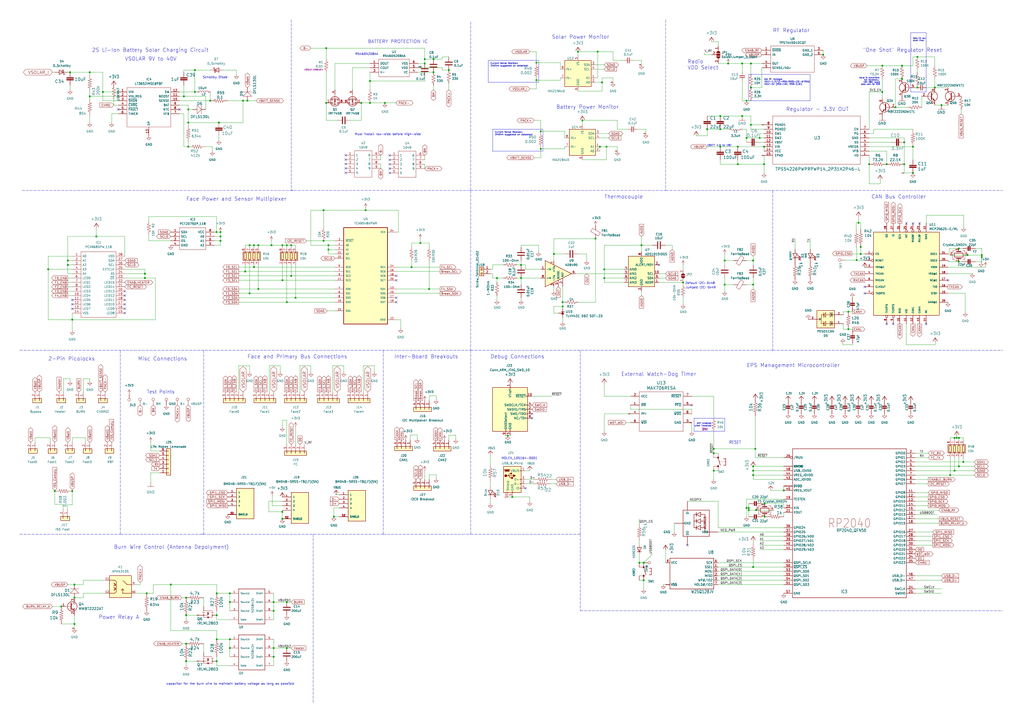
<source format=kicad_sch>
(kicad_sch (version 20230121) (generator eeschema)
  (paper "A2")
  (lib_symbols
    (symbol "1049:1049" (pin_names (offset 0.762))
      (property "Reference" "U" (at 16.51 7.62 0))
      (property "Value" "1049" (at 16.51 5.08 0))
      (symbol "1049_0_0"
        (pin passive line (at 0 0 0) (length 5.08) (name "1") (number "1"))
        (pin passive line (at 0 -2.54 0) (length 5.08) (name "2") (number "2"))
        (pin passive line (at 0 -5.08 0) (length 5.08) (name "3") (number "3"))
        (pin passive line (at 0 -7.62 0) (length 5.08) (name "4") (number "4"))
        (pin passive line (at 0 -10.16 0) (length 5.08) (name "5") (number "5"))
        (pin passive line (at 20.32 0 180) (length 5.08) (name "6") (number "6"))
        (pin passive line (at 20.32 -2.54 180) (length 5.08) (name "7") (number "7"))
        (pin passive line (at 20.32 -5.08 180) (length 5.08) (name "8") (number "8"))
        (pin passive line (at 20.32 -7.62 180) (length 5.08) (name "9") (number "9"))
      )
    )
    (symbol "APAN3105:APAN3105" (pin_names (offset 1.016))
      (property "Reference" "K" (at -5.0833 8.1333 0))
      (property "Value" "APAN3105" (at -5.0813 -7.622 0))
      (symbol "APAN3105_0_0"
        (pin passive line (at -7.62 5.08 0) (length 2.54) (name "~") (number "C1"))
        (pin passive line (at -7.62 -2.54 0) (length 2.54) (name "~") (number "C2"))
        (pin passive line (at 10.16 2.54 180) (length 2.54) (name "~") (number "M"))
        (pin passive line (at 10.16 -2.54 180) (length 2.54) (name "~") (number "NO"))
      )
    )
    (symbol "Adafruit Ethernet FeatherWing-eagle-import:CAP_CERAMIC0603_NO"
      (property "Reference" "C" (at -2.29 1.25 90))
      (symbol "CAP_CERAMIC0603_NO_1_0"
        (pin passive line (at 0 5.08 270) (length 2.54) (name "1") (number "1"))
        (pin passive line (at 0 -2.54 90) (length 2.54) (name "2") (number "2"))
      )
    )
    (symbol "Adafruit ItsyBitsy RP2040-eagle-import:+3V3" (power)
      (property "Value" "+3V3" (at -2.54 -5.08 90))
      (symbol "+3V3_1_0"
        (pin power_in line (at 0 -2.54 90) (length 2.54) (name "+3V3") (number "1"))
      )
    )
    (symbol "Adafruit ItsyBitsy RP2040-eagle-import:1.2V" (power)
      (property "Value" "1.2V" (at -1.524 1.016 0))
      (symbol "1.2V_1_0"
        (pin power_in line (at 0 -2.54 90) (length 2.54) (name "1.2V") (number "1"))
      )
    )
    (symbol "Adafruit ItsyBitsy RP2040-eagle-import:CAP_CERAMIC_0402NO"
      (property "Reference" "C" (at -2.29 1.25 90))
      (property "Value" "CAP_CERAMIC_0402NO" (at 2.3 1.25 90))
      (symbol "CAP_CERAMIC_0402NO_1_0"
        (pin passive line (at 0 5.08 270) (length 2.54) (name "1") (number "1"))
        (pin passive line (at 0 -2.54 90) (length 2.54) (name "2") (number "2"))
      )
    )
    (symbol "Adafruit ItsyBitsy RP2040-eagle-import:CAP_CERAMIC_0603MP"
      (property "Reference" "C" (at -2.29 1.25 90))
      (property "Value" "CAP_CERAMIC_0603MP" (at 2.3 1.25 90))
      (symbol "CAP_CERAMIC_0603MP_1_0"
        (pin passive line (at 0 5.08 270) (length 2.54) (name "1") (number "1"))
        (pin passive line (at 0 -2.54 90) (length 2.54) (name "2") (number "2"))
      )
    )
    (symbol "Adafruit ItsyBitsy RP2040-eagle-import:DIODESOD-323F"
      (property "Reference" "D" (at -2.54 2.54 0))
      (property "Value" "DIODESOD-323F" (at -2.54 -3.81 0))
      (symbol "DIODESOD-323F_1_0"
        (pin passive line (at -2.54 0 0) (length 2.54) (name "A") (number "A"))
        (pin passive line (at 2.54 0 180) (length 2.54) (name "C") (number "C"))
      )
    )
    (symbol "Adafruit ItsyBitsy RP2040-eagle-import:LED0603_NOOUTLINE"
      (property "Reference" "D" (at -1.27 4.445 0))
      (property "Value" "LED0603_NOOUTLINE" (at -1.27 -2.794 0))
      (symbol "LED0603_NOOUTLINE_1_0"
        (pin passive line (at -5.08 0 0) (length 2.54) (name "A") (number "A"))
        (pin passive line (at 2.54 0 180) (length 2.54) (name "C") (number "C"))
      )
    )
    (symbol "Adafruit ItsyBitsy RP2040-eagle-import:RP2040_QFN56"
      (property "Reference" "IC3" (at -5.08 -40.64 0))
      (property "Value" "RP2040_QFN56" (at -7.62 -5.08 0))
      (symbol "RP2040_QFN56_1_0"
        (text "RP2040" (at 0 0 0) (effects (font (size 5.08 4.318))))
        (pin power_in line (at -38.1 33.02 0) (length 5.08) (name "IOVDD") (number "1"))
        (pin power_in line (at -38.1 33.02 0) (length 5.08) (name "IOVDD") (number "10"))
        (pin bidirectional line (at 38.1 17.78 180) (length 5.08) (name "GPIO8") (number "11"))
        (pin bidirectional line (at 38.1 15.24 180) (length 5.08) (name "GPIO9") (number "12"))
        (pin bidirectional line (at 38.1 12.7 180) (length 5.08) (name "GPIO10") (number "13"))
        (pin bidirectional line (at 38.1 10.16 180) (length 5.08) (name "GPIO11") (number "14"))
        (pin bidirectional line (at 38.1 7.62 180) (length 5.08) (name "GPIO12") (number "15"))
        (pin bidirectional line (at 38.1 5.08 180) (length 5.08) (name "GPIO13") (number "16"))
        (pin bidirectional line (at 38.1 2.54 180) (length 5.08) (name "GPIO14") (number "17"))
        (pin bidirectional line (at 38.1 0 180) (length 5.08) (name "GPIO15") (number "18"))
        (pin input line (at -38.1 13.97 0) (length 5.08) (name "TESTEN") (number "19"))
        (pin bidirectional line (at 38.1 40.64 180) (length 5.08) (name "GPIO0") (number "2"))
        (pin input line (at -38.1 8.89 0) (length 5.08) (name "XIN") (number "20"))
        (pin output line (at -38.1 6.35 0) (length 5.08) (name "XOUT") (number "21"))
        (pin power_in line (at -38.1 33.02 0) (length 5.08) (name "IOVDD") (number "22"))
        (pin power_in line (at -38.1 21.59 0) (length 5.08) (name "DVDD") (number "23"))
        (pin bidirectional line (at 38.1 -38.1 180) (length 5.08) (name "SWCLK") (number "24"))
        (pin bidirectional line (at 38.1 -40.64 180) (length 5.08) (name "SWDIO") (number "25"))
        (pin bidirectional inverted (at -38.1 38.1 0) (length 5.08) (name "/RUN") (number "26"))
        (pin bidirectional line (at 38.1 -5.08 180) (length 5.08) (name "GPIO16") (number "27"))
        (pin bidirectional line (at 38.1 -7.62 180) (length 5.08) (name "GPIO17") (number "28"))
        (pin bidirectional line (at 38.1 -10.16 180) (length 5.08) (name "GPIO18") (number "29"))
        (pin bidirectional line (at 38.1 38.1 180) (length 5.08) (name "GPIO1") (number "3"))
        (pin bidirectional line (at 38.1 -12.7 180) (length 5.08) (name "GPIO19") (number "30"))
        (pin bidirectional line (at 38.1 -15.24 180) (length 5.08) (name "GPIO20") (number "31"))
        (pin bidirectional line (at 38.1 -17.78 180) (length 5.08) (name "GPIO21") (number "32"))
        (pin power_in line (at -38.1 33.02 0) (length 5.08) (name "IOVDD") (number "33"))
        (pin bidirectional line (at 38.1 -20.32 180) (length 5.08) (name "GPIO22") (number "34"))
        (pin bidirectional line (at 38.1 -22.86 180) (length 5.08) (name "GPIO23") (number "35"))
        (pin bidirectional line (at -38.1 -2.54 0) (length 5.08) (name "GPIO24") (number "36"))
        (pin bidirectional line (at -38.1 -5.08 0) (length 5.08) (name "GPIO25") (number "37"))
        (pin bidirectional line (at -38.1 -7.62 0) (length 5.08) (name "GPIO26/AD0") (number "38"))
        (pin bidirectional line (at -38.1 -10.16 0) (length 5.08) (name "GPIO27/AD1") (number "39"))
        (pin bidirectional line (at 38.1 35.56 180) (length 5.08) (name "GPIO2") (number "4"))
        (pin bidirectional line (at -38.1 -12.7 0) (length 5.08) (name "GPIO28/AD2") (number "40"))
        (pin bidirectional line (at -38.1 -15.24 0) (length 5.08) (name "GPIO29/AD3") (number "41"))
        (pin power_in line (at -38.1 33.02 0) (length 5.08) (name "IOVDD") (number "42"))
        (pin power_in line (at -38.1 25.4 0) (length 5.08) (name "ADC_IOVDD") (number "43"))
        (pin power_in line (at -38.1 27.94 0) (length 5.08) (name "VREG_IOVDD") (number "44"))
        (pin power_in line (at -38.1 19.05 0) (length 5.08) (name "VREG_VOUT") (number "45"))
        (pin bidirectional line (at 38.1 -30.48 180) (length 5.08) (name "USB_D-") (number "46"))
        (pin bidirectional line (at 38.1 -33.02 180) (length 5.08) (name "USB_D+") (number "47"))
        (pin power_in line (at -38.1 30.48 0) (length 5.08) (name "USB_IOVDD") (number "48"))
        (pin power_in line (at -38.1 33.02 0) (length 5.08) (name "IOVDD") (number "49"))
        (pin bidirectional line (at 38.1 33.02 180) (length 5.08) (name "GPIO3") (number "5"))
        (pin power_in line (at -38.1 21.59 0) (length 5.08) (name "DVDD") (number "50"))
        (pin bidirectional line (at -38.1 -35.56 0) (length 5.08) (name "QSPI_SD3") (number "51"))
        (pin bidirectional line (at -38.1 -22.86 0) (length 5.08) (name "QSPI_SCLK") (number "52"))
        (pin bidirectional line (at -38.1 -27.94 0) (length 5.08) (name "QSPI_SD0") (number "53"))
        (pin bidirectional line (at -38.1 -33.02 0) (length 5.08) (name "QSPI_SD2") (number "54"))
        (pin bidirectional line (at -38.1 -30.48 0) (length 5.08) (name "QSPI_SD1") (number "55"))
        (pin bidirectional line (at -38.1 -25.4 0) (length 5.08) (name "~{QSPI_CS}") (number "56"))
        (pin power_in line (at -38.1 -40.64 0) (length 5.08) (name "GND") (number "57"))
        (pin bidirectional line (at 38.1 30.48 180) (length 5.08) (name "GPIO4") (number "6"))
        (pin bidirectional line (at 38.1 27.94 180) (length 5.08) (name "GPIO5") (number "7"))
        (pin bidirectional line (at 38.1 25.4 180) (length 5.08) (name "GPIO6") (number "8"))
        (pin bidirectional line (at 38.1 22.86 180) (length 5.08) (name "GPIO7") (number "9"))
      )
    )
    (symbol "Adafruit ItsyBitsy RP2040-eagle-import:SPIFLASH_8PIN_4X4"
      (property "Reference" "U8" (at -12.7 12.7 0))
      (property "Value" "W25Q128JV" (at -12.7 -10.16 0))
      (symbol "SPIFLASH_8PIN_4X4_1_0"
        (pin bidirectional line (at -15.24 5.08 0) (length 2.54) (name "SSEL") (number "1"))
        (pin bidirectional line (at -15.24 0 0) (length 2.54) (name "MISO") (number "2"))
        (pin bidirectional line (at -15.24 -2.54 0) (length 2.54) (name "WP#/IO2") (number "3"))
        (pin bidirectional line (at 15.24 -5.08 180) (length 2.54) (name "VSS") (number "4"))
        (pin bidirectional line (at -15.24 2.54 0) (length 2.54) (name "MOSI") (number "5"))
        (pin bidirectional line (at -15.24 7.62 0) (length 2.54) (name "SCK") (number "6"))
        (pin bidirectional line (at -15.24 -5.08 0) (length 2.54) (name "HOLD#/IO3") (number "7"))
        (pin bidirectional line (at 15.24 7.62 180) (length 2.54) (name "VCC") (number "8"))
        (pin bidirectional line (at 15.24 -5.08 180) (length 2.54) (name "VSS") (number "PAD"))
      )
    )
    (symbol "Adafruit ItsyBitsy RP2040-eagle-import:SWITCH_TACT_SMT4.6X2.8"
      (property "Reference" "SW" (at -2.54 6.35 0))
      (property "Value" "SWITCH_TACT_SMT4.6X2.8" (at -2.54 -5.08 0))
      (symbol "SWITCH_TACT_SMT4.6X2.8_1_0"
        (pin passive line (at -5.08 0 0) (length 2.54) (name "P") (number "A"))
        (pin passive line (at -5.08 -2.54 0) (length 2.54) (name "P1") (number "A'"))
        (pin passive line (at 5.08 0 180) (length 2.54) (name "S") (number "B"))
        (pin passive line (at 5.08 -2.54 180) (length 2.54) (name "S1") (number "B'"))
      )
    )
    (symbol "Adafruit ItsyBitsy RP2040-eagle-import:VBUS" (power)
      (property "Value" "VBUS" (at -1.524 1.016 0))
      (symbol "VBUS_1_0"
        (pin power_in line (at 0 -2.54 90) (length 2.54) (name "VBUS") (number "1"))
      )
    )
    (symbol "Adafruit ItsyBitsy RP2040-eagle-import:WS2812B_SK6805_1515"
      (symbol "WS2812B_SK6805_1515_1_0"
        (text "WS2812B" (at -4.064 8.382 0) (effects (font (size 1.27 1.0795)) (justify left bottom)))
        (pin power_in line (at 5.08 15.24 270) (length 5.08) (name "VDD") (number "1"))
        (pin output line (at 12.7 -2.54 180) (length 5.08) (name "DO") (number "2"))
        (pin power_in line (at 0 -10.16 90) (length 5.08) (name "GND") (number "3"))
        (pin input line (at -12.7 -2.54 0) (length 5.08) (name "DI") (number "4"))
      )
    )
    (symbol "Analog_ADC:ADS1015IDGS"
      (property "Reference" "U" (at 2.54 13.97 0))
      (property "Value" "ADS1015IDGS" (at 7.62 11.43 0))
      (symbol "ADS1015IDGS_1_1"
        (pin input line (at 10.16 -5.08 180) (length 2.54) (name "ADDR") (number "1"))
        (pin input line (at 10.16 0 180) (length 2.54) (name "SCL") (number "10"))
        (pin output line (at 10.16 5.08 180) (length 2.54) (name "ALERT/RDY") (number "2"))
        (pin power_in line (at 0 -10.16 90) (length 2.54) (name "GND") (number "3"))
        (pin input line (at -10.16 2.54 0) (length 2.54) (name "AIN0") (number "4"))
        (pin input line (at -10.16 0 0) (length 2.54) (name "AIN1") (number "5"))
        (pin input line (at -10.16 -2.54 0) (length 2.54) (name "AIN2") (number "6"))
        (pin input line (at -10.16 -5.08 0) (length 2.54) (name "AIN3") (number "7"))
        (pin power_in line (at 0 12.7 270) (length 2.54) (name "VDD") (number "8"))
        (pin bidirectional line (at 10.16 -2.54 180) (length 2.54) (name "SDA") (number "9"))
      )
    )
    (symbol "Analog_ADC:INA219AxD"
      (property "Reference" "U" (at -6.35 8.89 0))
      (property "Value" "INA219AxD" (at 5.08 8.89 0))
      (symbol "INA219AxD_1_1"
        (pin input line (at 10.16 -2.54 180) (length 2.54) (name "A1") (number "1"))
        (pin input line (at 10.16 -5.08 180) (length 2.54) (name "A0") (number "2"))
        (pin bidirectional line (at 10.16 5.08 180) (length 2.54) (name "SDA") (number "3"))
        (pin input line (at 10.16 2.54 180) (length 2.54) (name "SCL") (number "4"))
        (pin power_in line (at 0 10.16 270) (length 2.54) (name "VS") (number "5"))
        (pin power_in line (at 0 -10.16 90) (length 2.54) (name "GND") (number "6"))
        (pin input line (at -10.16 -2.54 0) (length 2.54) (name "IN-") (number "7"))
        (pin input line (at -10.16 2.54 0) (length 2.54) (name "IN+") (number "8"))
      )
    )
    (symbol "BM04B-SRSS-TB_LF__SN_:BM04B-SRSS-TB(LF)(SN)" (pin_names (offset 1.016))
      (property "Reference" "J" (at -5.08 10.922 0))
      (property "Value" "BM04B-SRSS-TB(LF)(SN)" (at -5.08 -10.16 0))
      (symbol "BM04B-SRSS-TB(LF)(SN)_0_0"
        (pin passive line (at -10.16 7.62 0) (length 5.08) (name "1") (number "1"))
        (pin passive line (at -10.16 5.08 0) (length 5.08) (name "2") (number "2"))
        (pin passive line (at -10.16 2.54 0) (length 5.08) (name "3") (number "3"))
        (pin passive line (at -10.16 0 0) (length 5.08) (name "4") (number "4"))
        (pin passive line (at -10.16 -5.08 0) (length 5.08) (name "SHIELD") (number "S1"))
        (pin passive line (at -10.16 -5.08 0) (length 5.08) (name "SHIELD") (number "S2"))
      )
    )
    (symbol "Connector:Conn_ARM_JTAG_SWD_10" (pin_names (offset 1.016))
      (property "Reference" "J" (at -2.54 16.51 0))
      (property "Value" "Conn_ARM_JTAG_SWD_10" (at -2.54 13.97 0))
      (symbol "Conn_ARM_JTAG_SWD_10_1_1"
        (pin power_in line (at 0 15.24 270) (length 2.54) (name "VTref") (number "1"))
        (pin open_collector line (at 12.7 7.62 180) (length 2.54) (name "~{RESET}") (number "10"))
        (pin bidirectional line (at 12.7 0 180) (length 2.54) (name "SWDIO/TMS") (number "2"))
        (pin power_in line (at 0 -15.24 90) (length 2.54) (name "GND") (number "3"))
        (pin output line (at 12.7 2.54 180) (length 2.54) (name "SWDCLK/TCK") (number "4"))
        (pin passive line (at 0 -15.24 90) (length 2.54) hide (name "GND") (number "5"))
        (pin input line (at 12.7 -2.54 180) (length 2.54) (name "SWO/TDO") (number "6"))
        (pin no_connect line (at -10.16 0 0) (length 2.54) hide (name "KEY") (number "7"))
        (pin output line (at 12.7 -5.08 180) (length 2.54) (name "NC/TDI") (number "8"))
        (pin passive line (at -2.54 -15.24 90) (length 2.54) (name "GNDDetect") (number "9"))
      )
    )
    (symbol "Connector:Screw_Terminal_01x02" (pin_names (offset 1.016) hide)
      (property "Reference" "J" (at 0 2.54 0))
      (property "Value" "Screw_Terminal_01x02" (at 0 -5.08 0))
      (symbol "Screw_Terminal_01x02_1_1"
        (pin passive line (at -5.08 0 0) (length 3.81) (name "Pin_1") (number "1"))
        (pin passive line (at -5.08 -2.54 0) (length 3.81) (name "Pin_2") (number "2"))
      )
    )
    (symbol "Connector:TestPoint" (pin_numbers hide) (pin_names (offset 0.762) hide)
      (property "Reference" "TP" (at 0 6.858 0))
      (property "Value" "TestPoint" (at 0 5.08 0))
      (symbol "TestPoint_1_1"
        (pin passive line (at 0 0 90) (length 2.54) (name "1") (number "1"))
      )
    )
    (symbol "Connector:USB_B_Micro" (pin_names (offset 1.016))
      (property "Reference" "J8" (at 0 11.938 0))
      (property "Value" "USB_B_Micro" (at 0 9.398 0))
      (symbol "USB_B_Micro_1_1"
        (pin power_out line (at 7.62 5.08 180) (length 2.54) (name "VBUS") (number "1"))
        (pin bidirectional line (at 7.62 -2.54 180) (length 2.54) (name "D-") (number "2"))
        (pin bidirectional line (at 7.62 0 180) (length 2.54) (name "D+") (number "3"))
        (pin passive line (at 7.62 -5.08 180) (length 2.54) (name "ID") (number "4"))
        (pin power_out line (at 0 -10.16 90) (length 2.54) (name "GND") (number "5"))
        (pin passive line (at -2.54 -10.16 90) (length 2.54) (name "Shield") (number "SH1"))
      )
    )
    (symbol "Connector_Generic:Conn_01x02" (pin_names (offset 1.016) hide)
      (property "Reference" "J" (at 0 2.54 0))
      (property "Value" "Conn_01x02" (at 0 -5.08 0))
      (symbol "Conn_01x02_1_1"
        (pin passive line (at -5.08 0 0) (length 3.81) (name "Pin_1") (number "1"))
        (pin passive line (at -5.08 -2.54 0) (length 3.81) (name "Pin_2") (number "2"))
      )
    )
    (symbol "Connector_Generic:Conn_01x04" (pin_names (offset 1.016) hide)
      (property "Reference" "J" (at 0 5.08 0))
      (property "Value" "Conn_01x04" (at 0 -7.62 0))
      (symbol "Conn_01x04_1_1"
        (pin passive line (at -5.08 2.54 0) (length 3.81) (name "Pin_1") (number "1"))
        (pin passive line (at -5.08 0 0) (length 3.81) (name "Pin_2") (number "2"))
        (pin passive line (at -5.08 -2.54 0) (length 3.81) (name "Pin_3") (number "3"))
        (pin passive line (at -5.08 -5.08 0) (length 3.81) (name "Pin_4") (number "4"))
      )
    )
    (symbol "Connector_Generic:Conn_01x06" (pin_names (offset 1.016) hide)
      (property "Reference" "J" (at 0 7.62 0))
      (property "Value" "Conn_01x06" (at 0 -10.16 0))
      (symbol "Conn_01x06_1_1"
        (pin passive line (at -5.08 5.08 0) (length 3.81) (name "Pin_1") (number "1"))
        (pin passive line (at -5.08 2.54 0) (length 3.81) (name "Pin_2") (number "2"))
        (pin passive line (at -5.08 0 0) (length 3.81) (name "Pin_3") (number "3"))
        (pin passive line (at -5.08 -2.54 0) (length 3.81) (name "Pin_4") (number "4"))
        (pin passive line (at -5.08 -5.08 0) (length 3.81) (name "Pin_5") (number "5"))
        (pin passive line (at -5.08 -7.62 0) (length 3.81) (name "Pin_6") (number "6"))
      )
    )
    (symbol "Device:C" (pin_numbers hide) (pin_names (offset 0.254))
      (property "Reference" "C" (at 0.635 2.54 0))
      (property "Value" "C" (at 0.635 -2.54 0))
      (symbol "C_1_1"
        (pin passive line (at 0 3.81 270) (length 2.794) (name "~") (number "1"))
        (pin passive line (at 0 -3.81 90) (length 2.794) (name "~") (number "2"))
      )
    )
    (symbol "Device:C_Small" (pin_numbers hide) (pin_names (offset 0.254) hide)
      (property "Reference" "C" (at 0.254 1.778 0))
      (property "Value" "C_Small" (at 0.254 -2.032 0))
      (symbol "C_Small_1_1"
        (pin passive line (at 0 2.54 270) (length 2.032) (name "~") (number "1"))
        (pin passive line (at 0 -2.54 90) (length 2.032) (name "~") (number "2"))
      )
    )
    (symbol "Device:Crystal_GND24" (pin_names (offset 1.016) hide)
      (property "Reference" "Y" (at 3.175 5.08 0))
      (property "Value" "Crystal_GND24" (at 3.175 3.175 0))
      (symbol "Crystal_GND24_1_1"
        (pin passive line (at -3.81 0 0) (length 1.27) (name "1") (number "1"))
        (pin passive line (at 0 5.08 270) (length 1.27) (name "2") (number "2"))
        (pin passive line (at 3.81 0 180) (length 1.27) (name "3") (number "3"))
        (pin passive line (at 0 -5.08 90) (length 1.27) (name "4") (number "4"))
      )
    )
    (symbol "Device:D_Schottky" (pin_numbers hide) (pin_names (offset 1.016) hide)
      (property "Reference" "D" (at 0 2.54 0))
      (property "Value" "D_Schottky" (at 0 -2.54 0))
      (symbol "D_Schottky_1_1"
        (pin passive line (at -3.81 0 0) (length 2.54) (name "K") (number "1"))
        (pin passive line (at 3.81 0 180) (length 2.54) (name "A") (number "2"))
      )
    )
    (symbol "Device:FerriteBead" (pin_numbers hide) (pin_names (offset 0))
      (property "Reference" "FB" (at -3.81 0.635 90))
      (property "Value" "FerriteBead" (at 3.81 0 90))
      (symbol "FerriteBead_1_1"
        (pin passive line (at 0 3.81 270) (length 2.54) (name "~") (number "1"))
        (pin passive line (at 0 -3.81 90) (length 2.54) (name "~") (number "2"))
      )
    )
    (symbol "Device:L" (pin_numbers hide) (pin_names (offset 1.016) hide)
      (property "Reference" "L" (at -1.27 0 90))
      (property "Value" "L" (at 1.905 0 90))
      (symbol "L_1_1"
        (pin passive line (at 0 3.81 270) (length 1.27) (name "1") (number "1"))
        (pin passive line (at 0 -3.81 90) (length 1.27) (name "2") (number "2"))
      )
    )
    (symbol "Device:R_Pack04" (pin_names (offset 0) hide)
      (property "Reference" "RN" (at -7.62 0 90))
      (property "Value" "R_Pack04" (at 5.08 0 90))
      (symbol "R_Pack04_1_1"
        (pin passive line (at -5.08 -5.08 90) (length 2.54) (name "R1.1") (number "1"))
        (pin passive line (at -2.54 -5.08 90) (length 2.54) (name "R2.1") (number "2"))
        (pin passive line (at 0 -5.08 90) (length 2.54) (name "R3.1") (number "3"))
        (pin passive line (at 2.54 -5.08 90) (length 2.54) (name "R4.1") (number "4"))
        (pin passive line (at 2.54 5.08 270) (length 2.54) (name "R4.2") (number "5"))
        (pin passive line (at 0 5.08 270) (length 2.54) (name "R3.2") (number "6"))
        (pin passive line (at -2.54 5.08 270) (length 2.54) (name "R2.2") (number "7"))
        (pin passive line (at -5.08 5.08 270) (length 2.54) (name "R1.2") (number "8"))
      )
    )
    (symbol "Device:R_US" (pin_numbers hide) (pin_names (offset 0))
      (property "Reference" "R" (at 2.54 0 90))
      (property "Value" "R_US" (at -2.54 0 90))
      (symbol "R_US_1_1"
        (pin passive line (at 0 3.81 270) (length 1.27) (name "~") (number "1"))
        (pin passive line (at 0 -3.81 90) (length 1.27) (name "~") (number "2"))
      )
    )
    (symbol "Jumper:SolderJumper_2_Open" (pin_names (offset 0) hide)
      (property "Reference" "JP" (at 0 2.032 0))
      (property "Value" "SolderJumper_2_Open" (at 0 -2.54 0))
      (symbol "SolderJumper_2_Open_1_1"
        (pin passive line (at -3.81 0 0) (length 2.54) (name "A") (number "1"))
        (pin passive line (at 3.81 0 180) (length 2.54) (name "B") (number "2"))
      )
    )
    (symbol "Jumper:SolderJumper_3_Open" (pin_names (offset 0) hide)
      (property "Reference" "JP" (at -2.54 -2.54 0))
      (property "Value" "SolderJumper_3_Open" (at 0 2.794 0))
      (symbol "SolderJumper_3_Open_1_1"
        (pin passive line (at -5.08 0 0) (length 2.54) (name "A") (number "1"))
        (pin passive line (at 0 -3.81 90) (length 2.54) (name "C") (number "2"))
        (pin passive line (at 5.08 0 180) (length 2.54) (name "B") (number "3"))
      )
    )
    (symbol "LT3652IMSE#PBF:LT3652IMSE#PBF" (pin_names (offset 0.762))
      (property "Reference" "IC" (at 31.75 7.62 0))
      (property "Value" "LT3652IMSE#PBF" (at 31.75 5.08 0))
      (symbol "LT3652IMSE#PBF_0_0"
        (pin passive line (at 0 0 0) (length 5.08) (name "VIN") (number "1"))
        (pin passive line (at 35.56 -5.08 180) (length 5.08) (name "SENSE") (number "10"))
        (pin passive line (at 35.56 -2.54 180) (length 5.08) (name "BOOST") (number "11"))
        (pin passive line (at 35.56 0 180) (length 5.08) (name "SW") (number "12"))
        (pin passive line (at 17.78 -25.4 90) (length 5.08) (name "EP") (number "13"))
        (pin passive line (at 0 -2.54 0) (length 5.08) (name "VIN_REG") (number "2"))
        (pin passive line (at 0 -5.08 0) (length 5.08) (name "~{SHDN}") (number "3"))
        (pin passive line (at 0 -7.62 0) (length 5.08) (name "~{CHRG}") (number "4"))
        (pin passive line (at 0 -10.16 0) (length 5.08) (name "~{FAULT}") (number "5"))
        (pin passive line (at 0 -12.7 0) (length 5.08) (name "TIMER") (number "6"))
        (pin passive line (at 35.56 -12.7 180) (length 5.08) (name "VFB") (number "7"))
        (pin passive line (at 35.56 -10.16 180) (length 5.08) (name "NTC") (number "8"))
        (pin passive line (at 35.56 -7.62 180) (length 5.08) (name "BAT") (number "9"))
      )
    )
    (symbol "MCP25625-E_ML:MCP25625-E/ML" (pin_names (offset 1.016))
      (property "Reference" "U" (at 40.652 -33.0298 0))
      (property "Value" "MCP25625-E{slash}ML" (at 40.6941 -35.6074 0))
      (symbol "MCP25625-E/ML_0_0"
        (pin bidirectional inverted (at -5.08 0 0) (length 5.08) (name "CS") (number "1"))
        (pin bidirectional line (at 15.24 -40.64 90) (length 5.08) (name "RXD") (number "10"))
        (pin bidirectional line (at 19.05 -40.64 90) (length 5.08) (name "VIO") (number "11"))
        (pin bidirectional line (at 22.86 -40.64 90) (length 5.08) (name "CANL") (number "12"))
        (pin bidirectional line (at 26.67 -40.64 90) (length 5.08) (name "CANH") (number "13"))
        (pin bidirectional line (at 30.48 -40.64 90) (length 5.08) (name "NC") (number "14"))
        (pin bidirectional line (at 43.18 -22.86 180) (length 5.08) (name "STBY") (number "15"))
        (pin bidirectional line (at 43.18 -19.05 180) (length 5.08) (name "TXD") (number "16"))
        (pin bidirectional line (at 43.18 -15.24 180) (length 5.08) (name "NC@1") (number "17"))
        (pin bidirectional line (at 43.18 -11.43 180) (length 5.08) (name "VSS@1") (number "18"))
        (pin bidirectional line (at 43.18 -7.62 180) (length 5.08) (name "VDDA") (number "19"))
        (pin bidirectional inverted (at -5.08 -3.81 0) (length 5.08) (name "RESET") (number "2"))
        (pin bidirectional line (at 43.18 -3.81 180) (length 5.08) (name "OSC2") (number "20"))
        (pin bidirectional line (at 43.18 0 180) (length 5.08) (name "OSC1") (number "21"))
        (pin bidirectional line (at 30.48 17.78 270) (length 5.08) (name "GND") (number "22"))
        (pin bidirectional inverted (at 26.67 17.78 270) (length 5.08) (name "RX1BF") (number "23"))
        (pin bidirectional inverted (at 22.86 17.78 270) (length 5.08) (name "RX0BF") (number "24"))
        (pin bidirectional inverted (at 19.05 17.78 270) (length 5.08) (name "INT") (number "25"))
        (pin bidirectional line (at 15.24 17.78 270) (length 5.08) (name "SCK") (number "26"))
        (pin bidirectional line (at 11.43 17.78 270) (length 5.08) (name "SI") (number "27"))
        (pin bidirectional line (at 7.62 17.78 270) (length 5.08) (name "SO") (number "28"))
        (pin bidirectional line (at 43.18 -27.94 180) (length 5.08) (name "GND@1") (number "29"))
        (pin bidirectional line (at -5.08 -7.62 0) (length 5.08) (name "VDD@1") (number "3"))
        (pin bidirectional line (at -5.08 -11.43 0) (length 5.08) (name "TXCAN") (number "4"))
        (pin bidirectional line (at -5.08 -15.24 0) (length 5.08) (name "RXCAN") (number "5"))
        (pin bidirectional line (at -5.08 -19.05 0) (length 5.08) (name "CLKOUT") (number "6"))
        (pin bidirectional inverted (at -5.08 -22.86 0) (length 5.08) (name "TX0RTS") (number "7"))
        (pin bidirectional inverted (at 7.62 -40.64 90) (length 5.08) (name "TX1RTS") (number "8"))
        (pin bidirectional inverted (at 11.43 -40.64 90) (length 5.08) (name "TX2RTS") (number "9"))
      )
    )
    (symbol "Max_Lib:Connector_Generic_Conn_01x05" (pin_names (offset 1.016) hide)
      (property "Reference" "J" (at 0 7.62 0))
      (property "Value" "Connector_Generic_Conn_01x05" (at 0 -7.62 0))
      (symbol "Connector_Generic_Conn_01x05_1_1"
        (pin passive line (at -5.08 5.08 0) (length 3.81) (name "Pin_1") (number "1"))
        (pin passive line (at -5.08 2.54 0) (length 3.81) (name "Pin_2") (number "2"))
        (pin passive line (at -5.08 0 0) (length 3.81) (name "Pin_3") (number "3"))
        (pin passive line (at -5.08 -2.54 0) (length 3.81) (name "Pin_4") (number "4"))
        (pin passive line (at -5.08 -5.08 0) (length 3.81) (name "Pin_5") (number "5"))
      )
    )
    (symbol "Max_Lib:GND" (power) (pin_names (offset 1.016))
      (property "Value" "GND" (at -2.54 -2.54 0))
      (symbol "GND_1_0"
        (pin power_in line (at 0 2.54 270) (length 2.54) (name "GND") (number "1"))
      )
    )
    (symbol "PCA9685PW_118:PCA9685PW,118" (pin_names (offset 0.762))
      (property "Reference" "IC" (at 26.67 7.62 0))
      (property "Value" "PCA9685PW,118" (at 26.67 5.08 0))
      (symbol "PCA9685PW,118_0_0"
        (pin passive line (at 0 0 0) (length 5.08) (name "A0") (number "1"))
        (pin passive line (at 0 -22.86 0) (length 5.08) (name "LED4") (number "10"))
        (pin passive line (at 0 -25.4 0) (length 5.08) (name "LED5") (number "11"))
        (pin passive line (at 0 -27.94 0) (length 5.08) (name "LED6") (number "12"))
        (pin passive line (at 0 -30.48 0) (length 5.08) (name "LED7") (number "13"))
        (pin passive line (at 0 -33.02 0) (length 5.08) (name "VSS") (number "14"))
        (pin passive line (at 30.48 -33.02 180) (length 5.08) (name "LED8") (number "15"))
        (pin passive line (at 30.48 -30.48 180) (length 5.08) (name "LED9") (number "16"))
        (pin passive line (at 30.48 -27.94 180) (length 5.08) (name "LED10") (number "17"))
        (pin passive line (at 30.48 -25.4 180) (length 5.08) (name "LED11") (number "18"))
        (pin passive line (at 30.48 -22.86 180) (length 5.08) (name "LED12") (number "19"))
        (pin passive line (at 0 -2.54 0) (length 5.08) (name "A1") (number "2"))
        (pin passive line (at 30.48 -20.32 180) (length 5.08) (name "LED13") (number "20"))
        (pin passive line (at 30.48 -17.78 180) (length 5.08) (name "LED14") (number "21"))
        (pin passive line (at 30.48 -15.24 180) (length 5.08) (name "LED15") (number "22"))
        (pin passive line (at 30.48 -12.7 180) (length 5.08) (name "~{OE}") (number "23"))
        (pin passive line (at 30.48 -10.16 180) (length 5.08) (name "A5") (number "24"))
        (pin passive line (at 30.48 -7.62 180) (length 5.08) (name "EXTCLK") (number "25"))
        (pin passive line (at 30.48 -5.08 180) (length 5.08) (name "SCL") (number "26"))
        (pin passive line (at 30.48 -2.54 180) (length 5.08) (name "SDA") (number "27"))
        (pin passive line (at 30.48 0 180) (length 5.08) (name "VDD") (number "28"))
        (pin passive line (at 0 -5.08 0) (length 5.08) (name "A2") (number "3"))
        (pin passive line (at 0 -7.62 0) (length 5.08) (name "A3") (number "4"))
        (pin passive line (at 0 -10.16 0) (length 5.08) (name "A4") (number "5"))
        (pin passive line (at 0 -12.7 0) (length 5.08) (name "LED0") (number "6"))
        (pin passive line (at 0 -15.24 0) (length 5.08) (name "LED1") (number "7"))
        (pin passive line (at 0 -17.78 0) (length 5.08) (name "LED2") (number "8"))
        (pin passive line (at 0 -20.32 0) (length 5.08) (name "LED3") (number "9"))
      )
    )
    (symbol "PCT2075DP_118:PCT2075DP,118" (pin_names (offset 0.762))
      (property "Reference" "IC" (at 21.59 7.62 0))
      (property "Value" "PCT2075DP,118" (at 21.59 5.08 0))
      (symbol "PCT2075DP,118_0_0"
        (pin passive line (at 0 0 0) (length 5.08) (name "SDA") (number "1"))
        (pin passive line (at 0 -2.54 0) (length 5.08) (name "SCL") (number "2"))
        (pin passive line (at 0 -5.08 0) (length 5.08) (name "OS") (number "3"))
        (pin passive line (at 0 -7.62 0) (length 5.08) (name "GND") (number "4"))
        (pin passive line (at 25.4 -7.62 180) (length 5.08) (name "A2") (number "5"))
        (pin passive line (at 25.4 -5.08 180) (length 5.08) (name "A1") (number "6"))
        (pin passive line (at 25.4 -2.54 180) (length 5.08) (name "A0") (number "7"))
        (pin passive line (at 25.4 0 180) (length 5.08) (name "VCC") (number "8"))
      )
    )
    (symbol "PESD1CAN:PESD1CAN" (pin_names (offset 1.016))
      (property "Reference" "D" (at 0 11.4366 0))
      (property "Value" "PESD1CAN" (at 0 -2.542 0))
      (symbol "PESD1CAN_0_0"
        (pin bidirectional line (at -5.08 7.62 0) (length 5.08) (name "1") (number "1"))
        (pin bidirectional line (at -5.08 2.54 0) (length 5.08) (name "2") (number "2"))
        (pin bidirectional line (at 15.24 5.08 180) (length 5.08) (name "3") (number "3"))
      )
    )
    (symbol "Reference_Voltage:TL431DBZ" (pin_numbers hide) (pin_names hide)
      (property "Reference" "U" (at -2.54 2.54 0))
      (property "Value" "TL431DBZ" (at 0 -2.54 0))
      (symbol "TL431DBZ_1_1"
        (pin passive line (at 2.54 0 180) (length 2.54) (name "K") (number "1"))
        (pin passive line (at 0 2.54 270) (length 2.54) (name "REF") (number "2"))
        (pin passive line (at -2.54 0 0) (length 2.54) (name "A") (number "3"))
      )
    )
    (symbol "Sensor_Temperature:AD8495"
      (property "Reference" "U" (at 5.08 3.81 0))
      (property "Value" "AD8495" (at 8.89 -3.81 0))
      (symbol "AD8495_1_1"
        (pin input line (at -10.16 2.54 0) (length 2.54) (name "-IN") (number "1"))
        (pin input line (at 2.54 -7.62 90) (length 5.08) (name "REF") (number "2"))
        (pin power_in line (at -2.54 -7.62 90) (length 2.54) (name "-Vs") (number "3"))
        (pin no_connect line (at -5.08 0 180) (length 2.54) hide (name "NC") (number "4"))
        (pin passive line (at 0 -7.62 90) (length 3.81) (name "SENSE") (number "5"))
        (pin output line (at 10.16 0 180) (length 2.54) (name "~") (number "6"))
        (pin power_in line (at -2.54 7.62 270) (length 2.54) (name "+Vs") (number "7"))
        (pin input line (at -10.16 -2.54 0) (length 2.54) (name "+IN") (number "8"))
      )
    )
    (symbol "TCA9548APWR:TCA9548APWR" (pin_names (offset 1.016))
      (property "Reference" "U" (at -12.7 28.9306 0))
      (property "Value" "TCA9548APWR" (at -12.7 -31.9278 0))
      (symbol "TCA9548APWR_0_0"
        (pin input line (at -17.78 17.78 0) (length 5.08) (name "A0") (number "1"))
        (pin bidirectional line (at -17.78 -15.24 0) (length 5.08) (name "SD3") (number "10"))
        (pin bidirectional line (at -17.78 -2.54 0) (length 5.08) (name "SC3") (number "11"))
        (pin power_in line (at 17.78 -25.4 180) (length 5.08) (name "GND") (number "12"))
        (pin bidirectional line (at 17.78 -7.62 180) (length 5.08) (name "SD4") (number "13"))
        (pin bidirectional line (at 17.78 5.08 180) (length 5.08) (name "SC4") (number "14"))
        (pin bidirectional line (at 17.78 -10.16 180) (length 5.08) (name "SD5") (number "15"))
        (pin bidirectional line (at 17.78 2.54 180) (length 5.08) (name "SC5") (number "16"))
        (pin bidirectional line (at 17.78 -12.7 180) (length 5.08) (name "SD6") (number "17"))
        (pin bidirectional line (at 17.78 0 180) (length 5.08) (name "SC6") (number "18"))
        (pin bidirectional line (at 17.78 -15.24 180) (length 5.08) (name "SD7") (number "19"))
        (pin input line (at -17.78 15.24 0) (length 5.08) (name "A1") (number "2"))
        (pin bidirectional line (at 17.78 -2.54 180) (length 5.08) (name "SC7") (number "20"))
        (pin input line (at -17.78 12.7 0) (length 5.08) (name "A2") (number "21"))
        (pin input line (at -17.78 10.16 0) (length 5.08) (name "SCL") (number "22"))
        (pin bidirectional line (at -17.78 -20.32 0) (length 5.08) (name "SDA") (number "23"))
        (pin power_in line (at 17.78 25.4 180) (length 5.08) (name "VCC") (number "24"))
        (pin input line (at -17.78 20.32 0) (length 5.08) (name "~{RESET}") (number "3"))
        (pin bidirectional line (at -17.78 -7.62 0) (length 5.08) (name "SD0") (number "4"))
        (pin bidirectional line (at -17.78 5.08 0) (length 5.08) (name "SC0") (number "5"))
        (pin bidirectional line (at -17.78 -10.16 0) (length 5.08) (name "SD1") (number "6"))
        (pin bidirectional line (at -17.78 2.54 0) (length 5.08) (name "SC1") (number "7"))
        (pin bidirectional line (at -17.78 -12.7 0) (length 5.08) (name "SD2") (number "8"))
        (pin bidirectional line (at -17.78 0 0) (length 5.08) (name "SC2") (number "9"))
      )
    )
    (symbol "Transistor_BJT:MBT2222ADW1T1" (pin_names (offset 0) hide)
      (property "Reference" "Q" (at 5.08 1.27 0))
      (property "Value" "MBT2222ADW1T1" (at 5.08 -1.27 0))
      (symbol "MBT2222ADW1T1_1_1"
        (pin passive line (at 2.54 -5.08 90) (length 2.54) (name "E1") (number "1"))
        (pin input line (at -5.08 0 0) (length 2.54) (name "B1") (number "2"))
        (pin passive line (at 2.54 5.08 270) (length 2.54) (name "C1") (number "6"))
      )
      (symbol "MBT2222ADW1T1_2_1"
        (pin passive line (at 2.54 5.08 270) (length 2.54) (name "C2") (number "3"))
        (pin passive line (at 2.54 -5.08 90) (length 2.54) (name "E2") (number "4"))
        (pin input line (at -5.08 0 0) (length 2.54) (name "B2") (number "5"))
      )
    )
    (symbol "Transistor_FET:IRF7404" (pin_names hide)
      (property "Reference" "Q" (at 5.08 1.905 0))
      (property "Value" "IRF7404" (at 5.08 0 0))
      (symbol "IRF7404_1_1"
        (pin passive line (at 2.54 -5.08 90) (length 2.54) (name "S") (number "1"))
        (pin passive line (at 2.54 -5.08 90) (length 2.54) hide (name "S") (number "2"))
        (pin passive line (at 2.54 -5.08 90) (length 2.54) hide (name "S") (number "3"))
        (pin passive line (at -5.08 0 0) (length 2.54) (name "G") (number "4"))
        (pin passive line (at 2.54 5.08 270) (length 2.54) hide (name "D") (number "5"))
        (pin passive line (at 2.54 5.08 270) (length 2.54) hide (name "D") (number "6"))
        (pin passive line (at 2.54 5.08 270) (length 2.54) hide (name "D") (number "7"))
        (pin passive line (at 2.54 5.08 270) (length 2.54) (name "D") (number "8"))
      )
    )
    (symbol "batteryboard-rescue:R5460N233AF-symbols" (pin_names (offset 0.762))
      (property "Reference" "U" (at 12.7 3.81 0))
      (property "Value" "R5460N233AF-symbols" (at 7.62 -8.89 0))
      (symbol "R5460N233AF-symbols_0_0"
        (pin unspecified line (at 0 0 0) (length 5.08) (name "DOUT") (number "1"))
        (pin unspecified line (at 0 -2.54 0) (length 5.08) (name "COUT") (number "2"))
        (pin unspecified line (at 0 -5.08 0) (length 5.08) (name "V-") (number "3"))
        (pin unspecified line (at 27.94 -5.08 180) (length 5.08) (name "VC") (number "4"))
        (pin unspecified line (at 27.94 -2.54 180) (length 5.08) (name "VDD") (number "5"))
        (pin unspecified line (at 27.94 0 180) (length 5.08) (name "VSS") (number "6"))
      )
    )
    (symbol "mainboard:1.0UF-0603-16V-10%" (pin_names (offset 1.016))
      (property "Reference" "C" (at 1.524 2.921 0))
      (property "Value" "1.0UF-0603-16V-10%" (at 1.524 -2.159 0))
      (symbol "1.0UF-0603-16V-10%_1_0"
        (pin passive line (at 0 5.08 270) (length 2.54) (name "1") (number "1"))
        (pin passive line (at 0 -2.54 90) (length 2.54) (name "2") (number "2"))
      )
    )
    (symbol "mainboard:10KOHM-1_10W-1%(0603)0603" (pin_names (offset 1.016))
      (property "Reference" "R" (at -3.81 1.4986 0))
      (property "Value" "10KOHM-1_10W-1%(0603)0603" (at -3.81 -3.302 0))
      (symbol "10KOHM-1_10W-1%(0603)0603_1_0"
        (pin passive line (at -5.08 0 0) (length 2.54) (name "1") (number "1"))
        (pin passive line (at 5.08 0 180) (length 2.54) (name "2") (number "2"))
      )
    )
    (symbol "mainboard:10UF-0603-6.3V-20%" (pin_names (offset 1.016))
      (property "Reference" "C" (at 1.524 2.921 0))
      (property "Value" "10UF-0603-6.3V-20%" (at 1.524 -2.159 0))
      (symbol "10UF-0603-6.3V-20%_1_0"
        (pin passive line (at 0 5.08 270) (length 2.54) (name "1") (number "1"))
        (pin passive line (at 0 -2.54 90) (length 2.54) (name "2") (number "2"))
      )
    )
    (symbol "mainboard:22UF-0805-6.3V-20%" (pin_names (offset 1.016))
      (property "Reference" "C" (at 1.524 2.921 0))
      (property "Value" "22UF-0805-6.3V-20%" (at 1.524 -2.159 0))
      (symbol "22UF-0805-6.3V-20%_1_0"
        (pin passive line (at 0 5.08 270) (length 2.54) (name "1") (number "1"))
        (pin passive line (at 0 -2.54 90) (length 2.54) (name "2") (number "2"))
      )
    )
    (symbol "mainboard:22UF-1210-16V-20%" (pin_names (offset 1.016))
      (property "Reference" "C" (at 1.524 2.921 0))
      (property "Value" "22UF-1210-16V-20%" (at 1.524 -2.159 0))
      (symbol "22UF-1210-16V-20%_1_0"
        (pin passive line (at 0 5.08 270) (length 2.54) (name "1") (number "1"))
        (pin passive line (at 0 -2.54 90) (length 2.54) (name "2") (number "2"))
      )
    )
    (symbol "mainboard:3.3NF-0603-100V-10%" (pin_names (offset 1.016))
      (property "Reference" "C" (at 1.524 2.921 0))
      (property "Value" "3.3NF-0603-100V-10%" (at 1.524 -2.159 0))
      (symbol "3.3NF-0603-100V-10%_1_0"
        (pin passive line (at 0 5.08 270) (length 2.54) (name "1") (number "1"))
        (pin passive line (at 0 -2.54 90) (length 2.54) (name "2") (number "2"))
      )
    )
    (symbol "mainboard:DFLS130L" (pin_names (offset 1.016))
      (property "Reference" "D" (at 0 2.54 0))
      (property "Value" "DFLS130L" (at 0 -5.08 0))
      (symbol "DFLS130L_1_0"
        (pin bidirectional line (at -2.54 0 0) (length 2.54) (name "A") (number "A"))
        (pin bidirectional line (at 5.08 0 180) (length 2.54) (name "C") (number "C"))
      )
    )
    (symbol "mainboard:GND" (power) (pin_names (offset 1.016))
      (property "Value" "GND" (at -2.54 -2.54 0))
      (symbol "GND_1_0"
        (pin power_in line (at 0 2.54 270) (length 2.54) (name "GND") (number "1"))
      )
    )
    (symbol "mainboard:IRLML2803TRPBF" (pin_names (offset 1.016))
      (property "Reference" "Q" (at -11.43 1.27 0))
      (property "Value" "IRLML2803TRPBF" (at -11.43 3.81 0))
      (symbol "IRLML2803TRPBF_1_0"
        (pin passive line (at -2.54 -2.54 0) (length 2.54) (name "G") (number "1"))
        (pin passive line (at 2.54 -5.08 90) (length 2.54) (name "S") (number "2"))
        (pin passive line (at 2.54 5.08 270) (length 2.54) (name "D") (number "3"))
      )
    )
    (symbol "mainboard:MAX708RESA-T" (pin_names (offset 1.016))
      (property "Reference" "U" (at 15.5956 9.1186 0))
      (property "Value" "MAX708RESA-T" (at 14.9606 6.5786 0))
      (symbol "MAX708RESA-T_1_0"
        (pin input line (at 2.54 -2.54 0) (length 5.08) (name "~{MR}") (number "1"))
        (pin power_in line (at 2.54 2.54 0) (length 5.08) (name "VCC") (number "2"))
        (pin power_in line (at 38.1 -12.7 180) (length 5.08) (name "GND") (number "3"))
        (pin input line (at 2.54 -7.62 0) (length 5.08) (name "PFI") (number "4"))
        (pin output line (at 38.1 -2.54 180) (length 5.08) (name "~{PFO}") (number "5"))
        (pin input line (at 2.54 -12.7 0) (length 5.08) (name "~{WDI}") (number "6"))
        (pin output line (at 38.1 2.54 180) (length 5.08) (name "~{RESET}") (number "7"))
        (pin output line (at 38.1 -7.62 180) (length 5.08) (name "~{WDO}") (number "8"))
      )
    )
    (symbol "mainboard:MMBT2222AT" (pin_names (offset 1.016) hide)
      (property "Reference" "Q" (at -8.89 3.81 0))
      (property "Value" "MMBT2222AT" (at 2.54 -1.27 0))
      (symbol "MMBT2222AT_1_1"
        (pin input line (at -7.62 0 0) (length 2.54) (name "B") (number "1"))
        (pin passive line (at 0 -5.08 90) (length 2.54) (name "E") (number "2"))
        (pin passive line (at 0 5.08 270) (length 2.54) (name "C") (number "3"))
      )
    )
    (symbol "mainboard:NDS8434" (pin_names (offset 1.016))
      (symbol "NDS8434_0_0"
        (pin bidirectional line (at -12.7 7.62 0) (length 5.08) (name "Source") (number "1"))
        (pin bidirectional line (at -12.7 2.54 0) (length 5.08) (name "Source") (number "2"))
        (pin bidirectional line (at -12.7 -2.54 0) (length 5.08) (name "Source") (number "3"))
        (pin bidirectional line (at -12.7 -7.62 0) (length 5.08) (name "Gate") (number "4"))
        (pin bidirectional line (at 12.7 7.62 180) (length 5.08) (name "Drain") (number "5"))
        (pin bidirectional line (at 12.7 2.54 180) (length 5.08) (name "Drain") (number "6"))
        (pin bidirectional line (at 12.7 -7.62 180) (length 5.08) (name "Drain") (number "7"))
        (pin bidirectional line (at 12.7 -2.54 180) (length 5.08) (name "Drain") (number "8"))
      )
    )
    (symbol "mainboard:R-US_R0603" (pin_names (offset 1.016))
      (property "Reference" "R" (at -3.81 1.4986 0))
      (property "Value" "R-US_R0603" (at -3.81 -3.302 0))
      (symbol "R-US_R0603_1_0"
        (pin passive line (at -5.08 0 0) (length 2.54) (name "1") (number "1"))
        (pin passive line (at 5.08 0 180) (length 2.54) (name "2") (number "2"))
      )
    )
    (symbol "mainboard:R-US_R2512" (pin_names (offset 1.016))
      (property "Reference" "R" (at -3.81 1.4986 0))
      (property "Value" "R-US_R2512" (at -3.81 -3.302 0))
      (symbol "R-US_R2512_1_0"
        (pin passive line (at -5.08 0 0) (length 2.54) (name "1") (number "1"))
        (pin passive line (at 5.08 0 180) (length 2.54) (name "2") (number "2"))
      )
    )
    (symbol "mainboard:RESISTOR0603" (pin_names (offset 1.016))
      (property "Reference" "R" (at 0 1.524 0))
      (property "Value" "RESISTOR0603" (at 0 -1.524 0))
      (symbol "RESISTOR0603_1_0"
        (pin passive line (at -5.08 0 0) (length 2.54) (name "1") (number "1"))
        (pin passive line (at 5.08 0 180) (length 2.54) (name "2") (number "2"))
      )
    )
    (symbol "mainboard:TPS54226PWPRPWP14_2P31X2P46-L" (pin_names (offset 1.016))
      (property "Reference" "U" (at 28.2956 9.1186 0))
      (property "Value" "TPS54226PWPRPWP14_2P31X2P46-L" (at 27.6606 6.5786 0))
      (symbol "TPS54226PWPRPWP14_2P31X2P46-L_1_0"
        (pin output line (at 2.54 0 0) (length 5.08) (name "VO") (number "1"))
        (pin passive line (at 63.5 -12.7 180) (length 5.08) (name "SW1") (number "10"))
        (pin passive line (at 63.5 -10.16 180) (length 5.08) (name "SW2") (number "11"))
        (pin input line (at 63.5 -7.62 180) (length 5.08) (name "VBST") (number "12"))
        (pin input line (at 63.5 -5.08 180) (length 5.08) (name "VIN") (number "13"))
        (pin input line (at 63.5 -2.54 180) (length 5.08) (name "VCC") (number "14"))
        (pin passive line (at 63.5 0 180) (length 5.08) (name "EPAD") (number "15"))
        (pin input line (at 2.54 -2.54 0) (length 5.08) (name "VFB") (number "2"))
        (pin output line (at 2.54 -5.08 0) (length 5.08) (name "VREG5") (number "3"))
        (pin passive line (at 2.54 -7.62 0) (length 5.08) (name "SS") (number "4"))
        (pin power_in line (at 2.54 -10.16 0) (length 5.08) (name "GND") (number "5"))
        (pin output line (at 2.54 -12.7 0) (length 5.08) (name "PG") (number "6"))
        (pin input line (at 2.54 -15.24 0) (length 5.08) (name "EN") (number "7"))
        (pin power_in line (at 63.5 -17.78 180) (length 5.08) (name "PGND1") (number "8"))
        (pin power_in line (at 63.5 -15.24 180) (length 5.08) (name "PGND2") (number "9"))
      )
    )
    (symbol "mainboard:TPS7A4501DCQT" (pin_names (offset 0.762))
      (property "Reference" "IC" (at 31.75 7.62 0))
      (property "Value" "TPS7A4501DCQT" (at 31.75 5.08 0))
      (symbol "TPS7A4501DCQT_0_0"
        (pin passive line (at 0 0 0) (length 5.08) (name "~{SHDN}") (number "1"))
        (pin input line (at 0 -2.54 0) (length 5.08) (name "IN") (number "2"))
        (pin power_in line (at 35.56 0 180) (length 5.08) (name "GND_1") (number "3"))
        (pin output line (at 0 -7.62 0) (length 5.08) (name "OUT") (number "4"))
        (pin passive line (at 0 -10.16 0) (length 5.08) (name "SENSE/ADJ") (number "5"))
        (pin power_in line (at 35.56 -2.54 180) (length 5.08) (name "GND_2") (number "6"))
      )
    )
    (symbol "power:+3V3" (power) (pin_names (offset 0))
      (property "Value" "+3V3" (at 0 3.556 0))
      (symbol "+3V3_1_1"
        (pin power_in line (at 0 0 90) (length 0) hide (name "+3V3") (number "1"))
      )
    )
    (symbol "power:+5V" (power) (pin_names (offset 0))
      (property "Value" "+5V" (at 0 3.556 0))
      (symbol "+5V_1_1"
        (pin power_in line (at 0 0 90) (length 0) hide (name "+5V") (number "1"))
      )
    )
    (symbol "power:GND" (power) (pin_names (offset 0))
      (property "Value" "GND" (at 0 -3.81 0))
      (symbol "GND_1_1"
        (pin power_in line (at 0 0 270) (length 0) hide (name "GND") (number "1"))
      )
    )
    (symbol "solar-panel-side-Z-rescue:+3.3V-power" (power) (pin_names (offset 0))
      (property "Value" "+3.3V-power" (at 0 3.556 0))
      (symbol "+3.3V-power_1_1"
        (pin power_in line (at 0 0 90) (length 0) hide (name "+3V3") (number "1"))
      )
    )
  )
  (junction (at 433.07 80.01))
  (junction (at 127 71.12))
  (junction (at 133.35 370.84))
  (junction (at 187.706 121.92))
  (junction (at 556.1838 144.145))
  (junction (at 427.99 95.25))
  (junction (at 326.39 177.8))
  (junction (at 43.18 361.95))
  (junction (at 373.4054 326.4408))
  (junction (at 443.611 299.72))
  (junction (at 187.706 139.7))
  (junction (at 443.23 95.25))
  (junction (at 443.23 85.09))
  (junction (at 140.97 58.42))
  (junction (at 142.24 157.48))
  (junction (at 345.44 138.43))
  (junction (at 435.61 72.39))
  (junction (at 347.98 85.09))
  (junction (at 436.88 270.51))
  (junction (at 39.37 151.13))
  (junction (at 434.34 294.64))
  (junction (at 190.5 142.24))
  (junction (at 41.91 284.861))
  (junction (at 436.88 151.13))
  (junction (at 311.15 46.482))
  (junction (at 422.402 36.83))
  (junction (at 556.26 270.51))
  (junction (at 346.71 29.972))
  (junction (at 43.18 339.09))
  (junction (at 31.75 284.861))
  (junction (at 133.35 349.25))
  (junction (at 438.531 295.91))
  (junction (at 149.86 142.24))
  (junction (at 532.13 33.02))
  (junction (at 294.5384 252.73))
  (junction (at 556.1838 151.765))
  (junction (at 190.5 144.78))
  (junction (at 39.37 153.67))
  (junction (at 542.29 50.8))
  (junction (at 251.46 41.91))
  (junction (at 436.88 328.93))
  (junction (at 99.06 339.09))
  (junction (at 551.18 275.59))
  (junction (at 554.99 254))
  (junction (at 163.83 162.56))
  (junction (at 246.38 34.29))
  (junction (at 59.69 53.34))
  (junction (at 436.88 273.05))
  (junction (at 420.37 151.13))
  (junction (at 553.72 273.05))
  (junction (at 410.21 74.93))
  (junction (at 246.38 36.83))
  (junction (at 433.07 294.64))
  (junction (at 149.86 167.64))
  (junction (at 351.79 85.09))
  (junction (at 214.63 46.99))
  (junction (at 52.07 55.88))
  (junction (at 214.63 59.69))
  (junction (at 125.73 356.87))
  (junction (at 166.37 349.25))
  (junction (at 337.82 69.85))
  (junction (at 133.35 344.17))
  (junction (at 168.91 142.24))
  (junction (at 147.32 142.24))
  (junction (at 125.603 134.62))
  (junction (at 313.69 76.2))
  (junction (at 84.074 161.29))
  (junction (at 523.24 38.1))
  (junction (at 127.889 137.16))
  (junction (at 189.23 27.94))
  (junction (at 297.18 288.29))
  (junction (at 40.64 41.91))
  (junction (at 430.53 36.83))
  (junction (at 532.13 50.8))
  (junction (at 350.52 156.21))
  (junction (at 546.1 60.96))
  (junction (at 553.72 254))
  (junction (at 321.31 147.32))
  (junction (at 168.91 160.02))
  (junction (at 125.73 344.17))
  (junction (at 427.99 85.09))
  (junction (at 109.22 71.12))
  (junction (at 524.51 95.25))
  (junction (at 492.125 180.7972))
  (junction (at 27.94 156.21))
  (junction (at 163.7538 296.926))
  (junction (at 106.68 55.88))
  (junction (at 420.37 165.1))
  (junction (at 514.35 95.25))
  (junction (at 373.38 326.39))
  (junction (at 498.0178 129.286))
  (junction (at 144.78 170.18))
  (junction (at 84.074 158.75))
  (junction (at 417.83 74.93))
  (junction (at 433.07 58.42))
  (junction (at 511.81 38.1))
  (junction (at 569.5188 147.955))
  (junction (at 55.88 137.16))
  (junction (at 396.24 163.83))
  (junction (at 109.22 63.5))
  (junction (at 238.76 154.94))
  (junction (at 158.75 375.92))
  (junction (at 43.18 346.71))
  (junction (at 435.61 50.8))
  (junction (at 326.39 175.26))
  (junction (at 504.19 95.25))
  (junction (at 209.55 59.69))
  (junction (at 166.37 375.92))
  (junction (at 127.889 134.62))
  (junction (at 158.75 354.33))
  (junction (at 41.91 185.42))
  (junction (at 166.37 142.24))
  (junction (at 434.34 295.91))
  (junction (at 372.11 142.24))
  (junction (at 529.59 100.33))
  (junction (at 144.78 142.24))
  (junction (at 158.75 349.25))
  (junction (at 107.95 383.54))
  (junction (at 492.125 190.9572))
  (junction (at 248.92 167.64))
  (junction (at 443.611 292.1))
  (junction (at 438.15 260.35))
  (junction (at 523.24 45.72))
  (junction (at 35.56 351.79))
  (junction (at 243.84 140.97))
  (junction (at 349.25 47.752))
  (junction (at 288.29 161.29))
  (junction (at 171.45 172.72))
  (junction (at 511.81 53.34))
  (junction (at 147.32 154.94))
  (junction (at 370.8654 326.4408))
  (junction (at 414.02 273.05))
  (junction (at 107.95 373.38))
  (junction (at 414.02 262.89))
  (junction (at 166.37 175.26))
  (junction (at 477.52 31.75))
  (junction (at 440.69 80.01))
  (junction (at 125.73 370.84))
  (junction (at 121.92 58.42))
  (junction (at 558.8 267.97))
  (junction (at 569.5188 149.1234))
  (junction (at 499.2878 143.256))
  (junction (at 163.7538 300.99))
  (junction (at 260.35 40.64))
  (junction (at 143.51 58.42))
  (junction (at 335.28 29.972))
  (junction (at 430.53 67.31))
  (junction (at 417.83 67.31))
  (junction (at 109.22 85.09))
  (junction (at 529.59 85.09))
  (junction (at 454.66 284.48))
  (junction (at 417.83 85.09))
  (junction (at 193.675 299.72))
  (junction (at 302.26 161.29))
  (junction (at 373.4054 336.6008))
  (junction (at 350.52 161.29))
  (junction (at 52.07 41.91))
  (junction (at 223.266 59.69))
  (junction (at 302.26 153.67))
  (junction (at 125.73 383.54))
  (junction (at 556.26 254))
  (junction (at 113.03 40.64))
  (junction (at 107.95 356.87))
  (junction (at 212.09 121.92))
  (junction (at 313.69 86.36))
  (junction (at 163.83 142.24))
  (junction (at 158.75 381))
  (junction (at 113.03 53.34))
  (junction (at 107.95 346.71))
  (junction (at 127.889 139.7))
  (junction (at 251.46 34.29))
  (junction (at 499.2878 147.32))
  (junction (at 435.61 36.83))
  (junction (at 436.88 165.1))
  (junction (at 496.951 150.876))
  (junction (at 561.2638 147.955))
  (junction (at 157.48 142.24))
  (junction (at 436.88 275.59))
  (junction (at 414.02 260.35))
  (junction (at 519.43 62.23))
  (junction (at 311.15 36.322))
  (junction (at 133.35 375.92))
  (junction (at 189.23 59.69))
  (junction (at 524.51 82.55))
  (junction (at 85.09 344.17))
  (no_connect (at 41.91 173.99))
  (no_connect (at 68.58 63.5))
  (no_connect (at 104.14 63.5))
  (no_connect (at 501.65 166.37))
  (no_connect (at 401.32 234.95))
  (no_connect (at 525.78 129.54))
  (no_connect (at 398.78 316.23))
  (no_connect (at 529.59 129.54))
  (no_connect (at 229.87 160.02))
  (no_connect (at 229.87 162.56))
  (no_connect (at 229.87 172.72))
  (no_connect (at 229.87 175.26))
  (no_connect (at 501.65 170.18))
  (no_connect (at 200.533 92.583))
  (no_connect (at 226.06 100.33))
  (no_connect (at 226.06 97.79))
  (no_connect (at 226.06 95.25))
  (no_connect (at 200.533 100.203))
  (no_connect (at 226.06 92.71))
  (no_connect (at 200.533 90.043))
  (no_connect (at 200.533 95.123))
  (no_connect (at 200.533 97.663))
  (no_connect (at 226.06 90.17))
  (no_connect (at 72.39 176.53))
  (no_connect (at 72.39 179.07))
  (no_connect (at 72.39 168.91))
  (no_connect (at 72.39 171.45))
  (no_connect (at 72.39 173.99))
  (no_connect (at 533.4 129.54))
  (no_connect (at 41.91 179.07))
  (no_connect (at 514.35 187.96))
  (no_connect (at 537.21 187.96))
  (no_connect (at 41.91 176.53))
  (no_connect (at 518.16 187.96))
  (no_connect (at 549.91 162.56))
  (no_connect (at 308.61 240.03))
  (no_connect (at 382.27 153.67))
  (no_connect (at 304.8 283.21))
  (no_connect (at 308.61 242.57))
  (no_connect (at 72.39 181.61))
  (wire (pts (xy 551.18 275.59) (xy 565.15 275.59)))
  (polyline (pts (xy 12.7 110.49) (xy 273.05 110.49)) (stroke (width 0) (type dash)))
  (wire (pts (xy 193.675 294.64) (xy 193.675 299.72)))
  (wire (pts (xy 304.8 156.21) (xy 304.8 153.67)))
  (wire (pts (xy 166.37 349.25) (xy 168.91 349.25)))
  (wire (pts (xy 525.78 187.96) (xy 525.78 199.9742)))
  (wire (pts (xy 313.69 86.36) (xy 313.69 91.44)))
  (wire (pts (xy 39.37 339.09) (xy 43.18 339.09)))
  (wire (pts (xy 320.04 278.13) (xy 322.58 278.13)))
  (wire (pts (xy 550.0116 151.13) (xy 549.91 151.13)))
  (wire (pts (xy 190.5 142.24) (xy 190.5 144.78)))
  (polyline (pts (xy 528.32 53.34) (xy 528.32 19.05)))
  (wire (pts (xy 72.39 156.21) (xy 84.074 156.21)))
  (wire (pts (xy 347.98 85.09) (xy 351.79 85.09)))
  (wire (pts (xy 530.86 267.97) (xy 558.8 267.97)))
  (wire (pts (xy 48.26 336.55) (xy 48.26 339.09)))
  (polyline (pts (xy 386.08 11.43) (xy 386.08 110.49)) (stroke (width 0) (type dash)))
  (wire (pts (xy 144.78 215.9) (xy 144.78 212.09)))
  (wire (pts (xy 335.28 175.26) (xy 345.44 175.26)))
  (wire (pts (xy 443.23 77.47) (xy 440.69 77.47)))
  (polyline (pts (xy 469.9 43.18) (xy 434.34 43.18)))
  (wire (pts (xy 72.39 161.29) (xy 84.074 161.29)))
  (wire (pts (xy 138.43 170.18) (xy 144.78 170.18)))
  (wire (pts (xy 149.86 153.67) (xy 149.86 167.64)))
  (wire (pts (xy 109.22 85.09) (xy 106.68 85.09)))
  (wire (pts (xy 511.81 45.72) (xy 511.81 53.34)))
  (wire (pts (xy 302.26 172.72) (xy 302.26 173.99)))
  (wire (pts (xy 326.39 184.15) (xy 326.39 186.69)))
  (wire (pts (xy 302.26 143.51) (xy 302.26 142.24)))
  (wire (pts (xy 171.45 142.24) (xy 168.91 142.24)))
  (wire (pts (xy 454.66 270.51) (xy 436.88 270.51)))
  (wire (pts (xy 403.86 78.74) (xy 410.21 78.74)))
  (wire (pts (xy 408.559 31.75) (xy 408.559 30.607)))
  (wire (pts (xy 544.576 295.91) (xy 530.86 295.91)))
  (wire (pts (xy 252.984 275.336) (xy 252.984 277.495)))
  (wire (pts (xy 52.07 53.34) (xy 52.07 55.88)))
  (wire (pts (xy 355.6 47.752) (xy 355.6 45.212)))
  (wire (pts (xy 435.61 74.93) (xy 443.23 74.93)))
  (wire (pts (xy 119.38 55.88) (xy 106.68 55.88)))
  (wire (pts (xy 246.38 46.99) (xy 214.63 46.99)))
  (wire (pts (xy 288.29 161.29) (xy 292.1 161.29)))
  (wire (pts (xy 351.79 92.71) (xy 351.79 85.09)))
  (wire (pts (xy 127.889 137.16) (xy 127.889 134.62)))
  (wire (pts (xy 163.83 143.51) (xy 163.83 142.24)))
  (polyline (pts (xy 283.21 47.752) (xy 283.21 35.052)))
  (wire (pts (xy 350.52 156.21) (xy 350.52 142.24)))
  (wire (pts (xy 190.5 144.78) (xy 194.31 144.78)))
  (wire (pts (xy 190.5 142.24) (xy 194.31 142.24)))
  (wire (pts (xy 561.2638 147.955) (xy 569.5188 147.955)))
  (wire (pts (xy 246.38 90.17) (xy 246.38 92.71)))
  (polyline (pts (xy 273.05 309.88) (xy 273.05 203.2)) (stroke (width 0) (type dash)))
  (wire (pts (xy 335.28 29.972) (xy 346.71 29.972)))
  (wire (pts (xy 530.86 293.37) (xy 538.48 293.37)))
  (wire (pts (xy 107.95 356.87) (xy 107.95 359.41)))
  (wire (pts (xy 436.88 275.59) (xy 436.88 273.05)))
  (wire (pts (xy 171.45 247.65) (xy 171.45 257.81)))
  (wire (pts (xy 106.68 66.04) (xy 104.14 66.04)))
  (wire (pts (xy 551.1038 147.955) (xy 561.2638 147.955)))
  (wire (pts (xy 530.86 273.05) (xy 553.72 273.05)))
  (wire (pts (xy 433.07 80.01) (xy 433.07 74.93)))
  (wire (pts (xy 158.75 354.33) (xy 158.75 349.25)))
  (wire (pts (xy 294.64 288.29) (xy 297.18 288.29)))
  (wire (pts (xy 550.7228 144.145) (xy 550.7228 147.32)))
  (polyline (pts (xy 312.42 47.752) (xy 283.21 47.752)))
  (wire (pts (xy 327.66 86.36) (xy 327.66 85.09)))
  (wire (pts (xy 246.38 34.29) (xy 246.38 27.94)))
  (wire (pts (xy 414.02 229.87) (xy 414.02 242.57)))
  (wire (pts (xy 556.1838 144.145) (xy 558.3428 144.145)))
  (polyline (pts (xy 448.31 203.2) (xy 581.66 203.2)) (stroke (width 0) (type dash)))
  (wire (pts (xy 86.36 125.603) (xy 125.603 125.603)))
  (wire (pts (xy 163.7538 296.926) (xy 163.7538 300.99)))
  (wire (pts (xy 447.04 284.48) (xy 454.66 284.48)))
  (wire (pts (xy 39.37 166.37) (xy 41.91 166.37)))
  (wire (pts (xy 537.3878 124.8156) (xy 537.3878 129.9464)))
  (wire (pts (xy 433.07 294.64) (xy 434.34 294.64)))
  (wire (pts (xy 382.27 163.83) (xy 396.24 163.83)))
  (wire (pts (xy 173.99 212.09) (xy 180.34 212.09)))
  (wire (pts (xy 29.21 254) (xy 29.21 256.54)))
  (wire (pts (xy 41.91 153.67) (xy 39.37 153.67)))
  (wire (pts (xy 107.95 383.54) (xy 107.95 386.08)))
  (wire (pts (xy 504.19 53.34) (xy 511.81 53.34)))
  (wire (pts (xy 571.6778 154.686) (xy 571.6778 154.94)))
  (wire (pts (xy 313.69 76.2) (xy 313.69 69.85)))
  (wire (pts (xy 416.56 308.61) (xy 454.66 308.61)))
  (wire (pts (xy 470.0778 138.176) (xy 470.0778 144.526)))
  (wire (pts (xy 312.42 142.24) (xy 312.42 146.05)))
  (wire (pts (xy 558.9778 124.8156) (xy 537.3878 124.8156)))
  (wire (pts (xy 43.18 339.09) (xy 48.26 339.09)))
  (wire (pts (xy 564.0578 158.496) (xy 564.0578 158.75)))
  (wire (pts (xy 109.22 71.12) (xy 127 71.12)))
  (wire (pts (xy 434.34 294.64) (xy 434.34 295.91)))
  (wire (pts (xy 246.38 273.05) (xy 246.38 278.13)))
  (wire (pts (xy 454.66 311.15) (xy 440.69 311.15)))
  (polyline (pts (xy 273.05 12.7) (xy 273.05 110.49)) (stroke (width 0) (type dash)))
  (wire (pts (xy 372.11 35.052) (xy 367.03 35.052)))
  (wire (pts (xy 309.88 278.13) (xy 304.8 278.13)))
  (wire (pts (xy 124.46 139.7) (xy 127.889 139.7)))
  (wire (pts (xy 195.58 69.85) (xy 189.23 69.85)))
  (wire (pts (xy 416.56 336.55) (xy 454.66 336.55)))
  (wire (pts (xy 55.88 137.16) (xy 72.39 137.16)))
  (wire (pts (xy 251.46 34.29) (xy 256.54 34.29)))
  (wire (pts (xy 504.19 74.93) (xy 504.19 53.34)))
  (wire (pts (xy 293.37 252.73) (xy 294.5384 252.73)))
  (wire (pts (xy 454.66 316.23) (xy 440.69 316.23)))
  (wire (pts (xy 187.706 139.7) (xy 194.31 139.7)))
  (wire (pts (xy 284.48 156.21) (xy 285.75 156.21)))
  (wire (pts (xy 138.43 160.02) (xy 168.91 160.02)))
  (wire (pts (xy 115.57 356.87) (xy 107.95 356.87)))
  (wire (pts (xy 498.0178 129.286) (xy 498.0178 125.476)))
  (wire (pts (xy 264.414 252.476) (xy 264.414 254.635)))
  (wire (pts (xy 416.56 331.47) (xy 454.66 331.47)))
  (wire (pts (xy 155.956 290.83) (xy 155.956 296.926)))
  (wire (pts (xy 203.2 69.85) (xy 209.55 69.85)))
  (polyline (pts (xy 222.25 309.88) (xy 273.05 309.88)) (stroke (width 0) (type dash)))
  (wire (pts (xy 321.31 138.43) (xy 321.31 147.32)))
  (wire (pts (xy 138.43 167.64) (xy 149.86 167.64)))
  (wire (pts (xy 284.48 289.56) (xy 284.48 292.1)))
  (wire (pts (xy 109.22 63.5) (xy 109.22 71.12)))
  (wire (pts (xy 349.25 47.752) (xy 349.25 45.212)))
  (polyline (pts (xy 402.59 250.19) (xy 420.37 250.19)))
  (wire (pts (xy 248.92 167.64) (xy 255.27 167.64)))
  (wire (pts (xy 256.54 34.29) (xy 256.54 33.02)))
  (wire (pts (xy 372.11 37.592) (xy 372.11 35.052)))
  (wire (pts (xy 554.99 252.73) (xy 554.99 254)))
  (wire (pts (xy 311.15 36.322) (xy 325.12 36.322)))
  (wire (pts (xy 238.76 140.97) (xy 243.84 140.97)))
  (wire (pts (xy 438.15 260.35) (xy 414.02 260.35)))
  (wire (pts (xy 39.37 137.16) (xy 39.37 151.13)))
  (wire (pts (xy 345.44 45.212) (xy 346.71 45.212)))
  (wire (pts (xy 119.38 63.5) (xy 119.38 55.88)))
  (wire (pts (xy 52.07 41.91) (xy 52.07 43.18)))
  (wire (pts (xy 488.95 200.0504) (xy 488.95 199.1868)))
  (wire (pts (xy 569.5188 152.146) (xy 569.5188 149.1234)))
  (wire (pts (xy 519.43 45.72) (xy 523.24 45.72)))
  (wire (pts (xy 124.46 137.16) (xy 127.889 137.16)))
  (wire (pts (xy 171.45 153.67) (xy 171.45 172.72)))
  (wire (pts (xy 144.78 153.67) (xy 144.78 170.18)))
  (wire (pts (xy 350.52 161.29) (xy 361.95 161.29)))
  (wire (pts (xy 327.66 175.26) (xy 326.39 175.26)))
  (wire (pts (xy 433.07 82.55) (xy 433.07 80.01)))
  (wire (pts (xy 542.29 33.02) (xy 542.29 38.1)))
  (wire (pts (xy 127 78.74) (xy 127 81.28)))
  (wire (pts (xy 72.39 148.59) (xy 72.39 137.16)))
  (wire (pts (xy 569.5188 144.1196) (xy 569.5188 147.955)))
  (wire (pts (xy 506.73 77.47) (xy 504.19 77.47)))
  (wire (pts (xy 39.37 171.45) (xy 41.91 171.45)))
  (wire (pts (xy 288.29 161.29) (xy 288.29 163.83)))
  (wire (pts (xy 436.88 328.93) (xy 454.66 328.93)))
  (wire (pts (xy 313.69 76.2) (xy 327.66 76.2)))
  (wire (pts (xy 416.687 36.83) (xy 422.402 36.83)))
  (wire (pts (xy 530.86 270.51) (xy 556.26 270.51)))
  (wire (pts (xy 41.91 185.42) (xy 41.91 181.61)))
  (wire (pts (xy 87.376 261.62) (xy 92.71 261.62)))
  (polyline (pts (xy 312.42 35.052) (xy 312.42 47.752)))
  (wire (pts (xy 530.86 285.75) (xy 538.48 285.75)))
  (wire (pts (xy 321.31 147.32) (xy 327.66 147.32)))
  (wire (pts (xy 99.06 339.09) (xy 125.73 339.09)))
  (wire (pts (xy 190.5 147.32) (xy 194.31 147.32)))
  (wire (pts (xy 396.24 172.72) (xy 396.24 176.53)))
  (wire (pts (xy 304.8 280.67) (xy 309.245 280.67)))
  (wire (pts (xy 558.8 267.97) (xy 565.15 267.97)))
  (polyline (pts (xy 273.05 110.49) (xy 386.08 110.49)) (stroke (width 0) (type dash)))
  (wire (pts (xy 166.37 153.67) (xy 166.37 175.26)))
  (wire (pts (xy 307.34 51.562) (xy 311.15 51.562)))
  (wire (pts (xy 107.95 373.38) (xy 105.41 373.38)))
  (wire (pts (xy 553.72 254) (xy 551.18 254)))
  (wire (pts (xy 443.23 95.25) (xy 443.23 100.33)))
  (wire (pts (xy 309.88 69.85) (xy 313.69 69.85)))
  (wire (pts (xy 214.63 46.99) (xy 214.63 41.91)))
  (wire (pts (xy 436.88 273.05) (xy 436.88 270.51)))
  (polyline (pts (xy 118.11 203.2) (xy 118.11 309.88)) (stroke (width 0) (type dash)))
  (polyline (pts (xy 448.31 110.49) (xy 448.31 203.2)) (stroke (width 0) (type dash)))
  (wire (pts (xy 163.83 243.84) (xy 166.37 243.84)))
  (wire (pts (xy 163.83 290.83) (xy 155.956 290.83)))
  (wire (pts (xy 66.04 57.15) (xy 66.04 60.96)))
  (wire (pts (xy 113.03 53.34) (xy 114.3 53.34)))
  (wire (pts (xy 142.24 153.67) (xy 142.24 157.48)))
  (wire (pts (xy 571.6778 154.94) (xy 549.91 154.94)))
  (wire (pts (xy 166.37 175.26) (xy 194.31 175.26)))
  (wire (pts (xy 48.26 227.33) (xy 48.26 219.71)))
  (wire (pts (xy 163.83 162.56) (xy 194.31 162.56)))
  (wire (pts (xy 350.52 229.87) (xy 350.52 222.25)))
  (wire (pts (xy 358.14 74.93) (xy 358.14 69.85)))
  (polyline (pts (xy 537.21 53.34) (xy 537.21 19.05)))
  (wire (pts (xy 156.21 212.09) (xy 156.21 227.33)))
  (wire (pts (xy 326.39 177.8) (xy 326.39 179.07)))
  (wire (pts (xy 163.83 247.65) (xy 163.83 243.84)))
  (wire (pts (xy 414.02 260.35) (xy 414.02 262.89)))
  (wire (pts (xy 168.91 160.02) (xy 194.31 160.02)))
  (polyline (pts (xy 285.75 74.93) (xy 314.96 74.93)))
  (wire (pts (xy 443.611 299.72) (xy 444.5 299.72)))
  (wire (pts (xy 229.87 154.94) (xy 238.76 154.94)))
  (wire (pts (xy 144.78 142.24) (xy 144.78 143.51)))
  (wire (pts (xy 260.35 52.07) (xy 260.35 48.26)))
  (wire (pts (xy 189.23 27.94) (xy 180.34 27.94)))
  (wire (pts (xy 494.5888 199.1868) (xy 494.5888 200.0504)))
  (wire (pts (xy 502.92 38.1) (xy 511.81 38.1)))
  (wire (pts (xy 256.54 39.37) (xy 256.54 40.64)))
  (wire (pts (xy 204.47 39.37) (xy 204.47 52.07)))
  (wire (pts (xy 85.09 344.17) (xy 88.9 344.17)))
  (polyline (pts (xy 386.08 110.49) (xy 581.66 110.49)) (stroke (width 0) (type dash)))
  (wire (pts (xy 229.87 167.64) (xy 248.92 167.64)))
  (wire (pts (xy 321.31 151.13) (xy 321.31 147.32)))
  (wire (pts (xy 242.57 41.91) (xy 251.46 41.91)))
  (wire (pts (xy 496.7478 133.096) (xy 496.7478 129.286)))
  (polyline (pts (xy 273.05 110.49) (xy 273.05 203.2)) (stroke (width 0) (type dash)))
  (wire (pts (xy 370.8654 316.2808) (xy 370.8654 313.7408)))
  (wire (pts (xy 550.0116 151.765) (xy 550.0116 151.13)))
  (wire (pts (xy 302.26 151.13) (xy 302.26 153.67)))
  (wire (pts (xy 569.5188 149.1234) (xy 569.468 149.1234)))
  (wire (pts (xy 438.531 295.91) (xy 448.691 295.91)))
  (wire (pts (xy 553.72 265.43) (xy 553.72 273.05)))
  (wire (pts (xy 427.99 85.09) (xy 443.23 85.09)))
  (wire (pts (xy 163.83 153.67) (xy 163.83 162.56)))
  (wire (pts (xy 43.18 364.49) (xy 43.18 361.95)))
  (wire (pts (xy 41.91 256.54) (xy 41.91 254)))
  (wire (pts (xy 558.8 255.27) (xy 558.8 254)))
  (wire (pts (xy 430.53 58.42) (xy 433.07 58.42)))
  (wire (pts (xy 410.21 78.74) (xy 410.21 74.93)))
  (wire (pts (xy 492.125 190.9572) (xy 489.1278 190.9572)))
  (wire (pts (xy 144.78 170.18) (xy 194.31 170.18)))
  (wire (pts (xy 109.22 71.12) (xy 109.22 72.39)))
  (wire (pts (xy 427.99 95.25) (xy 443.23 95.25)))
  (wire (pts (xy 304.8 273.05) (xy 307.34 273.05)))
  (wire (pts (xy 127.889 137.16) (xy 127.889 139.7)))
  (wire (pts (xy 133.35 344.17) (xy 125.73 344.17)))
  (wire (pts (xy 49.53 254) (xy 49.53 256.54)))
  (wire (pts (xy 193.675 299.72) (xy 196.85 299.72)))
  (wire (pts (xy 119.38 85.09) (xy 123.19 85.09)))
  (wire (pts (xy 416.56 339.09) (xy 454.66 339.09)))
  (wire (pts (xy 569.5188 147.955) (xy 569.5188 149.1234)))
  (wire (pts (xy 358.14 87.63) (xy 358.14 85.09)))
  (wire (pts (xy 556.1838 144.145) (xy 550.7228 144.145)))
  (wire (pts (xy 396.24 163.83) (xy 396.24 165.1)))
  (wire (pts (xy 530.86 278.13) (xy 538.48 278.13)))
  (wire (pts (xy 436.88 325.12) (xy 436.88 328.93)))
  (wire (pts (xy 494.5888 200.0504) (xy 488.95 200.0504)))
  (wire (pts (xy 157.861 287.655) (xy 157.861 293.37)))
  (wire (pts (xy 125.603 134.62) (xy 124.46 134.62)))
  (wire (pts (xy 109.22 63.5) (xy 111.76 63.5)))
  (wire (pts (xy 430.53 46.99) (xy 430.53 58.42)))
  (wire (pts (xy 284.48 279.4) (xy 284.48 281.94)))
  (wire (pts (xy 158.75 359.41) (xy 158.75 354.33)))
  (wire (pts (xy 436.88 148.59) (xy 436.88 151.13)))
  (wire (pts (xy 435.61 67.31) (xy 435.61 72.39)))
  (wire (pts (xy 138.43 175.26) (xy 166.37 175.26)))
  (wire (pts (xy 52.07 55.88) (xy 68.58 55.88)))
  (wire (pts (xy 48.26 219.71) (xy 52.07 219.71)))
  (wire (pts (xy 158.75 386.08) (xy 158.75 381)))
  (wire (pts (xy 556.1838 151.765) (xy 558.3428 151.765)))
  (wire (pts (xy 569.468 149.1234) (xy 569.468 151.7396)))
  (wire (pts (xy 378.4854 321.3608) (xy 373.4054 326.4408)))
  (wire (pts (xy 260.35 252.476) (xy 264.414 252.476)))
  (wire (pts (xy 556.26 254) (xy 554.99 254)))
  (wire (pts (xy 158.75 381) (xy 158.75 375.92)))
  (wire (pts (xy 401.32 245.11) (xy 401.32 250.19)))
  (wire (pts (xy 256.54 33.02) (xy 260.35 33.02)))
  (wire (pts (xy 285.75 153.67) (xy 292.1 153.67)))
  (wire (pts (xy 433.07 58.42) (xy 435.61 58.42)))
  (wire (pts (xy 52.07 67.31) (xy 52.07 71.12)))
  (wire (pts (xy 335.28 147.32) (xy 340.36 147.32)))
  (wire (pts (xy 104.14 53.34) (xy 113.03 53.34)))
  (wire (pts (xy 41.91 292.862) (xy 39.116 292.862)))
  (wire (pts (xy 542.29 45.72) (xy 542.29 50.8)))
  (wire (pts (xy 36.83 227.33) (xy 36.83 219.71)))
  (wire (pts (xy 386.08 142.24) (xy 389.89 142.24)))
  (wire (pts (xy 546.1 341.63) (xy 530.86 341.63)))
  (wire (pts (xy 92.71 274.32) (xy 87.376 274.32)))
  (wire (pts (xy 149.86 142.24) (xy 149.86 143.51)))
  (wire (pts (xy 52.07 41.91) (xy 59.69 41.91)))
  (wire (pts (xy 133.35 386.08) (xy 125.73 386.08)))
  (wire (pts (xy 337.82 92.71) (xy 351.79 92.71)))
  (polyline (pts (xy 168.91 110.49) (xy 170.18 110.49)))
  (wire (pts (xy 504.19 85.09) (xy 529.59 85.09)))
  (wire (pts (xy 538.48 265.43) (xy 530.86 265.43)))
  (wire (pts (xy 391.16 308.61) (xy 391.16 303.53)))
  (wire (pts (xy 551.18 265.43) (xy 551.18 275.59)))
  (wire (pts (xy 285.75 161.29) (xy 288.29 161.29)))
  (wire (pts (xy 430.53 41.91) (xy 430.53 36.83)))
  (wire (pts (xy 345.44 47.752) (xy 349.25 47.752)))
  (wire (pts (xy 553.72 273.05) (xy 565.15 273.05)))
  (wire (pts (xy 347.98 80.01) (xy 353.06 80.01)))
  (wire (pts (xy 246.38 34.29) (xy 246.38 36.83)))
  (wire (pts (xy 78.74 339.09) (xy 81.28 339.09)))
  (wire (pts (xy 430.53 74.93) (xy 433.07 74.93)))
  (wire (pts (xy 87.376 256.286) (xy 87.376 261.62)))
  (wire (pts (xy 494.5888 191.5668) (xy 494.5888 190.9572)))
  (wire (pts (xy 416.56 290.83) (xy 398.78 290.83)))
  (wire (pts (xy 246.38 95.25) (xy 246.38 97.79)))
  (wire (pts (xy 550.7228 147.32) (xy 549.91 147.32)))
  (wire (pts (xy 302.26 142.24) (xy 312.42 142.24)))
  (wire (pts (xy 558.9778 124.8156) (xy 558.9778 131.826)))
  (wire (pts (xy 569.5188 152.146) (xy 569.1378 152.146)))
  (wire (pts (xy 351.79 85.09) (xy 358.14 85.09)))
  (wire (pts (xy 204.47 39.37) (xy 214.63 39.37)))
  (wire (pts (xy 326.39 175.26) (xy 326.39 177.8)))
  (wire (pts (xy 246.38 27.94) (xy 189.23 27.94)))
  (wire (pts (xy 350.52 156.21) (xy 361.95 156.21)))
  (wire (pts (xy 237.9218 252.3236) (xy 241.9858 252.3236)))
  (wire (pts (xy 496.7478 129.286) (xy 498.0178 129.286)))
  (wire (pts (xy 48.26 346.71) (xy 48.26 344.17)))
  (wire (pts (xy 549.91 50.8) (xy 542.29 50.8)))
  (wire (pts (xy 285.75 161.29) (xy 285.75 158.75)))
  (wire (pts (xy 417.83 85.09) (xy 410.21 85.09)))
  (polyline (pts (xy 537.21 19.05) (xy 528.32 19.05)))
  (wire (pts (xy 189.738 180.34) (xy 194.31 180.34)))
  (wire (pts (xy 180.34 212.09) (xy 180.34 215.9)))
  (wire (pts (xy 435.61 43.18) (xy 435.61 36.83)))
  (wire (pts (xy 99.06 139.7) (xy 86.36 139.7)))
  (wire (pts (xy 551.18 254) (xy 551.18 255.27)))
  (wire (pts (xy 504.19 87.63) (xy 514.35 87.63)))
  (wire (pts (xy 88.9 344.17) (xy 88.9 339.09)))
  (wire (pts (xy 196.85 287.02) (xy 194.945 287.02)))
  (wire (pts (xy 373.4054 336.6008) (xy 373.4054 341.6808)))
  (wire (pts (xy 187.706 121.92) (xy 187.706 132.08)))
  (wire (pts (xy 189.23 27.94) (xy 189.23 34.29)))
  (wire (pts (xy 36.576 295.656) (xy 36.576 292.608)))
  (wire (pts (xy 534.67 62.23) (xy 534.67 55.88)))
  (wire (pts (xy 125.73 386.08) (xy 125.73 383.54)))
  (wire (pts (xy 196.85 294.64) (xy 193.675 294.64)))
  (wire (pts (xy 524.51 80.01) (xy 524.51 82.55)))
  (wire (pts (xy 163.83 300.99) (xy 163.7538 300.99)))
  (wire (pts (xy 325.12 46.482) (xy 325.12 45.212)))
  (wire (pts (xy 311.15 46.482) (xy 325.12 46.482)))
  (polyline (pts (xy 336.55 309.88) (xy 336.55 354.33)) (stroke (width 0) (type dash)))
  (wire (pts (xy 532.13 40.64) (xy 532.13 41.91)))
  (wire (pts (xy 214.63 59.69) (xy 223.266 59.69)))
  (wire (pts (xy 107.95 346.71) (xy 105.41 346.71)))
  (polyline (pts (xy 11.43 309.88) (xy 69.85 309.88)) (stroke (width 0) (type dash)))
  (wire (pts (xy 410.21 74.93) (xy 417.83 74.93)))
  (wire (pts (xy 461.1878 138.176) (xy 461.1878 144.526)))
  (polyline (pts (xy 434.34 58.42) (xy 469.9 58.42)))
  (wire (pts (xy 420.37 151.13) (xy 425.45 151.13)))
  (polyline (pts (xy 118.11 309.88) (xy 116.84 309.88)) (stroke (width 0) (type dash)))
  (wire (pts (xy 335.28 52.832) (xy 349.25 52.832)))
  (wire (pts (xy 554.99 254) (xy 553.72 254)))
  (wire (pts (xy 31.75 292.608) (xy 31.75 284.861)))
  (wire (pts (xy 530.86 262.89) (xy 538.48 262.89)))
  (wire (pts (xy 530.86 50.8) (xy 532.13 50.8)))
  (wire (pts (xy 374.65 77.47) (xy 374.65 74.93)))
  (wire (pts (xy 39.37 163.83) (xy 41.91 163.83)))
  (wire (pts (xy 307.34 288.29) (xy 307.34 290.83)))
  (wire (pts (xy 530.86 336.55) (xy 546.1 336.55)))
  (wire (pts (xy 370.8654 303.5808) (xy 370.8654 301.0408)))
  (wire (pts (xy 436.88 151.13) (xy 436.88 153.67)))
  (wire (pts (xy 157.861 293.37) (xy 163.83 293.37)))
  (polyline (pts (xy 314.96 74.93) (xy 314.96 87.63)))
  (wire (pts (xy 133.35 354.33) (xy 133.35 349.25)))
  (wire (pts (xy 529.59 33.02) (xy 532.13 33.02)))
  (wire (pts (xy 558.3428 151.765) (xy 558.3428 151.7396)))
  (wire (pts (xy 358.14 74.93) (xy 364.49 74.93)))
  (wire (pts (xy 59.69 41.91) (xy 59.69 53.34)))
  (wire (pts (xy 78.74 344.17) (xy 85.09 344.17)))
  (wire (pts (xy 41.91 254) (xy 49.53 254)))
  (wire (pts (xy 137.16 40.64) (xy 137.16 43.18)))
  (wire (pts (xy 64.77 66.04) (xy 64.77 71.12)))
  (wire (pts (xy 242.57 36.83) (xy 246.38 36.83)))
  (wire (pts (xy 433.07 151.13) (xy 436.88 151.13)))
  (wire (pts (xy 454.66 299.72) (xy 454.66 297.18)))
  (wire (pts (xy 106.68 55.88) (xy 104.14 55.88)))
  (wire (pts (xy 345.44 40.132) (xy 350.52 40.132)))
  (wire (pts (xy 41.91 284.861) (xy 41.91 292.862)))
  (wire (pts (xy 372.11 142.24) (xy 378.46 142.24)))
  (wire (pts (xy 370.967 326.4408) (xy 370.8654 326.4408)))
  (wire (pts (xy 35.56 361.95) (xy 43.18 361.95)))
  (wire (pts (xy 530.86 311.15) (xy 541.02 311.15)))
  (wire (pts (xy 441.96 292.1) (xy 443.611 292.1)))
  (wire (pts (xy 220.853 95.123) (xy 220.853 97.663)))
  (wire (pts (xy 530.86 275.59) (xy 551.18 275.59)))
  (wire (pts (xy 504.19 90.17) (xy 504.19 95.25)))
  (wire (pts (xy 319.405 280.67) (xy 322.58 280.67)))
  (wire (pts (xy 157.48 142.24) (xy 157.48 139.7)))
  (wire (pts (xy 494.2078 147.066) (xy 494.2078 147.32)))
  (wire (pts (xy 504.19 106.68) (xy 510.54 106.68)))
  (wire (pts (xy 499.2878 129.286) (xy 498.0178 129.286)))
  (wire (pts (xy 334.01 158.75) (xy 361.95 158.75)))
  (wire (pts (xy 248.92 229.616) (xy 252.984 229.616)))
  (wire (pts (xy 435.61 72.39) (xy 435.61 74.93)))
  (wire (pts (xy 210.82 212.09) (xy 217.17 212.09)))
  (wire (pts (xy 401.32 229.87) (xy 414.02 229.87)))
  (wire (pts (xy 39.37 161.29) (xy 41.91 161.29)))
  (wire (pts (xy 436.88 278.13) (xy 436.88 275.59)))
  (wire (pts (xy 365.76 237.49) (xy 365.76 234.95)))
  (polyline (pts (xy 222.25 309.88) (xy 222.25 203.2)) (stroke (width 0) (type dash)))
  (wire (pts (xy 20.32 254) (xy 29.21 254)))
  (wire (pts (xy 138.43 157.48) (xy 142.24 157.48)))
  (wire (pts (xy 537.21 50.8) (xy 542.29 50.8)))
  (wire (pts (xy 386.08 318.77) (xy 386.08 326.39)))
  (wire (pts (xy 109.22 82.55) (xy 109.22 85.09)))
  (wire (pts (xy 499.2878 133.096) (xy 499.2878 129.286)))
  (wire (pts (xy 494.2078 147.32) (xy 499.2878 147.32)))
  (wire (pts (xy 36.576 292.608) (xy 31.75 292.608)))
  (wire (pts (xy 162.56 212.09) (xy 156.21 212.09)))
  (wire (pts (xy 248.92 232.41) (xy 248.92 229.616)))
  (wire (pts (xy 229.87 157.48) (xy 255.27 157.48)))
  (wire (pts (xy 454.66 273.05) (xy 436.88 273.05)))
  (wire (pts (xy 556.26 255.27) (xy 556.26 254)))
  (wire (pts (xy 510.54 106.68) (xy 510.54 104.14)))
  (wire (pts (xy 440.69 80.01) (xy 433.07 80.01)))
  (wire (pts (xy 125.73 381) (xy 125.73 383.54)))
  (wire (pts (xy 308.61 229.87) (xy 320.04 229.87)))
  (polyline (pts (xy 285.75 87.63) (xy 285.75 74.93)))
  (wire (pts (xy 158.75 349.25) (xy 166.37 349.25)))
  (wire (pts (xy 158.75 349.25) (xy 158.75 344.17)))
  (wire (pts (xy 251.46 52.07) (xy 251.46 49.53)))
  (wire (pts (xy 166.37 257.81) (xy 166.37 243.84)))
  (wire (pts (xy 144.78 142.24) (xy 147.32 142.24)))
  (wire (pts (xy 565.9628 151.7396) (xy 569.468 151.7396)))
  (wire (pts (xy 443.611 299.72) (xy 441.96 299.72)))
  (wire (pts (xy 335.28 29.972) (xy 335.28 32.512)))
  (wire (pts (xy 337.82 69.85) (xy 358.14 69.85)))
  (wire (pts (xy 414.02 278.13) (xy 414.02 273.05)))
  (wire (pts (xy 435.61 36.83) (xy 441.96 36.83)))
  (wire (pts (xy 524.51 100.33) (xy 529.59 100.33)))
  (wire (pts (xy 529.59 38.1) (xy 523.24 38.1)))
  (wire (pts (xy 321.31 181.61) (xy 323.85 181.61)))
  (wire (pts (xy 104.14 60.96) (xy 109.22 60.96)))
  (wire (pts (xy 438.15 260.35) (xy 438.15 265.43)))
  (wire (pts (xy 340.36 147.32) (xy 340.36 151.13)))
  (wire (pts (xy 370.967 326.39) (xy 373.38 326.39)))
  (wire (pts (xy 157.48 142.24) (xy 163.83 142.24)))
  (wire (pts (xy 60.96 336.55) (xy 48.26 336.55)))
  (wire (pts (xy 389.89 142.24) (xy 389.89 144.78)))
  (wire (pts (xy 302.26 161.29) (xy 302.26 165.1)))
  (wire (pts (xy 163.83 288.29) (xy 163.7538 288.29)))
  (wire (pts (xy 209.55 69.85) (xy 209.55 59.69)))
  (wire (pts (xy 496.951 150.876) (xy 490.3978 150.876)))
  (wire (pts (xy 372.11 168.91) (xy 372.11 171.45)))
  (wire (pts (xy 252.984 229.616) (xy 252.984 231.775)))
  (wire (pts (xy 199.39 212.09) (xy 193.04 212.09)))
  (wire (pts (xy 416.56 273.05) (xy 414.02 273.05)))
  (wire (pts (xy 363.22 245.11) (xy 365.76 245.11)))
  (wire (pts (xy 530.86 298.45) (xy 543.56 298.45)))
  (wire (pts (xy 549.91 60.96) (xy 546.1 60.96)))
  (wire (pts (xy 223.266 59.69) (xy 229.616 59.69)))
  (wire (pts (xy 345.44 37.592) (xy 350.52 37.592)))
  (wire (pts (xy 212.09 121.92) (xy 187.706 121.92)))
  (wire (pts (xy 337.82 69.85) (xy 337.82 72.39)))
  (wire (pts (xy 569.3918 144.1196) (xy 569.5188 144.1196)))
  (wire (pts (xy 140.97 58.42) (xy 143.51 58.42)))
  (wire (pts (xy 238.76 154.94) (xy 255.27 154.94)))
  (wire (pts (xy 489.1278 187.706) (xy 489.1278 190.9572)))
  (wire (pts (xy 430.53 67.31) (xy 435.61 67.31)))
  (wire (pts (xy 417.83 95.25) (xy 427.99 95.25)))
  (wire (pts (xy 158.75 375.92) (xy 158.75 370.84)))
  (wire (pts (xy 434.34 295.91) (xy 438.531 295.91)))
  (wire (pts (xy 525.78 199.9742) (xy 542.4932 199.9742)))
  (wire (pts (xy 373.634 326.39) (xy 373.38 326.39)))
  (wire (pts (xy 297.18 288.29) (xy 307.34 288.29)))
  (wire (pts (xy 248.92 140.97) (xy 248.92 143.51)))
  (wire (pts (xy 569.3918 144.145) (xy 565.9628 144.145)))
  (wire (pts (xy 370.967 326.39) (xy 370.967 326.4408)))
  (polyline (pts (xy 434.34 43.18) (xy 434.34 58.42)))
  (wire (pts (xy 241.9858 252.3236) (xy 241.9858 254.4826)))
  (wire (pts (xy 454.66 292.1) (xy 454.66 294.64)))
  (polyline (pts (xy 469.9 58.42) (xy 469.9 43.18)))
  (wire (pts (xy 349.25 45.212) (xy 355.6 45.212)))
  (wire (pts (xy 519.43 62.23) (xy 519.43 45.72)))
  (wire (pts (xy 147.32 142.24) (xy 147.32 143.51)))
  (wire (pts (xy 443.23 87.63) (xy 443.23 85.09)))
  (wire (pts (xy 346.71 29.972) (xy 355.6 29.972)))
  (wire (pts (xy 118.11 351.79) (xy 118.11 346.71)))
  (wire (pts (xy 48.26 344.17) (xy 60.96 344.17)))
  (wire (pts (xy 386.08 339.09) (xy 384.81 339.09)))
  (wire (pts (xy 313.69 156.21) (xy 304.8 156.21)))
  (wire (pts (xy 87.376 274.32) (xy 87.376 279.654)))
  (wire (pts (xy 187.706 121.92) (xy 180.34 121.92)))
  (wire (pts (xy 121.92 53.34) (xy 121.92 58.42)))
  (wire (pts (xy 68.58 66.04) (xy 64.77 66.04)))
  (wire (pts (xy 39.37 137.16) (xy 55.88 137.16)))
  (wire (pts (xy 20.32 256.54) (xy 20.32 254)))
  (wire (pts (xy 143.51 58.42) (xy 148.59 58.42)))
  (wire (pts (xy 194.31 36.83) (xy 214.63 36.83)))
  (wire (pts (xy 158.75 375.92) (xy 166.37 375.92)))
  (wire (pts (xy 530.86 344.17) (xy 546.1 344.17)))
  (wire (pts (xy 417.83 95.25) (xy 417.83 92.71)))
  (wire (pts (xy 532.13 49.53) (xy 532.13 50.8)))
  (wire (pts (xy 127 71.12) (xy 140.97 71.12)))
  (wire (pts (xy 372.11 137.16) (xy 372.11 142.24)))
  (wire (pts (xy 530.86 290.83) (xy 538.48 290.83)))
  (wire (pts (xy 417.83 74.93) (xy 422.91 74.93)))
  (wire (pts (xy 84.074 158.75) (xy 84.074 161.29)))
  (wire (pts (xy 127.889 134.62) (xy 125.603 134.62)))
  (wire (pts (xy 530.86 280.67) (xy 538.48 280.67)))
  (wire (pts (xy 347.98 77.47) (xy 353.06 77.47)))
  (wire (pts (xy 127.889 139.7) (xy 127.889 142.24)))
  (wire (pts (xy 27.94 148.59) (xy 27.94 156.21)))
  (wire (pts (xy 142.24 142.24) (xy 144.78 142.24)))
  (wire (pts (xy 59.69 58.42) (xy 68.58 58.42)))
  (wire (pts (xy 350.52 163.83) (xy 350.52 161.29)))
  (wire (pts (xy 420.37 151.13) (xy 420.37 153.67)))
  (wire (pts (xy 118.11 378.46) (xy 118.11 373.38)))
  (wire (pts (xy 530.86 308.61) (xy 541.02 308.61)))
  (wire (pts (xy 147.32 154.94) (xy 194.31 154.94)))
  (wire (pts (xy 347.98 85.09) (xy 347.98 87.63)))
  (wire (pts (xy 106.68 49.53) (xy 106.68 55.88)))
  (wire (pts (xy 294.5384 252.73) (xy 295.91 252.73)))
  (wire (pts (xy 229.87 170.18) (xy 255.27 170.18)))
  (wire (pts (xy 504.19 80.01) (xy 524.51 80.01)))
  (wire (pts (xy 529.59 85.09) (xy 529.59 92.71)))
  (wire (pts (xy 492.125 180.7972) (xy 489.1278 180.7972)))
  (wire (pts (xy 142.24 143.51) (xy 142.24 142.24)))
  (wire (pts (xy 31.75 41.91) (xy 30.48 41.91)))
  (wire (pts (xy 350.52 229.87) (xy 365.76 229.87)))
  (wire (pts (xy 307.34 29.972) (xy 311.15 29.972)))
  (wire (pts (xy 138.43 212.09) (xy 138.43 227.33)))
  (wire (pts (xy 327.66 76.2) (xy 327.66 80.01)))
  (wire (pts (xy 436.88 314.96) (xy 436.88 313.69)))
  (polyline (pts (xy 420.37 242.57) (xy 402.59 242.57)))
  (wire (pts (xy 494.5888 190.9572) (xy 492.125 190.9572)))
  (wire (pts (xy 527.05 62.23) (xy 519.43 62.23)))
  (wire (pts (xy 529.59 74.93) (xy 506.73 74.93)))
  (wire (pts (xy 81.28 339.09) (xy 81.28 337.82)))
  (wire (pts (xy 248.92 151.13) (xy 248.92 167.64)))
  (wire (pts (xy 553.72 254) (xy 553.72 255.27)))
  (wire (pts (xy 434.34 292.1) (xy 434.34 294.64)))
  (wire (pts (xy 530.86 334.01) (xy 546.1 334.01)))
  (wire (pts (xy 231.14 121.92) (xy 231.14 134.62)))
  (wire (pts (xy 52.07 219.71) (xy 52.07 220.98)))
  (wire (pts (xy 511.81 38.1) (xy 523.24 38.1)))
  (wire (pts (xy 30.48 351.79) (xy 35.56 351.79)))
  (wire (pts (xy 140.97 58.42) (xy 132.08 58.42)))
  (wire (pts (xy 496.951 151.13) (xy 501.65 151.13)))
  (wire (pts (xy 416.56 334.01) (xy 454.66 334.01)))
  (wire (pts (xy 149.86 142.24) (xy 157.48 142.24)))
  (wire (pts (xy 443.23 82.55) (xy 440.69 82.55)))
  (wire (pts (xy 138.43 162.56) (xy 163.83 162.56)))
  (wire (pts (xy 147.32 153.67) (xy 147.32 154.94)))
  (wire (pts (xy 299.72 161.29) (xy 302.26 161.29)))
  (wire (pts (xy 41.91 185.42) (xy 90.17 185.42)))
  (wire (pts (xy 149.86 167.64) (xy 194.31 167.64)))
  (wire (pts (xy 166.37 142.24) (xy 163.83 142.24)))
  (wire (pts (xy 99.06 365.76) (xy 99.06 339.09)))
  (wire (pts (xy 365.76 240.03) (xy 350.52 240.03)))
  (wire (pts (xy 194.31 52.07) (xy 194.31 36.83)))
  (wire (pts (xy 168.91 142.24) (xy 168.91 143.51)))
  (wire (pts (xy 355.6 35.052) (xy 361.95 35.052)))
  (wire (pts (xy 321.31 166.37) (xy 321.31 168.91)))
  (wire (pts (xy 326.39 166.37) (xy 326.39 175.26)))
  (wire (pts (xy 557.53 66.04) (xy 557.53 63.5)))
  (wire (pts (xy 41.91 151.13) (xy 39.37 151.13)))
  (wire (pts (xy 210.82 227.33) (xy 210.82 212.09)))
  (wire (pts (xy 27.94 185.42) (xy 41.91 185.42)))
  (wire (pts (xy 260.35 255.27) (xy 260.35 252.476)))
  (wire (pts (xy 86.36 135.89) (xy 86.36 139.7)))
  (wire (pts (xy 39.37 168.91) (xy 41.91 168.91)))
  (wire (pts (xy 435.61 50.8) (xy 441.96 50.8)))
  (wire (pts (xy 373.38 326.39) (xy 373.38 326.4408)))
  (wire (pts (xy 302.26 153.67) (xy 304.8 153.67)))
  (wire (pts (xy 440.69 318.77) (xy 454.66 318.77)))
  (wire (pts (xy 138.43 172.72) (xy 171.45 172.72)))
  (wire (pts (xy 299.72 153.67) (xy 302.26 153.67)))
  (wire (pts (xy 106.68 85.09) (xy 106.68 66.04)))
  (polyline (pts (xy 181.61 309.88) (xy 181.61 407.67)) (stroke (width 0) (type dash)))
  (wire (pts (xy 40.64 49.53) (xy 40.64 52.07)))
  (wire (pts (xy 321.31 177.8) (xy 321.31 181.61)))
  (wire (pts (xy 454.66 278.13) (xy 436.88 278.13)))
  (wire (pts (xy 147.32 142.24) (xy 149.86 142.24)))
  (wire (pts (xy 237.9218 255.1176) (xy 237.9218 252.3236)))
  (wire (pts (xy 530.86 288.29) (xy 538.48 288.29)))
  (wire (pts (xy 40.64 41.91) (xy 52.07 41.91)))
  (wire (pts (xy 370.8654 326.4408) (xy 370.8654 321.3608)))
  (wire (pts (xy 416.56 306.07) (xy 416.56 290.83)))
  (wire (pts (xy 496.7478 143.256) (xy 496.951 143.256)))
  (wire (pts (xy 288.29 171.45) (xy 288.29 173.99)))
  (polyline (pts (xy 314.96 87.63) (xy 285.75 87.63)))
  (wire (pts (xy 125.73 359.41) (xy 125.73 356.87)))
  (wire (pts (xy 246.38 34.29) (xy 251.46 34.29)))
  (wire (pts (xy 311.15 46.482) (xy 311.15 51.562)))
  (wire (pts (xy 113.03 40.64) (xy 106.68 40.64)))
  (wire (pts (xy 27.94 148.59) (xy 41.91 148.59)))
  (wire (pts (xy 86.36 128.27) (xy 86.36 125.603)))
  (wire (pts (xy 530.86 313.69) (xy 541.02 313.69)))
  (wire (pts (xy 537.3878 129.9464) (xy 537.21 129.9464)))
  (wire (pts (xy 414.02 250.19) (xy 414.02 260.35)))
  (polyline (pts (xy 420.37 250.19) (xy 420.37 242.57)))
  (wire (pts (xy 163.83 295.91) (xy 163.83 296.926)))
  (wire (pts (xy 477.52 31.75) (xy 477.52 29.21)))
  (wire (pts (xy 106.68 40.64) (xy 106.68 41.91)))
  (wire (pts (xy 325.12 36.322) (xy 325.12 40.132)))
  (wire (pts (xy 556.26 265.43) (xy 556.26 270.51)))
  (wire (pts (xy 189.23 59.69) (xy 189.23 41.91)))
  (wire (pts (xy 440.69 80.01) (xy 440.69 77.47)))
  (wire (pts (xy 243.84 138.43) (xy 243.84 140.97)))
  (wire (pts (xy 440.69 313.69) (xy 454.66 313.69)))
  (wire (pts (xy 256.54 40.64) (xy 260.35 40.64)))
  (wire (pts (xy 180.34 142.24) (xy 190.5 142.24)))
  (wire (pts (xy 171.45 172.72) (xy 194.31 172.72)))
  (wire (pts (xy 349.25 52.832) (xy 349.25 47.752)))
  (wire (pts (xy 496.951 143.256) (xy 496.951 150.876)))
  (wire (pts (xy 524.51 82.55) (xy 524.51 95.25)))
  (wire (pts (xy 396.24 153.67) (xy 396.24 156.21)))
  (wire (pts (xy 558.8 265.43) (xy 558.8 267.97)))
  (wire (pts (xy 39.37 158.75) (xy 39.37 153.67)))
  (polyline (pts (xy 168.91 11.43) (xy 168.91 110.49)) (stroke (width 0) (type dash)))
  (polyline (pts (xy 273.05 203.2) (xy 448.31 203.2)) (stroke (width 0) (type dash)))
  (wire (pts (xy 232.41 185.42) (xy 232.41 190.5)))
  (wire (pts (xy 166.37 142.24) (xy 166.37 143.51)))
  (wire (pts (xy 248.92 278.13) (xy 248.92 275.336)))
  (wire (pts (xy 246.38 44.45) (xy 246.38 46.99)))
  (wire (pts (xy 189.23 69.85) (xy 189.23 59.69)))
  (wire (pts (xy 133.35 381) (xy 133.35 375.92)))
  (wire (pts (xy 133.35 359.41) (xy 125.73 359.41)))
  (wire (pts (xy 309.88 91.44) (xy 313.69 91.44)))
  (wire (pts (xy 125.73 339.09) (xy 125.73 344.17)))
  (wire (pts (xy 163.83 296.926) (xy 163.7538 296.926)))
  (wire (pts (xy 549.91 170.18) (xy 559.9938 170.18)))
  (wire (pts (xy 171.45 143.51) (xy 171.45 142.24)))
  (wire (pts (xy 410.21 67.31) (xy 417.83 67.31)))
  (wire (pts (xy 489.1278 182.626) (xy 489.1278 180.7972)))
  (wire (pts (xy 504.19 95.25) (xy 504.19 106.68)))
  (wire (pts (xy 416.56 328.93) (xy 436.88 328.93)))
  (wire (pts (xy 41.91 158.75) (xy 39.37 158.75)))
  (wire (pts (xy 199.39 215.9) (xy 199.39 212.09)))
  (wire (pts (xy 125.603 125.603) (xy 125.603 134.62)))
  (wire (pts (xy 530.86 316.23) (xy 541.02 316.23)))
  (wire (pts (xy 84.074 156.21) (xy 84.074 158.75)))
  (wire (pts (xy 90.17 161.29) (xy 90.17 185.42)))
  (wire (pts (xy 27.94 156.21) (xy 27.94 185.42)))
  (wire (pts (xy 436.88 161.29) (xy 436.88 165.1)))
  (wire (pts (xy 144.78 212.09) (xy 138.43 212.09)))
  (wire (pts (xy 414.02 262.89) (xy 416.56 262.89)))
  (polyline (pts (xy 537.21 53.34) (xy 528.32 53.34)))
  (polyline (pts (xy 69.85 309.88) (xy 222.25 309.88)) (stroke (width 0) (type dash)))
  (wire (pts (xy 168.91 153.67) (xy 168.91 160.02)))
  (wire (pts (xy 417.83 85.09) (xy 427.99 85.09)))
  (wire (pts (xy 355.6 35.052) (xy 355.6 29.972)))
  (wire (pts (xy 420.37 147.32) (xy 420.37 151.13)))
  (wire (pts (xy 438.15 241.3) (xy 438.15 260.35)))
  (wire (pts (xy 569.3918 144.1196) (xy 569.3918 144.145)))
  (wire (pts (xy 370.8654 336.6008) (xy 373.4054 336.6008)))
  (wire (pts (xy 443.23 72.39) (xy 435.61 72.39)))
  (wire (pts (xy 124.46 142.24) (xy 127.889 142.24)))
  (wire (pts (xy 420.37 165.1) (xy 425.45 165.1)))
  (wire (pts (xy 27.94 156.21) (xy 41.91 156.21)))
  (wire (pts (xy 345.44 138.43) (xy 345.44 175.26)))
  (wire (pts (xy 434.34 295.91) (xy 434.34 299.72)))
  (wire (pts (xy 104.14 58.42) (xy 121.92 58.42)))
  (wire (pts (xy 443.23 80.01) (xy 440.69 80.01)))
  (wire (pts (xy 59.69 53.34) (xy 68.58 53.34)))
  (wire (pts (xy 43.18 361.95) (xy 43.18 356.87)))
  (wire (pts (xy 88.9 339.09) (xy 99.06 339.09)))
  (wire (pts (xy 125.73 365.76) (xy 99.06 365.76)))
  (wire (pts (xy 166.37 375.92) (xy 168.91 375.92)))
  (wire (pts (xy 173.99 227.33) (xy 173.99 212.09)))
  (polyline (pts (xy 283.21 35.052) (xy 312.42 35.052)))
  (wire (pts (xy 113.03 53.34) (xy 113.03 40.64)))
  (wire (pts (xy 168.91 142.24) (xy 166.37 142.24)))
  (wire (pts (xy 499.2878 147.32) (xy 501.65 147.32)))
  (wire (pts (xy 125.73 354.33) (xy 125.73 356.87)))
  (wire (pts (xy 532.13 33.02) (xy 542.29 33.02)))
  (wire (pts (xy 212.09 120.65) (xy 212.09 121.92)))
  (wire (pts (xy 39.37 153.67) (xy 39.37 151.13)))
  (wire (pts (xy 345.44 138.43) (xy 321.31 138.43)))
  (wire (pts (xy 31.75 284.861) (xy 31.75 284.48)))
  (wire (pts (xy 537.21 129.9464) (xy 537.21 129.54)))
  (wire (pts (xy 550.0116 151.765) (xy 556.1838 151.765)))
  (wire (pts (xy 243.84 140.97) (xy 248.92 140.97)))
  (polyline (pts (xy 273.05 309.88) (xy 336.55 309.88)) (stroke (width 0) (type dash)))
  (wire (pts (xy 142.24 157.48) (xy 194.31 157.48)))
  (wire (pts (xy 68.58 60.96) (xy 66.04 60.96)))
  (wire (pts (xy 506.73 74.93) (xy 506.73 77.47)))
  (wire (pts (xy 311.15 36.322) (xy 311.15 29.972)))
  (wire (pts (xy 361.95 163.83) (xy 350.52 163.83)))
  (wire (pts (xy 40.64 219.71) (xy 40.64 220.98)))
  (wire (pts (xy 382.27 158.75) (xy 386.08 158.75)))
  (wire (pts (xy 284.48 158.75) (xy 285.75 158.75)))
  (wire (pts (xy 55.88 132.08) (xy 55.88 137.16)))
  (wire (pts (xy 556.26 270.51) (xy 565.15 270.51)))
  (wire (pts (xy 374.65 74.93) (xy 369.57 74.93)))
  (wire (pts (xy 115.57 383.54) (xy 107.95 383.54)))
  (wire (pts (xy 39.37 41.91) (xy 40.64 41.91)))
  (wire (pts (xy 401.32 240.03) (xy 401.32 237.49)))
  (wire (pts (xy 125.73 365.76) (xy 125.73 370.84)))
  (wire (pts (xy 499.2878 143.002) (xy 499.2878 143.256)))
  (wire (pts (xy 313.69 86.36) (xy 327.66 86.36)))
  (wire (pts (xy 214.63 52.07) (xy 214.63 46.99)))
  (wire (pts (xy 417.83 67.31) (xy 430.53 67.31)))
  (wire (pts (xy 401.32 237.49) (xy 365.76 237.49)))
  (wire (pts (xy 162.56 215.9) (xy 162.56 212.09)))
  (wire (pts (xy 138.43 154.94) (xy 147.32 154.94)))
  (wire (pts (xy 373.38 326.4408) (xy 373.4054 326.4408)))
  (wire (pts (xy 433.07 299.72) (xy 433.07 294.64)))
  (wire (pts (xy 438.15 265.43) (xy 454.66 265.43)))
  (wire (pts (xy 529.59 33.02) (xy 529.59 38.1)))
  (wire (pts (xy 530.86 300.99) (xy 544.83 300.99)))
  (wire (pts (xy 530.86 303.53) (xy 544.83 303.53)))
  (wire (pts (xy 177.8 139.7) (xy 187.706 139.7)))
  (wire (pts (xy 72.39 158.75) (xy 84.074 158.75)))
  (wire (pts (xy 190.5 144.78) (xy 190.5 147.32)))
  (wire (pts (xy 496.951 150.876) (xy 496.951 151.13)))
  (wire (pts (xy 443.611 292.1) (xy 454.66 292.1)))
  (wire (pts (xy 238.76 151.13) (xy 238.76 154.94)))
  (wire (pts (xy 242.57 39.37) (xy 256.54 39.37)))
  (wire (pts (xy 43.18 346.71) (xy 48.26 346.71)))
  (wire (pts (xy 441.96 50.8) (xy 441.96 39.37)))
  (wire (pts (xy 350.52 161.29) (xy 350.52 156.21)))
  (wire (pts (xy 129.54 40.64) (xy 137.16 40.64)))
  (wire (pts (xy 454.66 281.94) (xy 454.66 284.48)))
  (wire (pts (xy 109.22 60.96) (xy 109.22 63.5)))
  (wire (pts (xy 412.75 24.13) (xy 416.687 24.13)))
  (wire (pts (xy 113.03 40.64) (xy 121.92 40.64)))
  (wire (pts (xy 346.71 45.212) (xy 346.71 29.972)))
  (wire (pts (xy 564.0578 158.75) (xy 549.91 158.75)))
  (wire (pts (xy 430.53 36.83) (xy 435.61 36.83)))
  (wire (pts (xy 416.687 24.13) (xy 416.687 26.67)))
  (wire (pts (xy 41.91 185.42) (xy 41.91 191.77)))
  (wire (pts (xy 59.69 53.34) (xy 59.69 58.42)))
  (wire (pts (xy 494.4872 180.7972) (xy 492.125 180.7972)))
  (wire (pts (xy 408.559 31.75) (xy 412.877 31.75)))
  (wire (pts (xy 524.51 100.33) (xy 524.51 95.25)))
  (wire (pts (xy 372.11 142.24) (xy 372.11 146.05)))
  (wire (pts (xy 180.34 121.92) (xy 180.34 142.24)))
  (wire (pts (xy 285.75 153.67) (xy 285.75 156.21)))
  (wire (pts (xy 433.07 289.56) (xy 454.66 289.56)))
  (wire (pts (xy 238.76 140.97) (xy 238.76 143.51)))
  (wire (pts (xy 321.31 177.8) (xy 326.39 177.8)))
  (wire (pts (xy 542.4932 199.9742) (xy 542.4932 198.501)))
  (wire (pts (xy 546.1 60.96) (xy 542.29 60.96)))
  (wire (pts (xy 248.92 275.336) (xy 252.984 275.336)))
  (wire (pts (xy 436.88 165.1) (xy 436.88 167.64)))
  (wire (pts (xy 350.52 142.24) (xy 372.11 142.24)))
  (wire (pts (xy 231.14 121.92) (xy 212.09 121.92)))
  (wire (pts (xy 41.91 284.861) (xy 41.91 283.972)))
  (wire (pts (xy 559.9938 170.18) (xy 559.9938 181.102)))
  (wire (pts (xy 39.116 295.656) (xy 39.116 292.862)))
  (polyline (pts (xy 402.59 242.57) (xy 402.59 250.19)))
  (wire (pts (xy 133.35 375.92) (xy 133.35 370.84)))
  (wire (pts (xy 133.35 370.84) (xy 125.73 370.84)))
  (wire (pts (xy 229.87 185.42) (xy 232.41 185.42)))
  (polyline (pts (xy 11.43 203.2) (xy 273.05 203.2)) (stroke (width 0) (type dash)))
  (polyline (pts (xy 69.85 203.2) (xy 69.85 309.88)) (stroke (width 0) (type dash)))
  (wire (pts (xy 420.37 161.29) (xy 420.37 165.1)))
  (wire (pts (xy 420.37 165.1) (xy 420.37 168.91)))
  (wire (pts (xy 422.402 36.83) (xy 430.53 36.83)))
  (wire (pts (xy 350.52 240.03) (xy 350.52 250.19)))
  (wire (pts (xy 514.35 87.63) (xy 514.35 95.25)))
  (wire (pts (xy 133.35 349.25) (xy 133.35 344.17)))
  (wire (pts (xy 209.55 59.69) (xy 214.63 59.69)))
  (wire (pts (xy 52.07 55.88) (xy 52.07 57.15)))
  (wire (pts (xy 454.66 275.59) (xy 436.88 275.59)))
  (wire (pts (xy 499.2878 143.256) (xy 499.2878 147.32)))
  (wire (pts (xy 494.4872 180.3146) (xy 494.4872 180.7972)))
  (wire (pts (xy 229.87 134.62) (xy 231.14 134.62)))
  (wire (pts (xy 511.81 53.34) (xy 511.81 57.15)))
  (wire (pts (xy 220.853 90.043) (xy 220.853 92.583)))
  (polyline (pts (xy 336.55 309.88) (xy 336.55 203.2)) (stroke (width 0) (type dash)))
  (wire (pts (xy 382.27 161.29) (xy 386.08 161.29)))
  (wire (pts (xy 155.956 296.926) (xy 163.7538 296.926)))
  (wire (pts (xy 433.07 289.56) (xy 433.07 294.64)))
  (wire (pts (xy 140.97 71.12) (xy 140.97 58.42)))
  (wire (pts (xy 123.19 85.09) (xy 123.19 87.63)))
  (wire (pts (xy 416.56 326.39) (xy 454.66 326.39)))
  (wire (pts (xy 284.48 269.24) (xy 284.48 264.16)))
  (wire (pts (xy 193.04 212.09) (xy 193.04 227.33)))
  (wire (pts (xy 558.8 254) (xy 556.26 254)))
  (polyline (pts (xy 336.55 354.33) (xy 581.66 354.33)) (stroke (width 0) (type dash)))
  (wire (pts (xy 443.23 90.17) (xy 443.23 95.25)))
  (wire (pts (xy 427.99 95.25) (xy 427.99 92.71)))
  (wire (pts (xy 454.66 306.07) (xy 416.56 306.07)))
  (wire (pts (xy 217.17 212.09) (xy 217.17 215.9)))
  (wire (pts (xy 90.17 161.29) (xy 84.074 161.29)))
  (wire (pts (xy 504.19 82.55) (xy 516.89 82.55)))
  (wire (pts (xy 302.26 161.29) (xy 313.69 161.29)))
  (wire (pts (xy 433.07 165.1) (xy 436.88 165.1)))
  (wire (pts (xy 36.83 219.71) (xy 40.64 219.71)))
  (text "Must install low-side before high-side" (at 205.74 78.74 0) (effects (font (size 1.27 1.27)) (justify left bottom)))
  (text "Test Points" (at 85.09 228.6 0) (effects (font (size 1.905 1.905)) (justify left bottom)))
  (text "EPS Management Microcontroller" (at 433.07 213.36 0) (effects (font (size 2.159 2.159)) (justify left bottom)))
  (text "RESET" (at 422.91 257.81 0) (effects (font (size 1.778 1.5113)) (justify left bottom)))
  (text "Current Sense Resistor:\n2mOhm suggested on datasheet\n" (at 284.48 38.862 0) (effects (font (size 0.889 0.889)) (justify left bottom)))
  (text "\"One Shot\" Regulator Reset" (at 500.38 30.48 0) (effects (font (size 2.159 2.159)) (justify left bottom)))
  (text "VSOLAR 9V to 40V" (at 72.39 35.56 0) (effects (font (size 2.159 2.159)) (justify left bottom)))
  (text "Current Sense Resistor:\n2mOhm suggested on datasheet\n" (at 287.02 78.74 0) (effects (font (size 0.889 0.889)) (justify left bottom)))
  (text "Regulator - 3.3V OUT" (at 455.93 64.77 0) (effects (font (size 2.159 2.159)) (justify left bottom)))
  (text "Battery Power Monitor" (at 322.58 63.5 0) (effects (font (size 2.159 2.159)) (justify left bottom)))
  (text "CAN Bus Controller" (at 505.46 115.57 0) (effects (font (size 2.159 2.159)) (justify left bottom)))
  (text "Solar Power Monitor" (at 320.04 22.86 0) (effects (font (size 2.159 2.159)) (justify left bottom)))
  (text "WDT enabled\nwhen installed" (at 412.75 247.65 0) (effects (font (size 0.889 0.889)) (justify right bottom)))
  (text "Sets EN low\ndwell time" (at 529.59 24.13 0) (effects (font (size 0.7874 0.7874)) (justify left bottom)))
  (text "Jumped I2C: 0x49" (at 397.51 167.64 0) (effects (font (size 1.27 1.27)) (justify left bottom)))
  (text "BATTERY PROTECTION IC" (at 213.36 25.4 0) (effects (font (size 1.905 1.905)) (justify left bottom)))
  (text "Default I2C: 0x48" (at 397.51 165.1 0) (effects (font (size 1.27 1.27)) (justify left bottom)))
  (text "Misc Connections" (at 80.01 209.55 0) (effects (font (size 2.159 2.159)) (justify left bottom)))
  (text "2S Li-Ion Battery Solar Charging Circuit" (at 53.34 30.48 0) (effects (font (size 2.159 2.159)) (justify left bottom)))
  (text "Face and Primary Bus Connections" (at 143.51 208.28 0) (effects (font (size 2.159 2.159)) (justify left bottom)))
  (text "Thermocouple" (at 350.52 115.57 0) (effects (font (size 2.159 2.159)) (justify left bottom)))
  (text "2-Pin Picolocks" (at 27.94 209.55 0) (effects (font (size 2.159 2.159)) (justify left bottom)))
  (text "MOLEX_105164-0001" (at 290.83 266.7 0) (effects (font (size 1.27 1.27)) (justify left bottom)))
  (text "R5460N208AA\n" (at 205.994 32.258 0) (effects (font (size 1.27 1.27)) (justify left bottom)))
  (text "External Watch-Dog Timer" (at 403.86 218.44 0) (effects (font (size 2.159 2.159)) (justify right bottom)))
  (text "Burn Wire Control (Antenna Depolyment)" (at 66.04 318.77 0) (effects (font (size 2.159 2.159)) (justify left bottom)))
  (text "Face Power and Sensor Multiplexer" (at 107.95 116.84 0) (effects (font (size 2.159 2.159)) (justify left bottom)))
  (text "Debug Connections\n" (at 284.48 208.28 0) (effects (font (size 2.159 2.159)) (justify left bottom)))
  (text "Radio\nVDD Select" (at 398.78 40.64 0) (effects (font (size 2.159 2.159)) (justify left bottom)))
  (text "Power Relay A" (at 57.15 359.41 0) (effects (font (size 2.159 2.159)) (justify left bottom)))
  (text "capacitor for the burn wire to maintain battery voltage as long as possible" (at 96.52 397.51 0) (effects (font (size 1.27 1.27)) (justify left bottom)))
  (text "Value is convenient,\nnot necessary. \n10K-80K would\nalso work for R29" (at 510.54 49.53 0) (effects (font (size 0.7874 0.7874)) (justify right bottom)))
  (text "RF Regulator" (at 448.31 19.05 0) (effects (font (size 2.159 2.159)) (justify left bottom)))
  (text "Schottky Diode\n" (at 132.08 45.72 0) (effects (font (size 1.27 1.27)) (justify right bottom)))
  (text "VBATT 4.5 to 18V" (at 410.21 85.09 0) (effects (font (size 1.0668 1.0668)) (justify left bottom)))
  (text "Set RF Voltage:\nVOUT=1.21*(1+R55/R59)+(3E-6*R55)\nVOUT=5V (R55=10K, R59=3.3K)\n" (at 443.23 49.53 0) (effects (font (size 0.889 0.889)) (justify left bottom)))
  (text "Inter-Board Breakouts" (at 228.6 208.28 0) (effects (font (size 2.159 2.159)) (justify left bottom)))
  (label "A2" (at 440.69 316.23 0) (effects (font (size 1.2446 1.2446))))
  (label "USBBOOT" (at 533.4 298.45 0) (effects (font (size 1.2446 1.2446))))
  (label "D+" (at 307.467 278.13 0) (effects (font (size 1.2446 1.2446))))
  (label "VDD" (at 242.57 39.37 0) (effects (font (size 0.635 0.635))))
  (label "TX" (at 470.0778 140.716 90) (effects (font (size 1.2446 1.2446))))
  (label "QSPI_SCK" (at 430.53 326.39 180) (effects (font (size 1.2446 1.2446))))
  (label "VBURN2" (at 168.91 375.92 180))
  (label "VBURN1" (at 168.91 349.25 180))
  (label "TX" (at 533.4 262.89 0) (effects (font (size 1.2446 1.2446))))
  (label "QSPI_DATA[3]" (at 430.53 339.09 180) (effects (font (size 1.2446 1.2446))))
  (label "~{RESET}" (at 439.42 265.43 0) (effects (font (size 1.2446 1.2446))))
  (label "QSPI_CS" (at 430.53 328.93 180) (effects (font (size 1.2446 1.2446))))
  (label "USBBOOT" (at 378.4854 321.3608 90) (effects (font (size 1.2446 1.2446))))
  (label "V_RF" (at 176.53 257.81 0))
  (label "SWDIO" (at 535.94 344.17 0) (effects (font (size 1.2446 1.2446))))
  (label "~{RESET}" (at 414.02 262.89 90) (effects (font (size 1.2446 1.2446))))
  (label "A3" (at 440.69 318.77 0) (effects (font (size 1.2446 1.2446))))
  (label "QSPI_DATA[2]" (at 430.53 336.55 180) (effects (font (size 1.2446 1.2446))))
  (label "RX" (at 533.4 265.43 0) (effects (font (size 1.2446 1.2446))))
  (label "~{RESET}" (at 320.04 229.87 0) (effects (font (size 1.2446 1.2446))))
  (label "D-" (at 306.959 280.67 0) (effects (font (size 1.2446 1.2446))))
  (label "QSPI_DATA[1]" (at 430.53 334.01 180) (effects (font (size 1.2446 1.2446))))
  (label "NEO_PWR" (at 417.83 308.61 0) (effects (font (size 1.2446 1.2446))))
  (label "QSPI_DATA[0]" (at 430.53 331.47 180) (effects (font (size 1.2446 1.2446))))
  (label "A1" (at 440.69 313.69 0) (effects (font (size 1.2446 1.2446))))
  (label "V_RF" (at 408.559 30.607 0))
  (label "SWCLK" (at 535.94 341.63 0) (effects (font (size 1.2446 1.2446))))
  (label "QSPI_CS" (at 370.8654 303.5808 0) (effects (font (size 1.2446 1.2446))))
  (label "A0" (at 440.69 311.15 0) (effects (font (size 1.2446 1.2446))))
  (label "RX" (at 461.1878 140.716 90) (effects (font (size 1.2446 1.2446))))
  (label "3V3_EN" (at 504.19 53.34 0))
  (label "NEOPIX" (at 400.05 290.83 0) (effects (font (size 1.2446 1.2446))))
  (global_label "F1_SDA" (shape output) (at 138.43 170.18 180) (property "Intersheetrefs" "${INTERSHEET_REFS}" (effects hide)))
  (global_label "VBUSP" (shape bidirectional) (at 441.96 31.75 180) (property "Intersheetrefs" "${INTERSHEET_REFS}" (effects hide)))
  (global_label "SWCLK" (shape input) (at 308.61 234.95 0) (property "Intersheetrefs" "${INTERSHEET_REFS}" (effects hide)))
  (global_label "CHRG'" (shape input) (at 66.04 60.96 180) (property "Intersheetrefs" "${INTERSHEET_REFS}" (effects hide)))
  (global_label "VSOLAR" (shape bidirectional) (at 158.75 227.33 90) (effects (font (size 1.778 1.778))) (property "Intersheetrefs" "${INTERSHEET_REFS}" (effects hide)))
  (global_label "F3_ENB" (shape output) (at 39.37 168.91 180) (property "Intersheetrefs" "${INTERSHEET_REFS}" (effects hide)))
  (global_label "F3_SCL" (shape output) (at 187.96 227.33 90) (property "Intersheetrefs" "${INTERSHEET_REFS}" (effects hide)))
  (global_label "SDA0" (shape input) (at 189.738 180.34 180) (property "Intersheetrefs" "${INTERSHEET_REFS}" (effects hide)))
  (global_label "F2_SDA" (shape output) (at 166.37 227.33 90) (property "Intersheetrefs" "${INTERSHEET_REFS}" (effects hide)))
  (global_label "F4_SDA" (shape output) (at 203.2 227.33 90) (property "Intersheetrefs" "${INTERSHEET_REFS}" (effects hide)))
  (global_label "F3_SDA" (shape output) (at 185.42 227.33 90) (property "Intersheetrefs" "${INTERSHEET_REFS}" (effects hide)))
  (global_label "GND" (shape bidirectional) (at 43.18 364.49 180) (effects (font (size 0.254 0.254))) (property "Intersheetrefs" "${INTERSHEET_REFS}" (effects hide)))
  (global_label "SPI0_CS0" (shape output) (at 494.2078 147.066 180) (property "Intersheetrefs" "${INTERSHEET_REFS}" (effects hide)))
  (global_label "F0_ENB" (shape output) (at 39.37 161.29 180) (property "Intersheetrefs" "${INTERSHEET_REFS}" (effects hide)))
  (global_label "SCL0" (shape input) (at 353.06 80.01 0) (property "Intersheetrefs" "${INTERSHEET_REFS}" (effects hide)))
  (global_label "SCL1" (shape bidirectional) (at 565.15 270.51 0) (property "Intersheetrefs" "${INTERSHEET_REFS}" (effects hide)))
  (global_label "B-" (shape bidirectional) (at 180.34 27.94 180) (property "Intersheetrefs" "${INTERSHEET_REFS}" (effects hide)))
  (global_label "SPI1_SCK" (shape input) (at 132.08 288.29 180) (property "Intersheetrefs" "${INTERSHEET_REFS}" (effects hide)))
  (global_label "AGND" (shape input) (at 436.88 167.64 270) (property "Intersheetrefs" "${INTERSHEET_REFS}" (effects hide)))
  (global_label "RX" (shape output) (at 92.71 269.24 180) (property "Intersheetrefs" "${INTERSHEET_REFS}" (effects hide)))
  (global_label "GND" (shape bidirectional) (at 372.11 37.592 180) (effects (font (size 0.254 0.254))) (property "Intersheetrefs" "${INTERSHEET_REFS}" (effects hide)))
  (global_label "Break_SCL" (shape output) (at 255.27 157.48 0) (property "Intersheetrefs" "${INTERSHEET_REFS}" (effects hide)))
  (global_label "SPI0_SCK" (shape output) (at 538.48 290.83 0) (property "Intersheetrefs" "${INTERSHEET_REFS}" (effects hide)))
  (global_label "VSOLAR" (shape bidirectional) (at 140.97 227.33 90) (effects (font (size 1.778 1.778))) (property "Intersheetrefs" "${INTERSHEET_REFS}" (effects hide)))
  (global_label "F0_SCL" (shape output) (at 133.35 227.33 90) (property "Intersheetrefs" "${INTERSHEET_REFS}" (effects hide)))
  (global_label "D+" (shape input) (at 196.85 292.1 180) (property "Intersheetrefs" "${INTERSHEET_REFS}" (effects hide)))
  (global_label "ENAB_BURN" (shape bidirectional) (at 105.41 346.71 180) (property "Intersheetrefs" "${INTERSHEET_REFS}" (effects hide)))
  (global_label "FC_RESET" (shape bidirectional) (at 72.39 166.37 0) (property "Intersheetrefs" "${INTERSHEET_REFS}" (effects hide)))
  (global_label "B-" (shape bidirectional) (at 220.853 90.043 90) (property "Intersheetrefs" "${INTERSHEET_REFS}" (effects hide)))
  (global_label "ENAB_HEATER" (shape bidirectional) (at 72.39 163.83 0) (property "Intersheetrefs" "${INTERSHEET_REFS}" (effects hide)))
  (global_label "I2C_RESET" (shape input) (at 177.8 139.7 180) (property "Intersheetrefs" "${INTERSHEET_REFS}" (effects hide)))
  (global_label "VBUSP" (shape bidirectional) (at 410.21 85.09 180) (property "Intersheetrefs" "${INTERSHEET_REFS}" (effects hide)))
  (global_label "SCL0" (shape bidirectional) (at 565.15 275.59 0) (property "Intersheetrefs" "${INTERSHEET_REFS}" (effects hide)))
  (global_label "SPI0_MOSI" (shape output) (at 538.48 293.37 0) (property "Intersheetrefs" "${INTERSHEET_REFS}" (effects hide)))
  (global_label "PACK+" (shape bidirectional) (at 309.88 69.85 180) (property "Intersheetrefs" "${INTERSHEET_REFS}" (effects hide)))
  (global_label "F0_ENB" (shape output) (at 135.89 227.33 90) (property "Intersheetrefs" "${INTERSHEET_REFS}" (effects hide)))
  (global_label "PACK+" (shape bidirectional) (at 260.35 52.07 270) (property "Intersheetrefs" "${INTERSHEET_REFS}" (effects hide)))
  (global_label "SCL0" (shape bidirectional) (at 194.31 149.86 180) (property "Intersheetrefs" "${INTERSHEET_REFS}" (effects hide)))
  (global_label "SDA1" (shape bidirectional) (at 565.15 267.97 0) (property "Intersheetrefs" "${INTERSHEET_REFS}" (effects hide)))
  (global_label "F2_SDA" (shape output) (at 138.43 172.72 180) (property "Intersheetrefs" "${INTERSHEET_REFS}" (effects hide)))
  (global_label "D0" (shape input) (at 530.86 318.77 0) (property "Intersheetrefs" "${INTERSHEET_REFS}" (effects hide)))
  (global_label "F2_SCL" (shape output) (at 138.43 160.02 180) (property "Intersheetrefs" "${INTERSHEET_REFS}" (effects hide)))
  (global_label "VSOLAR_I" (shape bidirectional) (at 307.34 51.562 180) (property "Intersheetrefs" "${INTERSHEET_REFS}" (effects hide)))
  (global_label "VBatt" (shape bidirectional) (at 17.78 256.54 90) (property "Intersheetrefs" "${INTERSHEET_REFS}" (effects hide)))
  (global_label "VBATT_SENSE" (shape bidirectional) (at 309.88 91.44 180) (property "Intersheetrefs" "${INTERSHEET_REFS}" (effects hide)))
  (global_label "SPI1_CS0" (shape output) (at 541.02 311.15 0) (property "Intersheetrefs" "${INTERSHEET_REFS}" (effects hide)))
  (global_label "CANH" (shape output) (at 494.4872 180.7972 0) (property "Intersheetrefs" "${INTERSHEET_REFS}" (effects hide)))
  (global_label "SDA0" (shape input) (at 72.39 151.13 0) (property "Intersheetrefs" "${INTERSHEET_REFS}" (effects hide)))
  (global_label "SCL0" (shape bidirectional) (at 72.39 153.67 0) (property "Intersheetrefs" "${INTERSHEET_REFS}" (effects hide)))
  (global_label "BM" (shape bidirectional) (at 220.853 97.663 270) (property "Intersheetrefs" "${INTERSHEET_REFS}" (effects hide)))
  (global_label "VBatt" (shape bidirectional) (at 20.32 227.33 90) (property "Intersheetrefs" "${INTERSHEET_REFS}" (effects hide)))
  (global_label "GND" (shape bidirectional) (at 358.14 87.63 180) (effects (font (size 0.254 0.254))) (property "Intersheetrefs" "${INTERSHEET_REFS}" (effects hide)))
  (global_label "F1_ENB" (shape output) (at 153.67 227.33 90) (property "Intersheetrefs" "${INTERSHEET_REFS}" (effects hide)))
  (global_label "VBatt" (shape bidirectional) (at 143.51 50.8 90) (property "Intersheetrefs" "${INTERSHEET_REFS}" (effects hide)))
  (global_label "TXCAN" (shape output) (at 549.91 166.37 0) (property "Intersheetrefs" "${INTERSHEET_REFS}" (effects hide)))
  (global_label "BM" (shape bidirectional) (at 88.9 234.95 270) (property "Intersheetrefs" "${INTERSHEET_REFS}" (effects hide)))
  (global_label "SDA0" (shape bidirectional) (at 243.84 278.13 90) (property "Intersheetrefs" "${INTERSHEET_REFS}" (effects hide)))
  (global_label "F0_SDA" (shape output) (at 138.43 167.64 180) (property "Intersheetrefs" "${INTERSHEET_REFS}" (effects hide)))
  (global_label "SPI0_MISO" (shape input) (at 538.48 285.75 0) (property "Intersheetrefs" "${INTERSHEET_REFS}" (effects hide)))
  (global_label "PACK+" (shape bidirectional) (at 81.28 337.82 90) (property "Intersheetrefs" "${INTERSHEET_REFS}" (effects hide)))
  (global_label "FC_TX" (shape bidirectional) (at 538.48 265.43 0) (property "Intersheetrefs" "${INTERSHEET_REFS}" (effects hide)))
  (global_label "SWDIO" (shape input) (at 308.61 237.49 0) (property "Intersheetrefs" "${INTERSHEET_REFS}" (effects hide)))
  (global_label "VBUSP" (shape bidirectional) (at 39.37 339.09 180) (property "Intersheetrefs" "${INTERSHEET_REFS}" (effects hide)))
  (global_label "PACK-" (shape bidirectional) (at 229.616 59.69 0) (property "Intersheetrefs" "${INTERSHEET_REFS}" (effects hide)))
  (global_label "BURN_RELAY_A" (shape output) (at 544.83 303.53 0) (property "Intersheetrefs" "${INTERSHEET_REFS}" (effects hide)))
  (global_label "Heater" (shape input) (at 34.29 227.33 90) (property "Intersheetrefs" "${INTERSHEET_REFS}" (effects hide)))
  (global_label "BURN" (shape input) (at 168.91 349.25 0) (property "Intersheetrefs" "${INTERSHEET_REFS}" (effects hide)))
  (global_label "F1_SCL" (shape output) (at 151.13 227.33 90) (property "Intersheetrefs" "${INTERSHEET_REFS}" (effects hide)))
  (global_label "USB_D+" (shape input) (at 322.58 278.13 0) (property "Intersheetrefs" "${INTERSHEET_REFS}" (effects hide)))
  (global_label "PACK+" (shape bidirectional) (at 246.38 97.79 0) (property "Intersheetrefs" "${INTERSHEET_REFS}" (effects hide)))
  (global_label "SPI1_CS0" (shape bidirectional) (at 132.08 285.75 180) (property "Intersheetrefs" "${INTERSHEET_REFS}" (effects hide)))
  (global_label "BM" (shape bidirectional) (at 251.46 52.07 270) (property "Intersheetrefs" "${INTERSHEET_REFS}" (effects hide)))
  (global_label "VSOLAR" (shape bidirectional) (at 307.34 29.972 180) (property "Intersheetrefs" "${INTERSHEET_REFS}" (effects hide)))
  (global_label "VSOLAR" (shape bidirectional) (at 176.53 227.33 90) (effects (font (size 1.778 1.778))) (property "Intersheetrefs" "${INTERSHEET_REFS}" (effects hide)))
  (global_label "FC_RESET" (shape bidirectional) (at 168.91 257.81 90) (property "Intersheetrefs" "${INTERSHEET_REFS}" (effects hide)))
  (global_label "SCL0" (shape bidirectional) (at 99.06 137.16 180) (property "Intersheetrefs" "${INTERSHEET_REFS}" (effects hide)))
  (global_label "VBATT_SENSE" (shape bidirectional) (at 148.59 58.42 0) (property "Intersheetrefs" "${INTERSHEET_REFS}" (effects hide)))
  (global_label "TXCAN" (shape output) (at 501.65 158.75 180) (property "Intersheetrefs" "${INTERSHEET_REFS}" (effects hide)))
  (global_label "AGND" (shape input) (at 389.89 144.78 270) (property "Intersheetrefs" "${INTERSHEET_REFS}" (effects hide)))
  (global_label "F1_SDA" (shape output) (at 148.59 227.33 90) (property "Intersheetrefs" "${INTERSHEET_REFS}" (effects hide)))
  (global_label "USB_D-" (shape input) (at 322.58 280.67 0) (property "Intersheetrefs" "${INTERSHEET_REFS}" (effects hide)))
  (global_label "CANL" (shape output) (at 255.27 255.27 90) (property "Intersheetrefs" "${INTERSHEET_REFS}" (effects hide)))
  (global_label "BM" (shape bidirectional) (at 246.38 90.17 90) (property "Intersheetrefs" "${INTERSHEET_REFS}" (effects hide)))
  (global_label "SCL1" (shape bidirectional) (at 92.71 266.7 180) (property "Intersheetrefs" "${INTERSHEET_REFS}" (effects hide)))
  (global_label "OUT" (shape input) (at 340.36 158.75 270) (property "Intersheetrefs" "${INTERSHEET_REFS}" (effects hide)))
  (global_label "GND" (shape bidirectional) (at 115.57 383.54 180) (effects (font (size 0.254 0.254))) (property "Intersheetrefs" "${INTERSHEET_REFS}" (effects hide)))
  (global_label "F4_SCL" (shape output) (at 205.74 227.33 90) (property "Intersheetrefs" "${INTERSHEET_REFS}" (effects hide)))
  (global_label "BURN" (shape input) (at 45.72 227.33 90) (property "Intersheetrefs" "${INTERSHEET_REFS}" (effects hide)))
  (global_label "Break_SCL" (shape output) (at 241.3 232.41 90) (property "Intersheetrefs" "${INTERSHEET_REFS}" (effects hide)))
  (global_label "SPI1_MOSI" (shape input) (at 132.08 290.83 180) (property "Intersheetrefs" "${INTERSHEET_REFS}" (effects hide)))
  (global_label "SPI0_MOSI" (shape output) (at 518.16 129.54 90) (property "Intersheetrefs" "${INTERSHEET_REFS}" (effects hide)))
  (global_label "VBUSP" (shape bidirectional) (at 41.91 283.972 90) (property "Intersheetrefs" "${INTERSHEET_REFS}" (effects hide)))
  (global_label "GND" (shape bidirectional) (at 115.57 356.87 180) (effects (font (size 0.254 0.254))) (property "Intersheetrefs" "${INTERSHEET_REFS}" (effects hide)))
  (global_label "WDT_WDI" (shape input) (at 363.22 245.11 180) (property "Intersheetrefs" "${INTERSHEET_REFS}" (effects hide)))
  (global_label "BURN_RELAY_A" (shape bidirectional) (at 30.48 351.79 180) (property "Intersheetrefs" "${INTERSHEET_REFS}" (effects hide)))
  (global_label "CANL" (shape output) (at 232.8418 255.1176 90) (property "Intersheetrefs" "${INTERSHEET_REFS}" (effects hide)))
  (global_label "RXCAN" (shape output) (at 501.65 162.56 180) (property "Intersheetrefs" "${INTERSHEET_REFS}" (effects hide)))
  (global_label "VBUSP" (shape bidirectional) (at 109.22 234.95 270) (property "Intersheetrefs" "${INTERSHEET_REFS}" (effects hide)))
  (global_label "F2_SCL" (shape output) (at 168.91 227.33 90) (property "Intersheetrefs" "${INTERSHEET_REFS}" (effects hide)))
  (global_label "TX" (shape input) (at 92.71 271.78 180) (property "Intersheetrefs" "${INTERSHEET_REFS}" (effects hide)))
  (global_label "F3_ENB" (shape output) (at 190.5 227.33 90) (property "Intersheetrefs" "${INTERSHEET_REFS}" (effects hide)))
  (global_label "SPI0_CS0" (shape output) (at 538.48 288.29 0) (property "Intersheetrefs" "${INTERSHEET_REFS}" (effects hide)))
  (global_label "SPI0_MISO" (shape input) (at 514.35 129.54 90) (property "Intersheetrefs" "${INTERSHEET_REFS}" (effects hide)))
  (global_label "WDT_WDI" (shape output) (at 530.86 321.31 0) (property "Intersheetrefs" "${INTERSHEET_REFS}" (effects hide)))
  (global_label "VBATT_SENSE" (shape bidirectional) (at 58.42 227.33 90) (property "Intersheetrefs" "${INTERSHEET_REFS}" (effects hide)))
  (global_label "ISS_Comply" (shape input) (at 64.77 256.54 90) (property "Intersheetrefs" "${INTERSHEET_REFS}" (effects hide)))
  (global_label "SPI0_SCK" (shape output) (at 521.97 129.54 90) (property "Intersheetrefs" "${INTERSHEET_REFS}" (effects hide)))
  (global_label "ENAB_HEATER" (shape bidirectional) (at 105.41 373.38 180) (property "Intersheetrefs" "${INTERSHEET_REFS}" (effects hide)))
  (global_label "VBUS_RESET" (shape output) (at 544.83 300.99 0) (property "Intersheetrefs" "${INTERSHEET_REFS}" (effects hide)))
  (global_label "SCL0" (shape bidirectional) (at 241.3 278.13 90) (property "Intersheetrefs" "${INTERSHEET_REFS}" (effects hide)))
  (global_label "ISS_Comply" (shape input) (at 31.75 284.48 90) (property "Intersheetrefs" "${INTERSHEET_REFS}" (effects hide)))
  (global_label "D0" (shape input) (at 173.99 257.81 90) (property "Intersheetrefs" "${INTERSHEET_REFS}" (effects hide)))
  (global_label "AVDD" (shape input) (at 436.88 148.59 90) (property "Intersheetrefs" "${INTERSHEET_REFS}" (effects hide)))
  (global_label "GND" (shape bidirectional) (at 524.51 100.33 180) (effects (font (size 0.254 0.254))) (property "Intersheetrefs" "${INTERSHEET_REFS}" (effects hide)))
  (global_label "B-" (shape bidirectional) (at 81.28 234.95 270) (property "Intersheetrefs" "${INTERSHEET_REFS}" (effects hide)))
  (global_label "SDA0" (shape bidirectional) (at 353.06 77.47 0) (property "Intersheetrefs" "${INTERSHEET_REFS}" (effects hide)))
  (global_label "USB_D-" (shape input) (at 546.1 334.01 0) (property "Intersheetrefs" "${INTERSHEET_REFS}" (effects hide)))
  (global_label "VSOLAR" (shape bidirectional) (at 213.36 227.33 90) (effects (font (size 1.778 1.778))) (property "Intersheetrefs" "${INTERSHEET_REFS}" (effects hide)))
  (global_label "VBUS_RESET" (shape input) (at 557.53 66.04 270) (property "Intersheetrefs" "${INTERSHEET_REFS}" (effects hide)))
  (global_label "F4_ENB" (shape output) (at 39.37 171.45 180) (property "Intersheetrefs" "${INTERSHEET_REFS}" (effects hide)))
  (global_label "Break_SDA" (shape output) (at 243.84 232.41 90) (property "Intersheetrefs" "${INTERSHEET_REFS}" (effects hide)))
  (global_label "CANL" (shape output) (at 494.5888 190.9826 0) (property "Intersheetrefs" "${INTERSHEET_REFS}" (effects hide)))
  (global_label "SPI1_MOSI" (shape output) (at 541.02 316.23 0) (property "Intersheetrefs" "${INTERSHEET_REFS}" (effects hide)))
  (global_label "I2C_RESET" (shape output) (at 538.48 280.67 0) (property "Intersheetrefs" "${INTERSHEET_REFS}" (effects hide)))
  (global_label "SPI1_SCK" (shape output) (at 541.02 313.69 0) (property "Intersheetrefs" "${INTERSHEET_REFS}" (effects hide)))
  (global_label "SDA0" (shape input) (at 386.08 161.29 0) (property "Intersheetrefs" "${INTERSHEET_REFS}" (effects hide)))
  (global_label "OUT" (shape input) (at 323.85 166.37 270) (property "Intersheetrefs" "${INTERSHEET_REFS}" (effects hide)))
  (global_label "D-" (shape input) (at 196.85 289.56 180) (property "Intersheetrefs" "${INTERSHEET_REFS}" (effects hide)))
  (global_label "SDA0" (shape bidirectional) (at 565.15 273.05 0) (property "Intersheetrefs" "${INTERSHEET_REFS}" (effects hide)))
  (global_label "D1" (shape input) (at 530.86 323.85 0) (property "Intersheetrefs" "${INTERSHEET_REFS}" (effects hide)))
  (global_label "SCL0" (shape input) (at 350.52 40.132 0) (property "Intersheetrefs" "${INTERSHEET_REFS}" (effects hide)))
  (global_label "VSOLAR" (shape bidirectional) (at 195.58 227.33 90) (effects (font (size 1.778 1.778))) (property "Intersheetrefs" "${INTERSHEET_REFS}" (effects hide)))
  (global_label "F4_SCL" (shape output) (at 255.27 154.94 0) (property "Intersheetrefs" "${INTERSHEET_REFS}" (effects hide)))
  (global_label "F0_SCL" (shape output) (at 138.43 154.94 180) (property "Intersheetrefs" "${INTERSHEET_REFS}" (effects hide)))
  (global_label "F0_SDA" (shape output) (at 130.81 227.33 90) (property "Intersheetrefs" "${INTERSHEET_REFS}" (effects hide)))
  (global_label "GND" (shape bidirectional) (at 443.23 90.17 180) (effects (font (size 0.254 0.254))) (property "Intersheetrefs" "${INTERSHEET_REFS}" (effects hide)))
  (global_label "ENAB_RF" (shape bidirectional) (at 441.96 29.21 180) (property "Intersheetrefs" "${INTERSHEET_REFS}" (effects hide)))
  (global_label "F2_ENB" (shape output) (at 39.37 166.37 180) (property "Intersheetrefs" "${INTERSHEET_REFS}" (effects hide)))
  (global_label "GND" (shape bidirectional) (at 374.65 77.47 180) (effects (font (size 0.254 0.254))) (property "Intersheetrefs" "${INTERSHEET_REFS}" (effects hide)))
  (global_label "Break_SDA" (shape output) (at 255.27 170.18 0) (property "Intersheetrefs" "${INTERSHEET_REFS}" (effects hide)))
  (global_label "CANL" (shape output) (at 529.59 187.96 270) (property "Intersheetrefs" "${INTERSHEET_REFS}" (effects hide)))
  (global_label "AGND" (shape input) (at 372.11 171.45 270) (property "Intersheetrefs" "${INTERSHEET_REFS}" (effects hide)))
  (global_label "SDA1" (shape bidirectional) (at 92.71 264.16 180) (property "Intersheetrefs" "${INTERSHEET_REFS}" (effects hide)))
  (global_label "F2_ENB" (shape output) (at 171.45 227.33 90) (property "Intersheetrefs" "${INTERSHEET_REFS}" (effects hide)))
  (global_label "F4_SDA" (shape output) (at 255.27 167.64 0) (property "Intersheetrefs" "${INTERSHEET_REFS}" (effects hide)))
  (global_label "VBUSP" (shape bidirectional) (at 22.86 227.33 90) (property "Intersheetrefs" "${INTERSHEET_REFS}" (effects hide)))
  (global_label "VBatt1" (shape bidirectional) (at 62.23 256.54 90) (property "Intersheetrefs" "${INTERSHEET_REFS}" (effects hide)))
  (global_label "SDA0" (shape bidirectional) (at 350.52 37.592 0) (property "Intersheetrefs" "${INTERSHEET_REFS}" (effects hide)))
  (global_label "CHRG'" (shape input) (at 530.86 326.39 0) (property "Intersheetrefs" "${INTERSHEET_REFS}" (effects hide)))
  (global_label "CANH" (shape output) (at 533.4 187.96 270) (property "Intersheetrefs" "${INTERSHEET_REFS}" (effects hide)))
  (global_label "FC_RX" (shape bidirectional) (at 538.48 262.89 0) (property "Intersheetrefs" "${INTERSHEET_REFS}" (effects hide)))
  (global_label "CANH" (shape output) (at 252.73 255.27 90) (property "Intersheetrefs" "${INTERSHEET_REFS}" (effects hide)))
  (global_label "SDA0" (shape input) (at 99.06 134.62 180) (property "Intersheetrefs" "${INTERSHEET_REFS}" (effects hide)))
  (global_label "VSOLAR_I" (shape bidirectional) (at 30.48 41.91 180) (effects (font (size 1.778 1.778))) (property "Intersheetrefs" "${INTERSHEET_REFS}" (effects hide)))
  (global_label "GND" (shape bidirectional) (at 443.23 72.39 180) (effects (font (size 0.254 0.254))) (property "Intersheetrefs" "${INTERSHEET_REFS}" (effects hide)))
  (global_label "SCL0" (shape input) (at 386.08 158.75 0) (property "Intersheetrefs" "${INTERSHEET_REFS}" (effects hide)))
  (global_label "F1_SCL" (shape output) (at 138.43 157.48 180) (property "Intersheetrefs" "${INTERSHEET_REFS}" (effects hide)))
  (global_label "F1_ENB" (shape output) (at 39.37 163.83 180) (property "Intersheetrefs" "${INTERSHEET_REFS}" (effects hide)))
  (global_label "SPI1_MISO" (shape output) (at 132.08 293.37 180) (property "Intersheetrefs" "${INTERSHEET_REFS}" (effects hide)))
  (global_label "VBatt1" (shape bidirectional) (at 52.07 256.54 90) (property "Intersheetrefs" "${INTERSHEET_REFS}" (effects hide)))
  (global_label "ENABLE_BURN" (shape output) (at 538.48 278.13 0) (property "Intersheetrefs" "${INTERSHEET_REFS}" (effects hide)))
  (global_label "CANH" (shape output) (at 230.3018 255.1176 90) (property "Intersheetrefs" "${INTERSHEET_REFS}" (effects hide)))
  (global_label "SPI1_MISO" (shape input) (at 541.02 308.61 0) (property "Intersheetrefs" "${INTERSHEET_REFS}" (effects hide)))
  (global_label "AVDD" (shape input) (at 372.11 137.16 90) (property "Intersheetrefs" "${INTERSHEET_REFS}" (effects hide)))
  (global_label "PACK+" (shape bidirectional) (at 102.87 234.95 270) (property "Intersheetrefs" "${INTERSHEET_REFS}" (effects hide)))
  (global_label "VBUSP" (shape bidirectional) (at 502.92 38.1 180) (property "Intersheetrefs" "${INTERSHEET_REFS}" (effects hide)))
  (global_label "GND" (shape bidirectional) (at 401.32 245.11 180) (effects (font (size 0.254 0.254))) (property "Intersheetrefs" "${INTERSHEET_REFS}" (effects hide)))
  (global_label "VBatt1" (shape bidirectional) (at 31.75 256.54 90) (property "Intersheetrefs" "${INTERSHEET_REFS}" (effects hide)))
  (global_label "PACK-" (shape bidirectional) (at 60.96 227.33 90) (property "Intersheetrefs" "${INTERSHEET_REFS}" (effects hide)))
  (global_label "GND" (shape bidirectional) (at 365.76 240.03 180) (effects (font (size 0.254 0.254))) (property "Intersheetrefs" "${INTERSHEET_REFS}" (effects hide)))
  (global_label "F3_SCL" (shape output) (at 138.43 162.56 180) (property "Intersheetrefs" "${INTERSHEET_REFS}" (effects hide)))
  (global_label "F4_ENB" (shape output) (at 208.28 227.33 90) (property "Intersheetrefs" "${INTERSHEET_REFS}" (effects hide)))
  (global_label "Heater" (shape input) (at 168.91 375.92 0) (property "Intersheetrefs" "${INTERSHEET_REFS}" (effects hide)))
  (global_label "GND" (shape bidirectional) (at 355.6 47.752 180) (effects (font (size 0.254 0.254))) (property "Intersheetrefs" "${INTERSHEET_REFS}" (effects hide)))
  (global_label "RXCAN" (shape output) (at 521.97 187.96 270) (property "Intersheetrefs" "${INTERSHEET_REFS}" (effects hide)))
  (global_label "ENAB_RF" (shape bidirectional) (at 544.576 295.91 0) (property "Intersheetrefs" "${INTERSHEET_REFS}" (effects hide)))
  (global_label "F3_SDA" (shape output) (at 138.43 175.26 180) (property "Intersheetrefs" "${INTERSHEET_REFS}" (effects hide)))
  (global_label "VBatt" (shape bidirectional) (at 39.37 256.54 90) (property "Intersheetrefs" "${INTERSHEET_REFS}" (effects hide)))
  (global_label "USB_D+" (shape input) (at 546.1 336.55 0) (property "Intersheetrefs" "${INTERSHEET_REFS}" (effects hide)))
  (symbol (lib_id "power:GND") (at 457.2 240.03 0) (unit 1)
    (property "Reference" "#PWR047" (effects hide))
    (property "Value" "GND" (at 457.2 245.11 0))
  )
  (symbol (lib_id "Jumper:SolderJumper_2_Open") (at 396.24 160.02 90) (unit 1)
    (property "Reference" "JP2" (at 397.891 159.1853 90) (effects (justify right)))
    (property "Value" "SolderJumper_2_Open" (effects hide))
    (property "Footprint" "Jumper:SolderJumper-2_P1.3mm_Open_RoundedPad1.0x1.5mm" (effects hide))
  )
  (symbol (lib_id "Transistor_BJT:MBT2222ADW1T1") (at 539.75 55.88 0) (unit 1)
    (property "Reference" "Q5" (at 537.21 59.69 0) (effects (justify left)))
    (property "Value" "MBT2222ADW1T1" (at 543.56 49.53 0) (effects (justify left)))
    (property "Footprint" "Package_TO_SOT_SMD:SOT-363_SC-70-6" (effects hide))
    (property "Datasheet" "http://www.onsemi.com/pub_link/Collateral/MBT2222ADW1T1-D.PDF" (effects hide))
    (property "Description" "Dual NPN BJT - 2NPN" (effects hide))
    (property "Flight" "MBT2222ADW1T1G" (effects hide))
    (property "Manufacturer_Name" "ON Semiconductor" (effects hide))
    (property "Manufacturer_Part_Number" "MBT2222ADW1T1G" (effects hide))
    (property "Proto" "MBT2222ADW1T1G" (effects hide))
  )
  (symbol (lib_id "Adafruit ItsyBitsy RP2040-eagle-import:CAP_CERAMIC_0402NO") (at 464.82 234.95 180) (unit 1)
    (property "Reference" "C25" (at 467.11 236.2 90))
    (property "Value" "0.1uF" (at 462.52 236.2 90))
    (property "Footprint" "Capacitor_SMD:C_0402_1005Metric" (effects hide))
  )
  (symbol (lib_id "BM04B-SRSS-TB_LF__SN_:BM04B-SRSS-TB(LF)(SN)") (at 173.99 295.91 0) (unit 1)
    (property "Reference" "J19" (at 170.18 276.86 0) (effects (justify left)))
    (property "Value" "BM04B-SRSS-TB(LF)(SN)" (at 160.02 279.4 0) (effects (justify left)))
    (property "Footprint" "Battery Board:JST_BM04B-SRSS-TB(LF)(SN)" (effects hide))
    (property "PARTREV" "N/A" (effects hide))
    (property "SNAPEDA_PN" "BM04B-SRSS-TB(LF)(SN)" (effects hide))
    (property "STANDARD" "Manufacturer Recommendations" (effects hide))
    (property "MAXIMUM_PACKAGE_HEIGHT" "6.3 mm" (effects hide))
    (property "MANUFACTURER" "JST Sales America Inc." (effects hide))
  )
  (symbol (lib_id "Adafruit ItsyBitsy RP2040-eagle-import:CAP_CERAMIC_0402NO") (at 528.32 237.49 0) (unit 1)
    (property "Reference" "C33" (at 526.03 236.24 90))
    (property "Value" "0.1uF" (at 530.62 236.24 90))
    (property "Footprint" "Capacitor_SMD:C_0402_1005Metric" (effects hide))
  )
  (symbol (lib_id "power:GND") (at 284.48 292.1 0) (unit 1)
    (property "Reference" "#PWR097" (effects hide))
    (property "Value" "GND" (at 284.48 297.18 0))
  )
  (symbol (lib_id "Adafruit ItsyBitsy RP2040-eagle-import:CAP_CERAMIC_0603MP") (at 482.6 237.49 0) (unit 1)
    (property "Reference" "C28" (at 480.31 236.24 90))
    (property "Value" "1uF" (at 484.9 236.24 90))
    (property "Footprint" "Capacitor_SMD:C_0603_1608Metric" (effects hide))
  )
  (symbol (lib_id "Adafruit ItsyBitsy RP2040-eagle-import:LED0603_NOOUTLINE") (at 461.1878 149.606 270) (unit 1)
    (property "Reference" "D2" (at 465.6328 148.336 0))
    (property "Value" "green" (at 458.3938 148.336 0))
    (property "Footprint" "Diode_SMD:D_0603_1608Metric_Pad1.05x0.95mm_HandSolder" (effects hide))
  )
  (symbol (lib_id "Reference_Voltage:TL431DBZ") (at 326.39 181.61 90) (unit 1)
    (property "Reference" "U10" (at 328.168 180.7753 90) (effects (justify right)))
    (property "Value" "TLVH431 DBZ SOT-23" (at 328.168 183.3122 90) (effects (justify right)))
    (property "Footprint" "Package_TO_SOT_SMD:SOT-23" (effects hide))
    (property "Datasheet" "http://www.ti.com/lit/ds/symlink/tl431.pdf" (effects hide))
  )
  (symbol (lib_id "power:GND") (at 373.4054 341.6808 0) (unit 1)
    (property "Reference" "#PWR094" (effects hide))
    (property "Value" "GND" (at 373.4054 346.7608 0))
  )
  (symbol (lib_id "Connector_Generic:Conn_01x02") (at 31.75 261.62 270) (unit 1)
    (property "Reference" "J6" (at 31.75 265.43 90) (effects (justify right)))
    (property "Value" "Foot1" (at 33.02 267.97 90) (effects (justify right)))
    (property "Footprint" "Battery Board:MOLEX_504050-0291" (effects hide))
  )
  (symbol (lib_id "Device:R_US") (at 511.81 41.91 0) (mirror y) (unit 1)
    (property "Reference" "R7" (at 510.1082 40.7416 0) (effects (justify left)))
    (property "Value" "73.2K" (at 510.1082 43.053 0) (effects (justify left)))
    (property "Footprint" "Resistor_SMD:R_0603_1608Metric" (effects hide))
    (property "Description" "73.2K 0603" (effects hide))
  )
  (symbol (lib_id "APAN3105:APAN3105") (at 68.58 341.63 0) (unit 1)
    (property "Reference" "K1" (at 69.85 328.93 0))
    (property "Value" "APAN3105" (at 69.85 331.47 0))
    (property "Footprint" "APAN3105:RELAY_APAN3105" (effects hide))
    (property "MANUFACTURER" "Panasonic" (effects hide))
    (property "STANDARD" "Manufacturer recommendations" (effects hide))
  )
  (symbol (lib_id "mainboard:GND") (at 546.1 63.5 0) (unit 1)
    (property "Reference" "#U04" (effects hide))
    (property "Value" "GND" (at 543.56 66.04 0) (effects (font (size 1.4986 1.4986)) (justify left bottom)))
  )
  (symbol (lib_id "batteryboard-rescue:R5460N233AF-symbols") (at 214.63 36.83 0) (unit 1)
    (property "Reference" "U1" (at 228.6 30.099 0))
    (property "Value" "R5460N208AA" (at 228.6 32.4104 0))
    (property "Footprint" "Package_TO_SOT_SMD:SOT-23-6" (effects hide))
    (property "Datasheet" "http://www.mouser.com/datasheet/2/792/r5460-e-1085730.pdf" (effects hide))
    (property "Description" "Battery Management 2-Cell Li-ion Protection IC" (effects hide))
    (property "Height" "1.3" (effects hide))
    (property "Manufacturer_Name" "Ricoh Electronic Devices Company" (effects hide))
    (property "Manufacturer_Part_Number" "R5460N233AF-TR-FE" (effects hide))
    (property "Mouser Part Number" "848-R5460N233AFTRFE" (effects hide))
    (property "Mouser Price/Stock" "https://www.mouser.com/Search/Refine.aspx?Keyword=848-R5460N233AFTRFE" (effects hide))
  )
  (symbol (lib_id "Device:R_US") (at 396.24 168.91 180) (unit 1)
    (property "Reference" "R35" (at 393.7 167.64 90) (effects (justify left)))
    (property "Value" "10k-Ohm" (at 391.16 165.1 90) (effects (justify left)))
    (property "Footprint" "Resistor_SMD:R_0603_1608Metric" (effects hide))
  )
  (symbol (lib_id "Connector_Generic:Conn_01x02") (at 52.07 261.62 270) (unit 1)
    (property "Reference" "J8" (at 52.07 265.43 90) (effects (justify right)))
    (property "Value" "Foot3" (at 53.34 267.97 90) (effects (justify right)))
    (property "Footprint" "Battery Board:MOLEX_504050-0291" (effects hide))
  )
  (symbol (lib_id "Adafruit ItsyBitsy RP2040-eagle-import:CAP_CERAMIC_0402NO") (at 505.46 237.49 0) (unit 1)
    (property "Reference" "C31" (at 503.17 236.24 90))
    (property "Value" "0.1uF" (at 507.76 236.24 90))
    (property "Footprint" "Capacitor_SMD:C_0402_1005Metric" (effects hide))
  )
  (symbol (lib_id "Adafruit ItsyBitsy RP2040-eagle-import:CAP_CERAMIC_0402NO") (at 472.44 234.95 180) (unit 1)
    (property "Reference" "C26" (at 474.73 236.2 90))
    (property "Value" "0.1uF" (at 470.14 236.2 90))
    (property "Footprint" "Capacitor_SMD:C_0402_1005Metric" (effects hide))
  )
  (symbol (lib_id "mainboard:RESISTOR0603") (at 113.03 373.38 180) (unit 1)
    (property "Reference" "R24" (at 113.03 374.904 0) (effects (font (size 1.778 1.778)) (justify bottom)))
    (property "Value" "4.7k" (at 113.03 371.856 0) (effects (font (size 1.778 1.778)) (justify top)))
    (property "Footprint" "Resistor_SMD:R_0603_1608Metric" (effects hide))
    (property "Description" "4.7k 0603" (effects hide))
  )
  (symbol (lib_id "mainboard:R-US_R2512") (at 313.69 81.28 90) (unit 1)
    (property "Reference" "R50" (at 311.15 78.74 90) (effects (font (size 1.4986 1.4986)) (justify left bottom)))
    (property "Value" "0.002" (at 311.15 81.28 90) (effects (font (size 1.4986 1.4986)) (justify left bottom)))
    (property "Footprint" "Resistor_SMD:R_2512_6332Metric" (effects hide))
    (property "Description" "0.1 1% 2W 2512" (effects hide))
  )
  (symbol (lib_id "power:GND") (at 41.91 191.77 0) (unit 1)
    (property "Reference" "#PWR01" (effects hide))
    (property "Value" "GND" (at 41.91 196.85 0))
  )
  (symbol (lib_id "Device:R_Pack04") (at 556.26 260.35 0) (unit 1)
    (property "Reference" "R48" (at 561.34 259.0799 0) (effects (justify left)))
    (property "Value" "10k" (at 561.34 261.6199 0) (effects (justify left)))
    (property "Footprint" "Resistor_SMD:R_Array_Convex_4x0603" (effects hide))
  )
  (symbol (lib_id "Adafruit ItsyBitsy RP2040-eagle-import:+3V3") (at 501.65 152.4 0) (unit 1)
    (property "Reference" "#+3V010" (effects hide))
    (property "Value" "+3V3" (at 501.65 149.86 0) (effects (font (size 1.778 1.5113))))
    (property "Footprint" "Adafruit ItsyBitsy RP2040:" (effects hide))
  )
  (symbol (lib_id "Adafruit ItsyBitsy RP2040-eagle-import:1.2V") (at 457.2 229.87 0) (unit 1)
    (property "Reference" "#U$02" (effects hide))
    (property "Value" "1.2V" (at 455.676 228.854 0) (effects (font (size 1.27 1.0795)) (justify left bottom)))
    (property "Footprint" "Adafruit ItsyBitsy RP2040:" (effects hide))
  )
  (symbol (lib_id "mainboard:10KOHM-1_10W-1%(0603)0603") (at 499.2878 138.176 270) (unit 1)
    (property "Reference" "R42" (at 505.7394 134.112 90) (effects (font (size 1.4986 1.4986)) (justify right)))
    (property "Value" "10k" (at 505.7394 136.652 90) (effects (font (size 1.4986 1.4986)) (justify right)))
    (property "Footprint" "Resistor_SMD:R_0603_1608Metric" (effects hide))
    (property "Description" "10k 0603" (effects hide))
  )
  (symbol (lib_id "power:GND") (at 64.77 71.12 0) (unit 1)
    (property "Reference" "#PWR075" (effects hide))
    (property "Value" "GND" (at 64.77 76.2 0))
  )
  (symbol (lib_id "Device:R_US") (at 187.706 135.89 0) (mirror y) (unit 1)
    (property "Reference" "R20" (at 190.246 133.985 90) (effects (justify right)))
    (property "Value" "10K" (at 185.42 133.985 90) (effects (justify right)))
    (property "Footprint" "Resistor_SMD:R_0603_1608Metric" (effects hide))
    (property "Description" "100K 0603" (effects hide))
  )
  (symbol (lib_id "power:GND") (at 482.6 240.03 0) (unit 1)
    (property "Reference" "#PWR056" (effects hide))
    (property "Value" "GND" (at 482.6 245.11 0))
  )
  (symbol (lib_id "Device:R_US") (at 435.61 54.61 0) (mirror y) (unit 1)
    (property "Reference" "R26" (at 437.3372 53.4416 0) (effects (justify right)))
    (property "Value" "3.3K" (at 437.3372 55.753 0) (effects (justify right)))
    (property "Footprint" "Resistor_SMD:R_0603_1608Metric" (effects hide))
    (property "Description" "3.3K 0603" (effects hide))
  )
  (symbol (lib_id "power:GND") (at 470.0778 162.306 0) (unit 1)
    (property "Reference" "#PWR055" (effects hide))
    (property "Value" "GND" (at 470.0778 167.386 0))
  )
  (symbol (lib_id "Connector_Generic:Conn_01x06") (at 97.79 269.24 0) (mirror x) (unit 1)
    (property "Reference" "J25" (at 97.79 256.54 0))
    (property "Value" "Life Makes Lemonade" (at 97.79 259.08 0))
    (property "Footprint" "Connector_PinHeader_2.54mm:PinHeader_1x06_P2.54mm_Vertical" (effects hide))
  )
  (symbol (lib_id "Device:R_US") (at 238.76 147.32 0) (mirror y) (unit 1)
    (property "Reference" "R29" (at 241.3 144.78 90) (effects (justify right)))
    (property "Value" "10K" (at 241.3 148.59 90) (effects (justify right)))
    (property "Footprint" "Resistor_SMD:R_0603_1608Metric" (effects hide))
    (property "Description" "100K 0603" (effects hide))
  )
  (symbol (lib_id "Adafruit ItsyBitsy RP2040-eagle-import:VBUS") (at 284.48 261.62 0) (unit 1)
    (property "Reference" "#U$07" (effects hide))
    (property "Value" "VBUS" (at 282.956 260.604 0) (effects (font (size 1.27 1.0795)) (justify left bottom)))
    (property "Footprint" "Adafruit ItsyBitsy RP2040:" (effects hide))
  )
  (symbol (lib_id "power:GND") (at 564.0578 158.496 0) (unit 1)
    (property "Reference" "#PWR064" (effects hide))
    (property "Value" "GND" (at 564.0578 163.576 0))
  )
  (symbol (lib_id "Adafruit Ethernet FeatherWing-eagle-import:CAP_CERAMIC0603_NO") (at 494.5888 196.6468 0) (unit 1)
    (property "Reference" "C37" (at 492.2988 195.3968 90))
    (property "Value" "47pf" (at 497.7638 196.596 90))
    (property "Footprint" "Capacitor_SMD:C_0402_1005Metric" (effects hide))
  )
  (symbol (lib_id "Device:R_US") (at 331.47 175.26 90) (unit 1)
    (property "Reference" "R37" (at 332.74 177.8 90) (effects (justify left)))
    (property "Value" "1k" (at 332.613 173.5328 90) (effects (justify left)))
    (property "Footprint" "Resistor_SMD:R_0603_1608Metric" (effects hide))
  )
  (symbol (lib_id "LT3652IMSE#PBF:LT3652IMSE#PBF") (at 68.58 53.34 0) (unit 1)
    (property "Reference" "IC4" (at 86.36 45.974 0))
    (property "Value" "LT3652IMSE#PBF" (at 86.36 48.514 0))
    (property "Footprint" "Package_SO:MSOP-12-1EP_3x4mm_P0.65mm_EP1.65x2.85mm" (effects hide))
    (property "Datasheet" "https://www.analog.com/media/en/technical-documentation/data-sheets/3652fe.pdf" (effects hide))
    (property "Description" "Battery Management Power Tracking 2A Battery Charger for Solar Power" (effects hide))
    (property "Height" "1.1" (effects hide))
    (property "Mouser Part Number" "584-LT3652IMSE#PBF" (effects hide))
    (property "Mouser Price/Stock" "https://www.mouser.co.uk/ProductDetail/Analog-Devices/LT3652IMSEPBF?qs=hVkxg5c3xu%2FU%2FMmx%252BnQrjg%3D%3D" (effects hide))
    (property "Manufacturer_Name" "Analog Devices" (effects hide))
    (property "Manufacturer_Part_Number" "LT3652IMSE#PBF" (effects hide))
  )
  (symbol (lib_id "Connector_Generic:Conn_01x02") (at 41.91 261.62 270) (unit 1)
    (property "Reference" "J7" (at 41.91 265.43 90) (effects (justify right)))
    (property "Value" "Foot2" (at 43.18 267.97 90) (effects (justify right)))
    (property "Footprint" "Battery Board:MOLEX_504050-0291" (effects hide))
  )
  (symbol (lib_id "Device:C") (at 166.37 379.73 0) (unit 1)
    (property "Reference" "C15" (at 170.18 378.46 0) (effects (justify left)))
    (property "Value" "200uF" (at 168.91 381 0) (effects (justify left)))
    (property "Footprint" "Capacitor_SMD:C_1210_3225Metric" (effects hide))
  )
  (symbol (lib_id "Device:C_Small") (at 534.67 50.8 270) (unit 1)
    (property "Reference" "C12" (at 534.67 45.72 90))
    (property "Value" "10uF" (at 534.67 48.26 90))
    (property "Footprint" "Capacitor_SMD:C_0603_1608Metric" (effects hide))
    (property "Description" "10uF +-20% 10V X5R" (effects hide))
  )
  (symbol (lib_id "power:GND") (at 528.32 240.03 0) (unit 1)
    (property "Reference" "#PWR062" (effects hide))
    (property "Value" "GND" (at 528.32 245.11 0))
  )
  (symbol (lib_id "Device:R_US") (at 557.53 59.69 0) (mirror y) (unit 1)
    (property "Reference" "R17" (at 559.2572 58.5216 0) (effects (justify right)))
    (property "Value" "10K" (at 559.2572 60.833 0) (effects (justify right)))
    (property "Footprint" "Resistor_SMD:R_0603_1608Metric" (effects hide))
    (property "Description" "10K 0603" (effects hide))
  )
  (symbol (lib_id "mainboard:RESISTOR0603") (at 113.03 346.71 180) (unit 1)
    (property "Reference" "R23" (at 113.03 348.234 0) (effects (font (size 1.778 1.778)) (justify bottom)))
    (property "Value" "4.7k" (at 113.03 345.186 0) (effects (font (size 1.778 1.778)) (justify top)))
    (property "Footprint" "Resistor_SMD:R_0603_1608Metric" (effects hide))
    (property "Description" "4.7k 0603" (effects hide))
  )
  (symbol (lib_id "mainboard:DFLS130L") (at 114.3 63.5 0) (unit 1)
    (property "Reference" "D6" (at 114.3 60.96 0) (effects (font (size 1.4986 1.4986)) (justify left bottom)))
    (property "Value" "DFLS130L" (at 110.49 68.58 0) (effects (font (size 1.4986 1.4986)) (justify left bottom)))
    (property "Footprint" "Diode_SMD:D_PowerDI-123" (effects hide))
    (property "Datasheet" "https://www.diodes.com/assets/Datasheets/ds30492.pdf" (effects hide))
    (property "Description" "Schottky Diode - 30V 1A" (effects hide))
    (property "Flight" "DFLS130L-7" (effects hide))
    (property "Manufacturer_Name" "Diodes Incorporated" (effects hide))
    (property "Manufacturer_Part_Number" "DFLS130L-7" (effects hide))
    (property "Proto" "DFLS130L" (effects hide))
    (property "DNI" "DNI" (effects hide))
  )
  (symbol (lib_id "Connector:USB_B_Micro") (at 297.18 278.13 0) (unit 1)
    (property "Reference" "J24" (at 296.291 262.636 0))
    (property "Value" "USB_B_Micro" (at 297.18 268.732 0))
    (property "Footprint" "FC_DEV_BOARD:MOLEX_105164-0001" (effects hide))
  )
  (symbol (lib_id "mainboard:10UF-0603-6.3V-20%") (at 40.64 46.99 0) (unit 1)
    (property "Reference" "C34" (at 31.75 48.26 0) (effects (font (size 1.778 1.778)) (justify left bottom)))
    (property "Value" "10uF" (at 43.18 46.99 0) (effects (font (size 1.778 1.778)) (justify left bottom)))
    (property "Footprint" "Capacitor_SMD:C_0603_1608Metric" (effects hide))
    (property "Description" "10uF +-20% 10V X5R" (effects hide))
  )
  (symbol (lib_id "power:GND") (at 384.81 339.09 0) (mirror y) (unit 1)
    (property "Reference" "#PWR044" (effects hide))
    (property "Value" "GND" (at 384.81 343.5334 0))
  )
  (symbol (lib_id "power:GND") (at 86.36 78.74 0) (unit 1)
    (property "Reference" "#PWR080" (effects hide))
    (property "Value" "GND" (at 86.36 83.82 0))
  )
  (symbol (lib_id "Connector_Generic:Conn_01x02") (at 48.26 232.41 270) (unit 1)
    (property "Reference" "J3" (at 48.26 236.22 90) (effects (justify right)))
    (property "Value" "BURN" (at 49.53 238.76 90) (effects (justify right)))
    (property "Footprint" "Battery Board:MOLEX_504050-0291" (effects hide))
  )
  (symbol (lib_id "power:GND") (at 43.18 364.49 0) (unit 1)
    (property "Reference" "#PWR010" (effects hide))
    (property "Value" "GND" (at 43.18 369.57 0))
  )
  (symbol (lib_id "Device:R_US") (at 248.92 147.32 0) (mirror y) (unit 1)
    (property "Reference" "R30" (at 251.46 144.78 90) (effects (justify right)))
    (property "Value" "10K" (at 251.46 148.59 90) (effects (justify right)))
    (property "Footprint" "Resistor_SMD:R_0603_1608Metric" (effects hide))
    (property "Description" "100K 0603" (effects hide))
  )
  (symbol (lib_id "Adafruit ItsyBitsy RP2040-eagle-import:+3V3") (at 403.86 76.2 0) (unit 1)
    (property "Reference" "#+3V01" (effects hide))
    (property "Value" "+3V3" (at 403.86 73.66 0) (effects (font (size 1.778 1.5113))))
    (property "Footprint" "Adafruit ItsyBitsy RP2040:" (effects hide))
  )
  (symbol (lib_id "Adafruit Ethernet FeatherWing-eagle-import:CAP_CERAMIC0603_NO") (at 563.4228 144.145 90) (unit 1)
    (property "Reference" "C35" (at 564.0578 139.446 90))
    (property "Value" "22pf" (at 564.0578 141.986 90))
    (property "Footprint" "Capacitor_SMD:C_0402_1005Metric" (effects hide))
  )
  (symbol (lib_id "Device:C") (at 251.46 38.1 0) (unit 1)
    (property "Reference" "C8" (at 248.92 30.48 0) (effects (justify left)))
    (property "Value" "0.1uF" (at 248.92 33.02 0) (effects (justify left)))
    (property "Footprint" "Capacitor_SMD:C_0603_1608Metric" (effects hide))
  )
  (symbol (lib_id "Transistor_BJT:MBT2222ADW1T1") (at 552.45 55.88 0) (mirror y) (unit 2)
    (property "Reference" "Q5" (at 554.99 59.69 0) (effects (justify left)))
    (property "Value" "MBT2222ADW1T1" (effects hide))
    (property "Footprint" "Package_TO_SOT_SMD:SOT-363_SC-70-6" (effects hide))
    (property "Datasheet" "http://www.onsemi.com/pub_link/Collateral/MBT2222ADW1T1-D.PDF" (effects hide))
    (property "Description" "Dual NPN BJT - 2NPN" (effects hide))
    (property "Flight" "MBT2222ADW1T1G" (effects hide))
    (property "Manufacturer_Name" "ON Semiconductor" (effects hide))
    (property "Manufacturer_Part_Number" "MBT2222ADW1T1G" (effects hide))
    (property "Proto" "MBT2222ADW1T1G" (effects hide))
  )
  (symbol (lib_id "power:GND") (at 132.08 298.45 0) (unit 1)
    (property "Reference" "#PWR076" (effects hide))
    (property "Value" "GND" (at 132.08 302.8934 0))
  )
  (symbol (lib_id "power:GND") (at 107.95 359.41 0) (unit 1)
    (property "Reference" "#PWR017" (effects hide))
    (property "Value" "GND" (at 107.95 364.49 0))
  )
  (symbol (lib_id "power:GND") (at 99.06 142.24 0) (unit 1)
    (property "Reference" "#PWR03" (effects hide))
    (property "Value" "GND" (at 99.06 147.32 0))
  )
  (symbol (lib_id "power:GND") (at 137.16 43.18 0) (unit 1)
    (property "Reference" "#PWR092" (effects hide))
    (property "Value" "GND" (at 137.16 48.26 0))
  )
  (symbol (lib_id "Transistor_FET:IRF7404") (at 194.31 57.15 270) (unit 1)
    (property "Reference" "Q1" (at 194.31 63.4746 90))
    (property "Value" "IRF7458" (at 194.31 65.786 90))
    (property "Footprint" "Package_SO:SOIC-8_3.9x4.9mm_P1.27mm" (effects hide))
    (property "Datasheet" "http://www.infineon.com/dgdl/irf7404.pdf?fileId=5546d462533600a4015355fa2b5b1b9e" (effects hide))
  )
  (symbol (lib_id "power:GND") (at 162.56 215.9 0) (unit 1)
    (property "Reference" "#PWR014" (effects hide))
    (property "Value" "GND" (at 162.56 220.98 0))
  )
  (symbol (lib_id "mainboard:R-US_R2512") (at 36.83 284.861 180) (unit 1)
    (property "Reference" "R58" (at 34.29 287.401 90) (effects (font (size 1.4986 1.4986)) (justify left bottom)))
    (property "Value" "0.002" (at 36.83 287.401 90) (effects (font (size 1.4986 1.4986)) (justify left bottom)))
    (property "Footprint" "Resistor_SMD:R_2512_6332Metric" (effects hide))
    (property "Description" "0.1 1% 2W 2512" (effects hide))
  )
  (symbol (lib_id "mainboard:R-US_R0603") (at 519.43 95.25 180) (unit 1)
    (property "Reference" "R8" (at 519.43 90.17 0) (effects (font (size 1.4986 1.4986))))
    (property "Value" "22.1K" (at 519.43 92.71 0) (effects (font (size 1.4986 1.4986))))
    (property "Footprint" "Resistor_SMD:R_0603_1608Metric" (effects hide))
    (property "Description" "22.1K 0603" (effects hide))
  )
  (symbol (lib_id "power:+5V") (at 157.861 287.655 0) (unit 1)
    (property "Reference" "#PWR066" (effects hide))
    (property "Value" "+5V" (at 157.861 282.829 0))
  )
  (symbol (lib_id "Device:FerriteBead") (at 429.26 165.1 270) (unit 1)
    (property "Reference" "FB3" (at 429.3108 158.7586 90))
    (property "Value" "FerriteBead" (at 429.3108 161.2955 90))
    (property "Footprint" "Resistor_SMD:R_0603_1608Metric" (effects hide))
  )
  (symbol (lib_id "power:GND") (at 340.36 151.13 0) (unit 1)
    (property "Reference" "#PWR048" (effects hide))
    (property "Value" "GND" (at 340.487 155.5242 0))
  )
  (symbol (lib_id "Transistor_BJT:MBT2222ADW1T1") (at 514.35 62.23 0) (mirror y) (unit 1)
    (property "Reference" "Q3" (at 518.16 58.42 0) (effects (justify left)))
    (property "Value" "MBT2222ADW1T1" (at 530.86 64.77 0) (effects (justify left)))
    (property "Footprint" "Package_TO_SOT_SMD:SOT-363_SC-70-6" (effects hide))
    (property "Datasheet" "http://www.onsemi.com/pub_link/Collateral/MBT2222ADW1T1-D.PDF" (effects hide))
    (property "Description" "Dual NPN BJT - 2NPN" (effects hide))
    (property "Flight" "MBT2222ADW1T1G" (effects hide))
    (property "Manufacturer_Name" "ON Semiconductor" (effects hide))
    (property "Manufacturer_Part_Number" "MBT2222ADW1T1G" (effects hide))
    (property "Proto" "MBT2222ADW1T1G" (effects hide))
  )
  (symbol (lib_id "mainboard:3.3NF-0603-100V-10%") (at 521.97 82.55 90) (unit 1)
    (property "Reference" "C10" (at 521.97 77.47 90) (effects (font (size 1.778 1.778)) (justify left bottom)))
    (property "Value" "3.3nF" (at 524.51 85.09 90) (effects (font (size 1.778 1.778)) (justify left bottom)))
    (property "Footprint" "Capacitor_SMD:C_0603_1608Metric" (effects hide))
    (property "Description" "3.3nF +-10% 100V X7R 0603" (effects hide))
  )
  (symbol (lib_id "mainboard:R-US_R0603") (at 509.27 95.25 180) (unit 1)
    (property "Reference" "R6" (at 509.27 90.17 0) (effects (font (size 1.4986 1.4986))))
    (property "Value" "73.2K" (at 509.27 92.71 0) (effects (font (size 1.4986 1.4986))))
    (property "Footprint" "Resistor_SMD:R_0603_1608Metric" (effects hide))
    (property "Description" "73.2K 0603" (effects hide))
  )
  (symbol (lib_id "power:GND") (at 252.984 231.775 0) (unit 1)
    (property "Reference" "#PWR033" (effects hide))
    (property "Value" "GND" (at 252.984 236.855 0))
  )
  (symbol (lib_id "Connector_Generic:Conn_01x04") (at 246.38 283.21 270) (unit 1)
    (property "Reference" "J27" (at 245.11 287.02 90))
    (property "Value" "I2C0 Breakout" (at 245.11 289.56 90))
    (property "Footprint" "Connector_JST:JST_SH_BM04B-SRSS-TB_1x04-1MP_P1.00mm_Vertical" (effects hide))
  )
  (symbol (lib_id "power:GND") (at 355.6 47.752 0) (unit 1)
    (property "Reference" "#PWR086" (effects hide))
    (property "Value" "GND" (at 355.6 52.832 0))
  )
  (symbol (lib_id "mainboard:R-US_R0603") (at 529.59 80.01 270) (unit 1)
    (property "Reference" "R11" (at 530.86 78.74 90) (effects (font (size 1.4986 1.4986)) (justify left bottom)))
    (property "Value" "100K" (at 530.86 81.28 90) (effects (font (size 1.4986 1.4986)) (justify left bottom)))
    (property "Footprint" "Resistor_SMD:R_0603_1608Metric" (effects hide))
    (property "Description" "100K 0603" (effects hide))
  )
  (symbol (lib_id "power:GND") (at 472.44 240.03 0) (unit 1)
    (property "Reference" "#PWR054" (effects hide))
    (property "Value" "GND" (at 472.44 245.11 0))
  )
  (symbol (lib_id "Adafruit ItsyBitsy RP2040-eagle-import:+3V3") (at 528.32 229.87 0) (unit 1)
    (property "Reference" "#+3V017" (effects hide))
    (property "Value" "+3V3" (at 525.78 234.95 90) (effects (font (size 1.778 1.5113)) (justify left bottom)))
    (property "Footprint" "Adafruit ItsyBitsy RP2040:" (effects hide))
  )
  (symbol (lib_id "MCP25625-E_ML:MCP25625-E/ML") (at 506.73 147.32 0) (unit 1)
    (property "Reference" "U11" (at 539.0389 130.2766 0) (effects (justify left)))
    (property "Value" "MCP25625-E/ML" (at 539.0389 132.8166 0) (effects (justify left)))
    (property "Footprint" "Package_DFN_QFN:QFN-28-1EP_6x6mm_P0.65mm_EP4.25x4.25mm" (effects hide))
  )
  (symbol (lib_id "Device:R_Pack04") (at 168.91 148.59 0) (unit 1)
    (property "Reference" "R18" (at 173.99 147.3199 0) (effects (justify left)))
    (property "Value" "10k" (at 173.99 149.8599 0) (effects (justify left)))
    (property "Footprint" "Resistor_SMD:R_Array_Convex_4x0603" (effects hide))
  )
  (symbol (lib_id "power:GND") (at 294.5384 252.73 0) (unit 1)
    (property "Reference" "#PWR081" (effects hide))
    (property "Value" "GND" (at 294.64 256.54 0))
  )
  (symbol (lib_id "power:GND") (at 420.37 168.91 0) (unit 1)
    (property "Reference" "#PWR050" (effects hide))
    (property "Value" "GND" (at 420.497 173.3042 0))
  )
  (symbol (lib_id "power:GND") (at 163.7538 300.99 0) (unit 1)
    (property "Reference" "#PWR069" (effects hide))
    (property "Value" "GND" (at 163.7538 305.4334 0))
  )
  (symbol (lib_id "Connector:TestPoint") (at 88.9 234.95 0) (unit 1)
    (property "Reference" "TP3" (effects hide))
    (property "Value" "BM" (at 90.3732 234.2642 0) (effects (justify left)))
    (property "Footprint" "TestPoint:TestPoint_Loop_D1.80mm_Drill1.0mm_Beaded" (effects hide))
  )
  (symbol (lib_id "solar-panel-side-Z-rescue:+3.3V-power") (at 420.37 147.32 0) (unit 1)
    (property "Reference" "#PWR049" (effects hide))
    (property "Value" "+3.3V" (at 420.751 142.9258 0))
  )
  (symbol (lib_id "Device:Crystal_GND24") (at 443.611 295.91 90) (unit 1)
    (property "Reference" "Y1" (at 440.69 290.83 90))
    (property "Value" "Crystal_GND24" (at 449.58 290.83 90))
    (property "Footprint" "Crystal:Crystal_SMD_2520-4Pin_2.5x2.0mm" (effects hide))
  )
  (symbol (lib_id "power:GND") (at 494.4872 172.6946 180) (unit 1)
    (property "Reference" "#PWR072" (effects hide))
    (property "Value" "GND" (at 494.4872 167.6146 0))
  )
  (symbol (lib_id "Connector_Generic:Conn_01x04") (at 235.3818 260.1976 270) (unit 1)
    (property "Reference" "J20" (at 234.1118 264.287 90))
    (property "Value" "CAN1" (at 234.1118 266.827 90))
    (property "Footprint" "Connector_JST:JST_SH_SM04B-SRSS-TB_1x04-1MP_P1.00mm_Horizontal" (effects hide))
  )
  (symbol (lib_id "Adafruit ItsyBitsy RP2040-eagle-import:+3V3") (at 163.7538 285.75 0) (unit 1)
    (property "Reference" "#+3V018" (effects hide))
    (property "Value" "+3V3" (at 163.7538 283.21 0) (effects (font (size 1.778 1.5113))))
    (property "Footprint" "Adafruit ItsyBitsy RP2040:" (effects hide))
  )
  (symbol (lib_id "Device:R_Pack04") (at 147.32 148.59 0) (unit 1)
    (property "Reference" "R16" (at 152.4 147.3199 0) (effects (justify left)))
    (property "Value" "10k" (at 152.4 149.8599 0) (effects (justify left)))
    (property "Footprint" "Resistor_SMD:R_Array_Convex_4x0603" (effects hide))
  )
  (symbol (lib_id "mainboard:DFLS130L") (at 143.51 55.88 90) (unit 1)
    (property "Reference" "D9" (at 140.97 55.88 0) (effects (font (size 1.4986 1.4986)) (justify left bottom)))
    (property "Value" "DFLS130L" (at 148.59 54.61 0) (effects (font (size 1.4986 1.4986)) (justify left bottom)))
    (property "Footprint" "Diode_SMD:D_PowerDI-123" (effects hide))
    (property "Datasheet" "https://www.diodes.com/assets/Datasheets/ds30492.pdf" (effects hide))
    (property "Description" "Schottky Diode - 30V 1A" (effects hide))
    (property "Flight" "DFLS130L-7" (effects hide))
    (property "Manufacturer_Name" "Diodes Incorporated" (effects hide))
    (property "Manufacturer_Part_Number" "DFLS130L-7" (effects hide))
    (property "Proto" "DFLS130L" (effects hide))
    (property "DNI" "DNI" (effects hide))
  )
  (symbol (lib_id "mainboard:RESISTOR0603") (at 449.58 299.72 180) (unit 1)
    (property "Reference" "R38" (at 451.612 292.989 0) (effects (font (size 1.778 1.778)) (justify bottom)))
    (property "Value" "1k" (at 452.12 298.45 0) (effects (font (size 1.778 1.778)) (justify top)))
    (property "Footprint" "Resistor_SMD:R_0603_1608Metric" (effects hide))
    (property "Description" "100K 0603" (effects hide))
  )
  (symbol (lib_id "Adafruit ItsyBitsy RP2040-eagle-import:+3V3") (at 412.75 21.59 0) (unit 1)
    (property "Reference" "#+3V04" (effects hide))
    (property "Value" "+3V3" (at 412.75 19.05 0) (effects (font (size 1.778 1.5113))))
    (property "Footprint" "Adafruit ItsyBitsy RP2040:" (effects hide))
  )
  (symbol (lib_id "power:GND") (at 497.84 240.03 0) (unit 1)
    (property "Reference" "#PWR058" (effects hide))
    (property "Value" "GND" (at 497.84 245.11 0))
  )
  (symbol (lib_id "mainboard:1.0UF-0603-16V-10%") (at 438.15 82.55 90) (unit 1)
    (property "Reference" "C6" (at 439.42 74.93 90) (effects (font (size 1.778 1.778)) (justify left bottom)))
    (property "Value" "0.1uF" (at 440.69 77.47 90) (effects (font (size 1.778 1.778)) (justify left bottom)))
    (property "Footprint" "Capacitor_SMD:C_0603_1608Metric" (effects hide))
    (property "Description" "0.1uF +-10% 50V X7R 0603" (effects hide))
  )
  (symbol (lib_id "mainboard:RESISTOR0603") (at 35.56 356.87 270) (unit 1)
    (property "Reference" "R9" (at 33.8582 355.3206 90) (effects (font (size 1.778 1.778)) (justify right)))
    (property "Value" "10k" (at 33.8582 358.394 90) (effects (font (size 1.778 1.778)) (justify right)))
    (property "Footprint" "Resistor_SMD:R_0603_1608Metric" (effects hide))
    (property "Description" "10k 0603" (effects hide))
  )
  (symbol (lib_id "Adafruit ItsyBitsy RP2040-eagle-import:+3V3") (at 490.22 229.87 0) (unit 1)
    (property "Reference" "#+3V012" (effects hide))
    (property "Value" "+3V3" (at 487.68 234.95 90) (effects (font (size 1.778 1.5113)) (justify left bottom)))
    (property "Footprint" "Adafruit ItsyBitsy RP2040:" (effects hide))
  )
  (symbol (lib_id "Adafruit ItsyBitsy RP2040-eagle-import:+3V3") (at 436.88 311.15 0) (mirror y) (unit 1)
    (property "Reference" "#+3V05" (effects hide))
    (property "Value" "+3V3" (at 434.34 313.69 0) (effects (font (size 1.778 1.5113)) (justify left bottom)))
    (property "Footprint" "Adafruit ItsyBitsy RP2040:" (effects hide))
  )
  (symbol (lib_id "Device:R_US") (at 66.04 53.34 0) (mirror y) (unit 1)
    (property "Reference" "R47" (at 68.58 50.8 90) (effects (justify right)))
    (property "Value" "10K" (at 68.58 54.61 90) (effects (justify right)))
    (property "Footprint" "Resistor_SMD:R_0603_1608Metric" (effects hide))
    (property "Description" "100K 0603" (effects hide))
  )
  (symbol (lib_id "Device:C_Small") (at 364.49 35.052 270) (unit 1)
    (property "Reference" "C41" (at 364.49 29.2354 90))
    (property "Value" "0.1uF" (at 364.49 31.5468 90))
    (property "Footprint" "Capacitor_SMD:C_0603_1608Metric" (effects hide))
    (property "Description" "3.3nF +-10% 100V X7R 0603" (effects hide))
  )
  (symbol (lib_id "mainboard:RESISTOR0603") (at 284.48 274.32 270) (unit 1)
    (property "Reference" "R57" (at 286.004 274.32 0) (effects (font (size 1.778 1.778)) (justify bottom)))
    (property "Value" "10k" (at 282.321 274.066 0) (effects (font (size 1.778 1.778)) (justify top)))
    (property "Footprint" "Resistor_SMD:R_0603_1608Metric" (effects hide))
    (property "Description" "100K 0603" (effects hide))
  )
  (symbol (lib_id "Device:FerriteBead") (at 429.26 151.13 270) (unit 1)
    (property "Reference" "FB2" (at 429.3108 144.7886 90))
    (property "Value" "FerriteBead" (at 429.3108 147.3255 90))
    (property "Footprint" "Resistor_SMD:R_0603_1608Metric" (effects hide))
  )
  (symbol (lib_id "Adafruit ItsyBitsy RP2040-eagle-import:LED0603_NOOUTLINE") (at 284.48 287.02 270) (unit 1)
    (property "Reference" "D10" (at 288.925 285.75 0))
    (property "Value" "Blue" (at 281.686 285.75 0))
    (property "Footprint" "Diode_SMD:D_0603_1608Metric_Pad1.05x0.95mm_HandSolder" (effects hide))
  )
  (symbol (lib_id "power:GND") (at 372.11 37.592 0) (unit 1)
    (property "Reference" "#PWR093" (effects hide))
    (property "Value" "GND" (at 372.11 42.672 0))
  )
  (symbol (lib_id "Max_Lib:Connector_Generic_Conn_01x05") (at 190.5 232.41 270) (unit 1)
    (property "Reference" "J13" (at 190.5 236.22 90))
    (property "Value" "Face3" (at 190.5 238.76 90))
    (property "Footprint" "Battery Board:MOLEX_5040500591" (effects hide))
  )
  (symbol (lib_id "mainboard:RESISTOR0603") (at 436.88 320.04 90) (mirror x) (unit 1)
    (property "Reference" "R31" (at 435.356 320.04 0) (effects (font (size 1.778 1.778)) (justify bottom)))
    (property "Value" "10k" (at 430.53 320.04 0) (effects (font (size 1.778 1.778)) (justify top)))
    (property "Footprint" "Resistor_SMD:R_0603_1608Metric" (effects hide))
    (property "Description" "100K 0603" (effects hide))
  )
  (symbol (lib_id "mainboard:RESISTOR0603") (at 107.95 351.79 270) (unit 1)
    (property "Reference" "R21" (at 109.474 351.79 0) (effects (font (size 1.778 1.778)) (justify bottom)))
    (property "Value" "10k" (at 106.426 351.79 0) (effects (font (size 1.778 1.778)) (justify top)))
    (property "Footprint" "Resistor_SMD:R_0603_1608Metric" (effects hide))
    (property "Description" "10k 0603" (effects hide))
  )
  (symbol (lib_id "mainboard:RESISTOR0603") (at 370.8654 308.6608 270) (unit 1)
    (property "Reference" "R56" (at 372.3894 308.6608 0) (effects (font (size 1.778 1.778)) (justify bottom)))
    (property "Value" "1k" (at 375.285 305.0032 0) (effects (font (size 1.778 1.778)) (justify top)))
    (property "Footprint" "Resistor_SMD:R_0603_1608Metric" (effects hide))
    (property "Description" "100K 0603" (effects hide))
  )
  (symbol (lib_id "power:GND") (at 414.02 278.13 0) (unit 1)
    (property "Reference" "#PWR096" (effects hide))
    (property "Value" "GND" (at 414.02 283.21 0))
  )
  (symbol (lib_id "solar-panel-side-Z-rescue:+3.3V-power") (at 345.44 130.81 0) (unit 1)
    (property "Reference" "#PWR051" (effects hide))
    (property "Value" "+3.3V" (at 345.821 126.4158 0))
  )
  (symbol (lib_id "power:+5V") (at 571.6778 154.686 0) (unit 1)
    (property "Reference" "#PWR063" (effects hide))
    (property "Value" "+5V" (at 571.6778 150.3426 0))
  )
  (symbol (lib_id "Adafruit ItsyBitsy RP2040-eagle-import:CAP_CERAMIC_0603MP") (at 457.2 237.49 0) (unit 1)
    (property "Reference" "C23" (at 454.91 236.24 90))
    (property "Value" "1uF" (at 459.5 236.24 90))
    (property "Footprint" "Capacitor_SMD:C_0603_1608Metric" (effects hide))
  )
  (symbol (lib_id "Adafruit ItsyBitsy RP2040-eagle-import:+3V3") (at 55.88 129.54 0) (unit 1)
    (property "Reference" "#+3V02" (effects hide))
    (property "Value" "+3V3" (at 55.88 127 0) (effects (font (size 1.778 1.5113))))
    (property "Footprint" "Adafruit ItsyBitsy RP2040:" (effects hide))
  )
  (symbol (lib_id "PCA9685PW_118:PCA9685PW,118") (at 41.91 148.59 0) (unit 1)
    (property "Reference" "IC1" (at 57.15 140.716 0))
    (property "Value" "PCA9685PW,118" (at 57.15 143.256 0))
    (property "Footprint" "PCA9685:SOP65P640X110-28N" (effects hide))
    (property "Datasheet" "http://www.nxp.com/docs/en/data-sheet/PCA9685.pdf" (effects hide))
    (property "Description" "LED Display Drivers" (effects hide))
    (property "Height" "1.1" (effects hide))
    (property "Mouser Part Number" "771-PCA9685PW,118" (effects hide))
    (property "Mouser Price/Stock" "https://www.mouser.co.uk/ProductDetail/NXP-Semiconductors/PCA9685PW118?qs=6YAT8rHPFU%252BtfwwKq4nwEQ%3D%3D" (effects hide))
    (property "Manufacturer_Name" "NXP" (effects hide))
    (property "Manufacturer_Part_Number" "PCA9685PW,118" (effects hide))
  )
  (symbol (lib_id "Adafruit ItsyBitsy RP2040-eagle-import:1.2V") (at 464.82 229.87 0) (unit 1)
    (property "Reference" "#U$03" (effects hide))
    (property "Value" "1.2V" (at 463.296 228.854 0) (effects (font (size 1.27 1.0795)) (justify left bottom)))
    (property "Footprint" "Adafruit ItsyBitsy RP2040:" (effects hide))
  )
  (symbol (lib_id "power:GND") (at 217.17 215.9 0) (unit 1)
    (property "Reference" "#PWR023" (effects hide))
    (property "Value" "GND" (at 217.17 220.98 0))
  )
  (symbol (lib_id "power:GND") (at 321.31 168.91 0) (unit 1)
    (property "Reference" "#PWR043" (effects hide))
    (property "Value" "GND" (at 321.437 173.3042 0))
  )
  (symbol (lib_id "Device:R_US") (at 542.29 41.91 0) (mirror y) (unit 1)
    (property "Reference" "R15" (at 544.0172 40.7416 0) (effects (justify right)))
    (property "Value" "100K" (at 544.0172 43.053 0) (effects (justify right)))
    (property "Footprint" "Resistor_SMD:R_0603_1608Metric" (effects hide))
    (property "Description" "100K 0603" (effects hide))
  )
  (symbol (lib_id "Device:C") (at 436.88 157.48 0) (unit 1)
    (property "Reference" "C27" (at 443.2808 157.48 90))
    (property "Value" "0.1uF" (at 440.9694 157.48 90))
    (property "Footprint" "Capacitor_SMD:C_0805_2012Metric" (effects hide))
  )
  (symbol (lib_id "power:GND") (at 433.07 299.72 0) (unit 1)
    (property "Reference" "#PWR042" (effects hide))
    (property "Value" "GND" (at 433.07 304.8 0))
  )
  (symbol (lib_id "power:GND") (at 232.41 190.5 0) (unit 1)
    (property "Reference" "#PWR025" (effects hide))
    (property "Value" "GND" (at 232.41 195.58 0))
  )
  (symbol (lib_id "mainboard:R-US_R0603") (at 52.07 62.23 90) (unit 1)
    (property "Reference" "R44" (at 43.18 62.992 90) (effects (font (size 1.4986 1.4986)) (justify right)))
    (property "Value" "85k" (at 45.72 65.786 90) (effects (font (size 1.4986 1.4986)) (justify right)))
    (property "Footprint" "Resistor_SMD:R_0603_1608Metric" (effects hide))
    (property "Description" "787K 0603" (effects hide))
  )
  (symbol (lib_id "power:GND") (at 488.95 199.1868 180) (unit 1)
    (property "Reference" "#PWR074" (effects hide))
    (property "Value" "GND" (at 488.95 194.1068 0))
  )
  (symbol (lib_id "power:GND") (at 326.39 186.69 0) (unit 1)
    (property "Reference" "#PWR045" (effects hide))
    (property "Value" "GND" (at 326.39 190.5 0))
  )
  (symbol (lib_id "mainboard:IRLML2803TRPBF") (at 120.65 381 270) (unit 1)
    (property "Reference" "Q7" (at 114.3 384.81 90) (effects (font (size 1.4986 1.4986)) (justify left top)))
    (property "Value" "IRLML2803" (at 114.3 387.35 90) (effects (font (size 1.4986 1.4986)) (justify left top)))
    (property "Footprint" "Package_TO_SOT_SMD:SOT-23" (effects hide))
    (property "Datasheet" "https://www.onsemi.com/pdf/datasheet/mmbt2222att1-d.pdf" (effects hide))
    (property "Description" "Single N-Channel MOSFET" (effects hide))
    (property "Flight" "MMBT2222AT " (effects hide))
    (property "Manufacturer_Name" "ON Semiconductor" (effects hide))
    (property "Manufacturer_Part_Number" "MMBT2222AT " (effects hide))
    (property "Proto" "2302" (effects hide))
  )
  (symbol (lib_id "Adafruit ItsyBitsy RP2040-eagle-import:+3V3") (at 295.91 219.71 0) (unit 1)
    (property "Reference" "#+3V021" (effects hide))
    (property "Value" "+3V3" (at 295.91 217.17 0) (effects (font (size 1.778 1.5113))))
    (property "Footprint" "Adafruit ItsyBitsy RP2040:" (effects hide))
  )
  (symbol (lib_id "Connector_Generic:Conn_01x02") (at 60.96 232.41 270) (unit 1)
    (property "Reference" "J4" (at 60.96 236.22 90) (effects (justify right)))
    (property "Value" "CHARGE" (at 63.5 238.76 90) (effects (justify right)))
    (property "Footprint" "Battery Board:MOLEX_504050-0291" (effects hide))
  )
  (symbol (lib_id "power:GND") (at 307.34 290.83 0) (unit 1)
    (property "Reference" "#PWR084" (effects hide))
    (property "Value" "GND" (at 307.34 295.91 0))
  )
  (symbol (lib_id "Adafruit ItsyBitsy RP2040-eagle-import:VBUS") (at 194.945 284.48 0) (unit 1)
    (property "Reference" "#U$06" (effects hide))
    (property "Value" "VBUS" (at 193.421 283.464 0) (effects (font (size 1.27 1.0795)) (justify left bottom)))
    (property "Footprint" "Adafruit ItsyBitsy RP2040:" (effects hide))
  )
  (symbol (lib_id "Device:C") (at 420.37 157.48 180) (unit 1)
    (property "Reference" "C24" (at 413.9692 157.48 90))
    (property "Value" "10uF" (at 416.2806 157.48 90))
    (property "Footprint" "Capacitor_SMD:C_0805_2012Metric" (effects hide))
  )
  (symbol (lib_id "power:+3V3") (at 257.81 255.27 0) (unit 1)
    (property "Reference" "#PWR082" (effects hide))
    (property "Value" "+3V3" (at 259.5118 250.0376 0))
  )
  (symbol (lib_id "Analog_ADC:INA219AxD") (at 335.28 42.672 0) (unit 1)
    (property "Reference" "U12" (at 328.93 33.782 0) (effects (justify left)))
    (property "Value" "INA219AxD" (at 317.5 52.832 0) (effects (justify left)))
    (property "Footprint" "Package_SO:SOIC-8_3.9x4.9mm_P1.27mm" (effects hide))
    (property "Datasheet" "http://www.ti.com/lit/ds/symlink/ina219.pdf" (effects hide))
  )
  (symbol (lib_id "power:GND") (at 401.32 250.19 0) (mirror y) (unit 1)
    (property "Reference" "#PWR073" (effects hide))
    (property "Value" "GND" (at 401.32 255.27 0))
  )
  (symbol (lib_id "mainboard:NDS8434") (at 146.05 351.79 0) (unit 1)
    (property "Reference" "Q8" (at 138.43 364.49 0) (effects (justify left bottom)))
    (property "Value" "NDS8434" (at 147.32 355.6 90) (effects (justify left bottom)))
    (property "Footprint" "Package_SO:SOIC-8-1EP_3.9x4.9mm_P1.27mm_EP2.514x3.2mm" (effects hide))
    (property "Datasheet" "https://www.onsemi.com/pdf/datasheet/nds8434-d.pdf" (effects hide))
    (property "Description" "P-Channel MOSFET" (effects hide))
    (property "Flight" "NDS8434" (effects hide))
    (property "Manufacturer_Name" "ON Semiconductor" (effects hide))
    (property "Manufacturer_Part_Number" "NDS8434" (effects hide))
    (property "Proto" "DMP2022LSS-13" (effects hide))
  )
  (symbol (lib_id "Device:R_US") (at 435.61 46.99 0) (mirror y) (unit 1)
    (property "Reference" "R25" (at 437.3372 45.8216 0) (effects (justify right)))
    (property "Value" "10K" (at 437.3372 48.133 0) (effects (justify right)))
    (property "Footprint" "Resistor_SMD:R_0603_1608Metric" (effects hide))
    (property "Description" "10K 0603" (effects hide))
  )
  (symbol (lib_id "Max_Lib:Connector_Generic_Conn_01x05") (at 153.67 232.41 270) (unit 1)
    (property "Reference" "J11" (at 153.67 236.22 90))
    (property "Value" "Face1" (at 153.67 238.76 90))
    (property "Footprint" "Battery Board:MOLEX_5040500591" (effects hide))
  )
  (symbol (lib_id "mainboard:MMBT2222AT") (at 43.18 351.79 0) (unit 1)
    (property "Reference" "Q4" (at 45.4914 350.4438 0) (effects (font (size 1.4986 1.4986)) (justify left)))
    (property "Value" "MMBT2222AT" (at 45.4914 353.1108 0) (effects (font (size 1.4986 1.4986)) (justify left)))
    (property "Footprint" "Package_TO_SOT_SMD:SOT-523" (effects hide))
    (property "Datasheet" "https://www.onsemi.com/pdf/datasheet/mmbt2222att1-d.pdf" (effects hide))
    (property "Description" "Single NPN BJT" (effects hide))
    (property "Flight" "NSVMMBT2222ATT1G" (effects hide))
    (property "Manufacturer_Name" "ON Semiconductor" (effects hide))
    (property "Manufacturer_Part_Number" "MMBT2222ALT1G" (effects hide))
    (property "Proto" "MMBT2222ALT1G" (effects hide))
  )
  (symbol (lib_id "Adafruit ItsyBitsy RP2040-eagle-import:+3V3") (at 337.82 67.31 0) (unit 1)
    (property "Reference" "#+3V023" (effects hide))
    (property "Value" "+3V3" (at 337.82 64.77 0) (effects (font (size 1.778 1.5113))))
    (property "Footprint" "Adafruit ItsyBitsy RP2040:" (effects hide))
  )
  (symbol (lib_id "power:GND") (at 468.8078 185.166 180) (unit 1)
    (property "Reference" "#PWR079" (effects hide))
    (property "Value" "GND" (at 468.8078 180.086 0))
  )
  (symbol (lib_id "power:GND") (at 350.52 250.19 0) (mirror y) (unit 1)
    (property "Reference" "#PWR085" (effects hide))
    (property "Value" "GND" (at 350.52 255.27 0))
  )
  (symbol (lib_id "mainboard:R-US_R0603") (at 114.3 85.09 180) (unit 1)
    (property "Reference" "R52" (at 110.49 87.63 0) (effects (font (size 1.4986 1.4986)) (justify right)))
    (property "Value" "412k" (at 110.49 90.17 0) (effects (font (size 1.4986 1.4986)) (justify right)))
    (property "Footprint" "Resistor_SMD:R_0603_1608Metric" (effects hide))
    (property "Description" "787K 0603" (effects hide))
  )
  (symbol (lib_id "power:GND") (at 40.64 220.98 0) (unit 1)
    (property "Reference" "#PWR02" (effects hide))
    (property "Value" "GND" (at 40.64 226.06 0))
  )
  (symbol (lib_id "power:GND") (at 396.24 176.53 0) (unit 1)
    (property "Reference" "#PWR040" (effects hide))
    (property "Value" "GND" (at 396.367 180.9242 0))
  )
  (symbol (lib_id "mainboard:R-US_R0603") (at 52.07 48.26 270) (unit 1)
    (property "Reference" "R43" (at 54.356 55.372 0) (effects (font (size 1.4986 1.4986)) (justify right)))
    (property "Value" "200k" (at 56.896 55.372 0) (effects (font (size 1.4986 1.4986)) (justify right)))
    (property "Footprint" "Resistor_SMD:R_0603_1608Metric" (effects hide))
    (property "Description" "787K 0603" (effects hide))
  )
  (symbol (lib_id "mainboard:10UF-0603-6.3V-20%") (at 127 76.2 0) (unit 1)
    (property "Reference" "C40" (at 129.286 74.93 0) (effects (font (size 1.778 1.778)) (justify left bottom)))
    (property "Value" "10uF" (at 128.524 78.359 0) (effects (font (size 1.778 1.778)) (justify left bottom)))
    (property "Footprint" "Capacitor_SMD:C_0603_1608Metric" (effects hide))
    (property "Description" "10uF +-20% 10V X5R" (effects hide))
  )
  (symbol (lib_id "Connector:TestPoint") (at 490.3978 150.876 90) (unit 1)
    (property "Reference" "TP7" (at 487.8578 155.956 0) (effects (justify left)))
    (property "Value" "RESET" (effects hide))
    (property "Footprint" "TestPoint:TestPoint_Loop_D1.80mm_Drill1.0mm_Beaded" (effects hide))
  )
  (symbol (lib_id "Connector_Generic:Conn_01x04") (at 257.81 260.35 270) (unit 1)
    (property "Reference" "J22" (at 256.54 264.287 90))
    (property "Value" "CAN2" (at 256.54 266.827 90))
    (property "Footprint" "Connector_JST:JST_SH_SM04B-SRSS-TB_1x04-1MP_P1.00mm_Horizontal" (effects hide))
  )
  (symbol (lib_id "mainboard:10KOHM-1_10W-1%(0603)0603") (at 496.7478 138.176 270) (unit 1)
    (property "Reference" "R40" (at 494.2078 136.906 90) (effects (font (size 1.4986 1.4986)) (justify right)))
    (property "Value" "10k" (at 494.2078 139.446 90) (effects (font (size 1.4986 1.4986)) (justify right)))
    (property "Footprint" "Resistor_SMD:R_0603_1608Metric" (effects hide))
    (property "Description" "10k 0603" (effects hide))
  )
  (symbol (lib_id "Device:R_US") (at 414.02 246.38 180) (unit 1)
    (property "Reference" "R45" (at 417.83 245.11 0))
    (property "Value" "10k" (at 417.83 247.65 0))
    (property "Footprint" "Resistor_SMD:R_0603_1608Metric" (effects hide))
    (property "DNI" "DNI" (at 408.94 248.92 0) (effects (font bold)))
    (property "Description" "10k 0603" (effects hide))
  )
  (symbol (lib_id "Analog_ADC:ADS1015IDGS") (at 372.11 158.75 0) (unit 1)
    (property "Reference" "U7" (at 374.1294 144.8902 0) (effects (justify left)))
    (property "Value" "ADS1015IDGS" (at 374.1294 147.4271 0) (effects (justify left)))
    (property "Footprint" "Package_SO:TSSOP-10_3x3mm_P0.5mm" (effects hide))
    (property "Datasheet" "http://www.ti.com/lit/ds/symlink/ads1015.pdf" (effects hide))
  )
  (symbol (lib_id "Adafruit Ethernet FeatherWing-eagle-import:CAP_CERAMIC0603_NO") (at 563.4228 151.7396 90) (unit 1)
    (property "Reference" "C36" (at 562.1728 154.0296 90))
    (property "Value" "22pf" (at 557.7078 153.416 90))
    (property "Footprint" "Capacitor_SMD:C_0402_1005Metric" (effects hide))
  )
  (symbol (lib_id "mainboard:RESISTOR0603") (at 438.15 236.22 270) (unit 1)
    (property "Reference" "R36" (at 439.674 236.22 0) (effects (font (size 1.778 1.778)) (justify bottom)))
    (property "Value" "10k" (at 436.626 236.22 0) (effects (font (size 1.778 1.778)) (justify top)))
    (property "Footprint" "Resistor_SMD:R_0603_1608Metric" (effects hide))
    (property "Description" "100K 0603" (effects hide))
  )
  (symbol (lib_id "Device:C") (at 331.47 147.32 90) (unit 1)
    (property "Reference" "C22" (at 331.47 140.9192 90))
    (property "Value" "1uF" (at 331.47 143.2306 90))
    (property "Footprint" "Capacitor_SMD:C_0805_2012Metric" (effects hide))
  )
  (symbol (lib_id "Adafruit Ethernet FeatherWing-eagle-import:CAP_CERAMIC0603_NO") (at 494.4872 177.7746 0) (unit 1)
    (property "Reference" "C38" (at 492.1972 176.5246 90))
    (property "Value" "47pf" (at 497.6622 177.7238 90))
    (property "Footprint" "Capacitor_SMD:C_0402_1005Metric" (effects hide))
  )
  (symbol (lib_id "1049:1049") (at 200.533 90.043 0) (unit 1)
    (property "Reference" "U2" (at 210.693 82.931 0))
    (property "Value" "1049" (at 210.693 85.471 0))
    (property "Footprint" "1049:1049" (effects hide))
    (property "Datasheet" "http://www.keyelco.com/product.cfm/product_id/921" (effects hide))
    (property "Description" "KEYSTONE - 1049 - BATTERY HOLDER, 18650, THROUGH HOLE" (effects hide))
    (property "Height" "14" (effects hide))
    (property "Mouser Part Number" "534-1049" (effects hide))
    (property "Mouser Price/Stock" "https://www.mouser.co.uk/ProductDetail/Keystone-Electronics/1049?qs=%2F7TOpeL5Mz78b0pqEFIl5w%3D%3D" (effects hide))
    (property "Manufacturer_Name" "Keystone Electronics" (effects hide))
    (property "Manufacturer_Part_Number" "1049" (effects hide))
  )
  (symbol (lib_id "Device:R_US") (at 530.86 62.23 270) (mirror x) (unit 1)
    (property "Reference" "R12" (at 530.86 57.023 90))
    (property "Value" "20K" (at 530.86 59.3344 90))
    (property "Footprint" "Resistor_SMD:R_0603_1608Metric" (effects hide))
    (property "Description" "20K 0603" (effects hide))
  )
  (symbol (lib_id "power:GND") (at 107.95 386.08 0) (unit 1)
    (property "Reference" "#PWR018" (effects hide))
    (property "Value" "GND" (at 107.95 391.16 0))
  )
  (symbol (lib_id "Analog_ADC:INA219AxD") (at 337.82 82.55 0) (unit 1)
    (property "Reference" "U14" (at 331.47 73.66 0) (effects (justify left)))
    (property "Value" "INA219AxD" (at 320.04 92.71 0) (effects (justify left)))
    (property "Footprint" "Package_SO:SOIC-8_3.9x4.9mm_P1.27mm" (effects hide))
    (property "Datasheet" "http://www.ti.com/lit/ds/symlink/ina219.pdf" (effects hide))
  )
  (symbol (lib_id "Adafruit ItsyBitsy RP2040-eagle-import:+3V3") (at 542.4932 195.961 0) (unit 1)
    (property "Reference" "#+3V016" (effects hide))
    (property "Value" "+3V3" (at 542.4932 193.421 0) (effects (font (size 1.778 1.5113))))
    (property "Footprint" "Adafruit ItsyBitsy RP2040:" (effects hide))
  )
  (symbol (lib_id "Adafruit ItsyBitsy RP2040-eagle-import:VBUS") (at 307.34 270.51 0) (unit 1)
    (property "Reference" "#U$05" (effects hide))
    (property "Value" "VBUS" (at 305.816 269.494 0) (effects (font (size 1.27 1.0795)) (justify left bottom)))
    (property "Footprint" "Adafruit ItsyBitsy RP2040:" (effects hide))
  )
  (symbol (lib_id "Adafruit ItsyBitsy RP2040-eagle-import:WS2812B_SK6805_1515") (at 401.32 303.53 270) (unit 1)
    (property "Reference" "LED1" (effects hide))
    (property "Value" "WS2812B_SK6812_1515" (effects hide))
    (property "Footprint" "LED_SMD:LED_WS2812B_PLCC4_5.0x5.0mm_P3.2mm" (effects hide))
  )
  (symbol (lib_id "Connector_Generic:Conn_01x02") (at 39.116 300.736 270) (unit 1)
    (property "Reference" "J17" (at 39.116 304.546 90) (effects (justify right)))
    (property "Value" "ISS Foot" (at 40.386 307.086 90) (effects (justify right)))
    (property "Footprint" "Battery Board:MOLEX_504050-0291" (effects hide))
  )
  (symbol (lib_id "mainboard:NDS8434") (at 146.05 378.46 0) (unit 1)
    (property "Reference" "Q9" (at 138.43 391.16 0) (effects (justify left bottom)))
    (property "Value" "NDS8434" (at 147.32 382.27 90) (effects (justify left bottom)))
    (property "Footprint" "Package_SO:SOIC-8-1EP_3.9x4.9mm_P1.27mm_EP2.514x3.2mm" (effects hide))
    (property "Datasheet" "https://www.onsemi.com/pdf/datasheet/nds8434-d.pdf" (effects hide))
    (property "Description" "P-Channel MOSFET" (effects hide))
    (property "Flight" "NDS8434" (effects hide))
    (property "Manufacturer_Name" "ON Semiconductor" (effects hide))
    (property "Manufacturer_Part_Number" "NDS8434" (effects hide))
    (property "Proto" "DMP2022LSS-13" (effects hide))
  )
  (symbol (lib_id "Adafruit ItsyBitsy RP2040-eagle-import:CAP_CERAMIC_0402NO") (at 439.42 292.1 90) (unit 1)
    (property "Reference" "C20" (at 438.15 288.29 90))
    (property "Value" "22pF" (at 443.23 288.29 90))
    (property "Footprint" "Capacitor_SMD:C_0402_1005Metric" (effects hide))
  )
  (symbol (lib_id "Device:L") (at 426.72 74.93 270) (unit 1)
    (property "Reference" "L1" (at 426.72 76.2 90))
    (property "Value" "3.3uH" (at 426.72 78.74 90))
    (property "Footprint" "Inductor_SMD:L_1812_4532Metric" (effects hide))
    (property "Description" "3.3uH Shielded Inductor" (effects hide))
    (property "Flight" "SPM5030T-3R3M-HZ" (effects hide))
    (property "Manufacturer_Name" "TAI-TECH" (effects hide))
    (property "Manufacturer_Part_Number" "HPC5040NF-3R3MTH" (effects hide))
    (property "Proto" "HPC5040NF-3R3MTH" (effects hide))
  )
  (symbol (lib_id "mainboard:DFLS130L") (at 43.18 344.17 90) (unit 1)
    (property "Reference" "D1" (at 40.64 341.63 90) (effects (font (size 1.4986 1.4986)) (justify left bottom)))
    (property "Value" "DFLS130L" (at 40.64 344.17 90) (effects (font (size 1.4986 1.4986)) (justify left bottom)))
    (property "Footprint" "Diode_SMD:D_PowerDI-123" (effects hide))
    (property "Datasheet" "https://www.diodes.com/assets/Datasheets/ds30492.pdf" (effects hide))
    (property "Description" "Schottky Diode - 30V 1A" (effects hide))
    (property "Flight" "DFLS130L-7" (effects hide))
    (property "Manufacturer_Name" "Diodes Incorporated" (effects hide))
    (property "Manufacturer_Part_Number" "DFLS130L-7" (effects hide))
    (property "Proto" "DFLS130L" (effects hide))
  )
  (symbol (lib_id "power:+3V3") (at 87.376 256.286 0) (mirror y) (unit 1)
    (property "Reference" "#PWR091" (effects hide))
    (property "Value" "+3V3" (at 87.376 251.206 0))
  )
  (symbol (lib_id "Device:R_US") (at 86.36 132.08 0) (mirror y) (unit 1)
    (property "Reference" "R2" (at 88.9 129.54 90) (effects (justify right)))
    (property "Value" "10K" (at 88.9 133.35 90) (effects (justify right)))
    (property "Footprint" "Resistor_SMD:R_0603_1608Metric" (effects hide))
    (property "Description" "100K 0603" (effects hide))
  )
  (symbol (lib_id "Adafruit ItsyBitsy RP2040-eagle-import:+3V3") (at 554.99 250.19 0) (unit 1)
    (property "Reference" "#+3V019" (effects hide))
    (property "Value" "+3V3" (at 554.99 247.65 0) (effects (font (size 1.778 1.5113))))
    (property "Footprint" "Adafruit ItsyBitsy RP2040:" (effects hide))
  )
  (symbol (lib_id "Device:R_US") (at 532.13 36.83 0) (mirror y) (unit 1)
    (property "Reference" "R13" (at 533.8572 35.6616 0) (effects (justify right)))
    (property "Value" "100K" (at 533.8572 37.973 0) (effects (justify right)))
    (property "Footprint" "Resistor_SMD:R_0603_1608Metric" (effects hide))
    (property "Description" "200K 0603" (effects hide))
  )
  (symbol (lib_id "Device:R_US") (at 532.13 45.72 0) (mirror y) (unit 1)
    (property "Reference" "R14" (at 528.32 44.45 0) (effects (justify right)))
    (property "Value" "100K" (at 525.78 46.99 0) (effects (justify right)))
    (property "Footprint" "Resistor_SMD:R_0603_1608Metric" (effects hide))
    (property "Description" "200K 0603" (effects hide))
  )
  (symbol (lib_id "mainboard:22UF-1210-16V-20%") (at 417.83 90.17 0) (unit 1)
    (property "Reference" "C3" (at 420.37 88.9 0) (effects (font (size 1.778 1.778)) (justify left bottom)))
    (property "Value" "100uF" (at 419.354 92.329 0) (effects (font (size 1.778 1.778)) (justify left bottom)))
    (property "Footprint" "Capacitor_SMD:C_1210_3225Metric" (effects hide))
    (property "Description" "100uF 16V X5R 1210" (effects hide))
  )
  (symbol (lib_id "Device:C") (at 302.26 168.91 0) (unit 1)
    (property "Reference" "C19" (at 308.6608 168.91 90))
    (property "Value" "0.01uF" (at 306.3494 168.91 90))
    (property "Footprint" "Capacitor_SMD:C_0805_2012Metric" (effects hide))
  )
  (symbol (lib_id "power:GND") (at 85.09 354.33 0) (unit 1)
    (property "Reference" "#PWR015" (effects hide))
    (property "Value" "GND" (at 85.09 359.41 0))
  )
  (symbol (lib_id "power:GND") (at 223.266 59.69 0) (unit 1)
    (property "Reference" "#PWR06" (effects hide))
    (property "Value" "GND" (at 223.266 64.77 0))
  )
  (symbol (lib_id "Adafruit ItsyBitsy RP2040-eagle-import:+3V3") (at 513.08 229.87 0) (unit 1)
    (property "Reference" "#+3V015" (effects hide))
    (property "Value" "+3V3" (at 510.54 234.95 90) (effects (font (size 1.778 1.5113)) (justify left bottom)))
    (property "Footprint" "Adafruit ItsyBitsy RP2040:" (effects hide))
  )
  (symbol (lib_id "Adafruit ItsyBitsy RP2040-eagle-import:+3V3") (at 505.46 229.87 0) (unit 1)
    (property "Reference" "#+3V014" (effects hide))
    (property "Value" "+3V3" (at 502.92 234.95 90) (effects (font (size 1.778 1.5113)) (justify left bottom)))
    (property "Footprint" "Adafruit ItsyBitsy RP2040:" (effects hide))
  )
  (symbol (lib_id "power:GND") (at 569.1378 152.146 0) (unit 1)
    (property "Reference" "#PWR071" (effects hide))
    (property "Value" "GND" (at 569.1378 157.226 0))
  )
  (symbol (lib_id "power:GND") (at 302.26 173.99 0) (unit 1)
    (property "Reference" "#PWR038" (effects hide))
    (property "Value" "GND" (at 302.387 178.3842 0))
  )
  (symbol (lib_id "power:GND") (at 193.675 299.72 0) (unit 1)
    (property "Reference" "#PWR090" (effects hide))
    (property "Value" "GND" (at 193.675 304.8 0))
  )
  (symbol (lib_id "power:+3V3") (at 246.38 232.41 0) (unit 1)
    (property "Reference" "#PWR032" (effects hide))
    (property "Value" "+3V3" (at 248.92 227.33 0))
  )
  (symbol (lib_id "power:GND") (at 163.83 247.65 0) (unit 1)
    (property "Reference" "#PWR024" (effects hide))
    (property "Value" "GND" (at 163.83 252.73 0))
  )
  (symbol (lib_id "power:+3V3") (at 235.3818 255.1176 0) (unit 1)
    (property "Reference" "#PWR077" (effects hide))
    (property "Value" "+3V3" (at 236.6518 250.0376 0))
  )
  (symbol (lib_id "Connector:Conn_ARM_JTAG_SWD_10") (at 295.91 237.49 0) (unit 1)
    (property "Reference" "J23" (at 297.18 212.09 0) (effects (justify right)))
    (property "Value" "Conn_ARM_JTAG_SWD_10" (at 307.34 214.63 0) (effects (justify right)))
    (property "Footprint" "Battery Board:JTAG_2X05_1.27MM_BOX_NOCREAM" (effects hide))
    (property "Datasheet" "http://infocenter.arm.com/help/topic/com.arm.doc.ddi0314h/DDI0314H_coresight_components_trm.pdf" (effects hide))
  )
  (symbol (lib_id "Transistor_BJT:MBT2222ADW1T1") (at 525.78 50.8 0) (mirror y) (unit 2)
    (property "Reference" "Q3" (at 528.32 55.88 0) (effects (justify left)))
    (property "Value" "MBT2222ADW1T1" (effects hide))
    (property "Footprint" "Package_TO_SOT_SMD:SOT-363_SC-70-6" (effects hide))
    (property "Datasheet" "http://www.onsemi.com/pub_link/Collateral/MBT2222ADW1T1-D.PDF" (effects hide))
    (property "Description" "Dual NPN BJT - 2NPN" (effects hide))
    (property "Flight" "MBT2222ADW1T1G" (effects hide))
    (property "Manufacturer_Name" "ON Semiconductor" (effects hide))
    (property "Manufacturer_Part_Number" "MBT2222ADW1T1G" (effects hide))
    (property "Proto" "MBT2222ADW1T1G" (effects hide))
  )
  (symbol (lib_id "Adafruit ItsyBitsy RP2040-eagle-import:SPIFLASH_8PIN_4X4") (at 401.32 334.01 0) (mirror y) (unit 1)
    (property "Reference" "U8" (at 414.02 321.31 0) (effects (font (size 1.778 1.5113)) (justify left bottom)))
    (property "Value" "W25Q128JV" (at 414.02 344.17 0) (effects (font (size 1.778 1.5113)) (justify left bottom)))
    (property "Footprint" "Package_SO:SOIC-8_5.275x5.275mm_P1.27mm" (effects hide))
  )
  (symbol (lib_id "mainboard:R-US_R2512") (at 311.15 41.402 90) (unit 1)
    (property "Reference" "R49" (at 308.61 38.862 90) (effects (font (size 1.4986 1.4986)) (justify left bottom)))
    (property "Value" "0.002" (at 308.61 41.402 90) (effects (font (size 1.4986 1.4986)) (justify left bottom)))
    (property "Footprint" "Resistor_SMD:R_2512_6332Metric" (effects hide))
    (property "Description" "0.1 1% 2W 2512" (effects hide))
  )
  (symbol (lib_id "mainboard:RESISTOR0603") (at 125.73 349.25 90) (unit 1)
    (property "Reference" "R27" (at 124.206 349.25 0) (effects (font (size 1.778 1.778)) (justify bottom)))
    (property "Value" "100k" (at 127.254 349.25 0) (effects (font (size 1.778 1.778)) (justify top)))
    (property "Footprint" "Resistor_SMD:R_0603_1608Metric" (effects hide))
    (property "Description" "100K 0603" (effects hide))
  )
  (symbol (lib_id "Device:FerriteBead") (at 345.44 134.62 180) (unit 1)
    (property "Reference" "FB1" (at 348.8436 133.8361 0) (effects (justify right)))
    (property "Value" "FerriteBead" (at 348.8436 136.373 0) (effects (justify right)))
    (property "Footprint" "Resistor_SMD:R_0603_1608Metric" (effects hide))
  )
  (symbol (lib_id "Device:R_US") (at 251.46 45.72 180) (unit 1)
    (property "Reference" "R4" (at 253.1872 44.5516 0) (effects (justify right)))
    (property "Value" "330" (at 253.1872 46.863 0) (effects (justify right)))
    (property "Footprint" "Resistor_SMD:R_0603_1608Metric" (effects hide))
  )
  (symbol (lib_id "power:GND") (at 144.78 215.9 0) (unit 1)
    (property "Reference" "#PWR012" (effects hide))
    (property "Value" "GND" (at 144.78 220.98 0))
  )
  (symbol (lib_id "Device:C") (at 302.26 157.48 180) (unit 1)
    (property "Reference" "C18" (at 295.8592 157.48 90))
    (property "Value" "0.1uF" (at 298.1706 157.48 90))
    (property "Footprint" "Capacitor_SMD:C_0805_2012Metric" (effects hide))
  )
  (symbol (lib_id "Adafruit ItsyBitsy RP2040-eagle-import:SWITCH_TACT_SMT4.6X2.8") (at 373.4054 331.5208 270) (unit 1)
    (property "Reference" "SW1" (at 375.9454 337.8708 90) (effects (font (size 1.27 1.0795)) (justify left bottom)))
    (property "Value" "KMR2" (at 367.0554 329.6158 0) (effects (font (size 1.27 1.0795)) (justify left bottom)))
    (property "Footprint" "Battery Board:BTN_KMR2_4.6X2.8" (effects hide))
  )
  (symbol (lib_id "Max_Lib:Connector_Generic_Conn_01x05") (at 135.89 232.41 270) (unit 1)
    (property "Reference" "J10" (at 135.89 236.22 90))
    (property "Value" "Face0" (at 135.89 238.76 90))
    (property "Footprint" "Battery Board:MOLEX_5040500591" (effects hide))
  )
  (symbol (lib_id "power:+5V") (at 422.402 36.83 0) (unit 1)
    (property "Reference" "#PWR020" (effects hide))
    (property "Value" "+5V" (at 422.402 31.75 0))
  )
  (symbol (lib_id "Connector:Screw_Terminal_01x02") (at 279.4 156.21 0) (mirror y) (unit 1)
    (property "Reference" "J18" (at 279.4 153.67 0))
    (property "Value" "Screw_Terminal_01x02" (at 276.86 156.21 90))
    (property "Footprint" "Battery Board:ScrewTerminal" (effects hide))
  )
  (symbol (lib_id "Device:C") (at 166.37 353.06 0) (unit 1)
    (property "Reference" "C14" (at 170.18 351.79 0) (effects (justify left)))
    (property "Value" "200uF" (at 168.91 354.33 0) (effects (justify left)))
    (property "Footprint" "Capacitor_SMD:C_1210_3225Metric" (effects hide))
  )
  (symbol (lib_id "power:GND") (at 180.34 215.9 0) (unit 1)
    (property "Reference" "#PWR016" (effects hide))
    (property "Value" "GND" (at 180.34 220.98 0))
  )
  (symbol (lib_id "mainboard:1.0UF-0603-16V-10%") (at 529.59 97.79 0) (unit 1)
    (property "Reference" "C11" (at 532.3332 94.9706 0) (effects (font (size 1.778 1.778)) (justify left)))
    (property "Value" "1uF" (at 532.3332 98.044 0) (effects (font (size 1.778 1.778)) (justify left)))
    (property "Footprint" "Capacitor_SMD:C_0603_1608Metric" (effects hide))
    (property "Description" "1uF 0603 X7R" (effects hide))
  )
  (symbol (lib_id "mainboard:MAX708RESA-T") (at 363.22 232.41 0) (unit 1)
    (property "Reference" "U13" (at 383.54 222.0468 0) (effects (font (size 1.7526 1.7526))))
    (property "Value" "MAX706RESA" (at 383.54 225.0948 0) (effects (font (size 1.7526 1.7526))))
    (property "Footprint" "Package_SO:SO-8_3.9x4.9mm_P1.27mm" (effects hide))
    (property "Datasheet" "https://datasheets.maximintegrated.com/en/ds/MAX706AP-MAX708T.pdf" (effects hide))
    (property "Description" "Watch-dog Timer" (effects hide))
    (property "Flight" "MAX706RESA" (effects hide))
    (property "Manufacturer_Name" "Maxim Integrated" (effects hide))
    (property "Manufacturer_Part_Number" "MAX706RESA" (effects hide))
    (property "Proto" "MAX706RESA" (effects hide))
  )
  (symbol (lib_id "power:GND") (at 199.39 215.9 0) (unit 1)
    (property "Reference" "#PWR019" (effects hide))
    (property "Value" "GND" (at 199.39 220.98 0))
  )
  (symbol (lib_id "mainboard:10UF-0603-6.3V-20%") (at 106.68 46.99 0) (unit 1)
    (property "Reference" "C39" (at 107.95 44.45 0) (effects (font (size 1.778 1.778)) (justify left bottom)))
    (property "Value" "1uF" (at 99.06 46.99 0) (effects (font (size 1.778 1.778)) (justify left bottom)))
    (property "Footprint" "Capacitor_SMD:C_0603_1608Metric" (effects hide))
    (property "Description" "10uF +-20% 10V X5R" (effects hide))
  )
  (symbol (lib_id "Connector:TestPoint") (at 96.52 234.95 0) (unit 1)
    (property "Reference" "TP4" (effects hide))
    (property "Value" "GND" (at 97.9932 234.2642 0) (effects (justify left)))
    (property "Footprint" "TestPoint:TestPoint_Loop_D1.80mm_Drill1.0mm_Beaded" (effects hide))
  )
  (symbol (lib_id "mainboard:R-US_R0603") (at 85.09 349.25 90) (unit 1)
    (property "Reference" "R19" (at 86.868 347.472 90) (effects (font (size 1.4986 1.4986)) (justify right)))
    (property "Value" "634k" (at 86.868 350.774 90) (effects (font (size 1.4986 1.4986)) (justify right)))
    (property "Footprint" "Resistor_SMD:R_0603_1608Metric" (effects hide))
    (property "Description" "787K 0603" (effects hide))
  )
  (symbol (lib_id "mainboard:TPS54226PWPRPWP14_2P31X2P46-L") (at 506.73 90.17 180) (unit 1)
    (property "Reference" "U3" (at 475.8944 78.9686 0) (effects (font (size 1.7526 1.7526)) (justify left bottom)))
    (property "Value" "TPS54226PWPRPWP14_2P31X2P46-L" (at 449.58 99.06 0) (effects (font (size 1.7526 1.7526)) (justify right top)))
    (property "Footprint" "Package_SO:HTSSOP-14-1EP_4.4x5mm_P0.65mm_EP3.4x5mm_Mask3x3.1mm_ThermalVias" (effects hide))
    (property "Datasheet" "https://www.ti.com/lit/gpn/tps54226" (effects hide))
    (property "Description" "3.3V Switching Regulator" (effects hide))
    (property "Flight" "TPS54226PWPR" (effects hide))
    (property "Manufacturer_Name" "Texas Instruments" (effects hide))
    (property "Manufacturer_Part_Number" "TPS54226PWPR" (effects hide))
    (property "Proto" "TPS54226PWPR" (effects hide))
  )
  (symbol (lib_id "Device:C_Small") (at 430.53 44.45 180) (unit 1)
    (property "Reference" "C13" (at 428.2186 43.2816 0) (effects (justify left)))
    (property "Value" "10uF" (at 428.2186 45.593 0) (effects (justify left)))
    (property "Footprint" "Capacitor_SMD:C_0603_1608Metric" (effects hide))
    (property "Description" "10uF +-20% 10V X5R" (effects hide))
  )
  (symbol (lib_id "Connector_Generic:Conn_01x02") (at 64.77 261.62 270) (unit 1)
    (property "Reference" "J9" (at 64.77 265.43 90) (effects (justify right)))
    (property "Value" "RBF" (at 66.04 267.97 90) (effects (justify right)))
    (property "Footprint" "Battery Board:MOLEX_504050-0291" (effects hide))
  )
  (symbol (lib_id "Jumper:SolderJumper_3_Open") (at 416.687 31.75 270) (unit 1)
    (property "Reference" "JP1" (at 418.465 30.48 90) (effects (justify left)))
    (property "Value" "SolderJumper_3_Open" (at 418.465 33.02 90) (effects (justify left)))
    (property "Footprint" "Jumper:SolderJumper-3_P1.3mm_Open_RoundedPad1.0x1.5mm_NumberLabels" (effects hide))
  )
  (symbol (lib_id "Device:D_Schottky") (at 125.73 40.64 0) (unit 1)
    (property "Reference" "D7" (at 125.4125 34.29 0))
    (property "Value" "D_Schottky" (at 125.4125 36.83 0))
    (property "Footprint" "Diode_SMD:D_SMB" (effects hide))
  )
  (symbol (lib_id "power:GND") (at 166.37 383.54 0) (unit 1)
    (property "Reference" "#PWR030" (effects hide))
    (property "Value" "GND" (at 166.37 388.62 0))
  )
  (symbol (lib_id "Device:R_US") (at 189.23 38.1 0) (unit 1)
    (property "Reference" "R1" (at 187.5028 36.1696 0) (effects (justify right)))
    (property "Value" "0.01" (at 187.5028 38.481 0) (effects (justify right)))
    (property "Footprint" "Resistor_SMD:R_2512_6332Metric" (effects hide))
    (property "PN" "LR2512-23R010F4" (at 187.5028 40.4114 0) (effects (font (size 0.762 0.762)) (justify right)))
  )
  (symbol (lib_id "Adafruit ItsyBitsy RP2040-eagle-import:+3V3") (at 436.88 267.97 0) (unit 1)
    (property "Reference" "#+3V07" (effects hide))
    (property "Value" "+3V3" (at 434.34 273.05 90) (effects (font (size 1.778 1.5113)) (justify left bottom)))
    (property "Footprint" "Adafruit ItsyBitsy RP2040:" (effects hide))
  )
  (symbol (lib_id "Adafruit ItsyBitsy RP2040-eagle-import:+3V3") (at 438.15 228.6 0) (mirror y) (unit 1)
    (property "Reference" "#+3V06" (effects hide))
    (property "Value" "+3V3" (at 440.69 233.68 90) (effects (font (size 1.778 1.5113)) (justify left bottom)))
    (property "Footprint" "Adafruit ItsyBitsy RP2040:" (effects hide))
  )
  (symbol (lib_id "power:GND") (at 391.16 308.61 0) (unit 1)
    (property "Reference" "#PWR037" (effects hide))
    (property "Value" "GND" (at 384.81 308.61 0) (effects (justify left)))
  )
  (symbol (lib_id "Device:C") (at 246.38 40.64 0) (unit 1)
    (property "Reference" "C7" (at 243.84 43.18 0) (effects (justify left)))
    (property "Value" "0.1uF" (at 241.3 45.72 0) (effects (justify left)))
    (property "Footprint" "Capacitor_SMD:C_0603_1608Metric" (effects hide))
  )
  (symbol (lib_id "TCA9548APWR:TCA9548APWR") (at 212.09 160.02 0) (unit 1)
    (property "Reference" "U5" (at 212.09 127 0))
    (property "Value" "TCA9548APWR" (at 212.09 129.54 0))
    (property "Footprint" "TCA9548APWR:SOP65P640X120-24N" (effects hide))
  )
  (symbol (lib_id "Device:C") (at 260.35 36.83 0) (unit 1)
    (property "Reference" "C9" (at 263.271 35.6616 0) (effects (justify left)))
    (property "Value" "0.1uF" (at 263.271 37.973 0) (effects (justify left)))
    (property "Footprint" "Capacitor_SMD:C_0603_1608Metric" (effects hide))
  )
  (symbol (lib_id "BM04B-SRSS-TB_LF__SN_:BM04B-SRSS-TB(LF)(SN)") (at 207.01 294.64 0) (unit 1)
    (property "Reference" "J26" (at 204.47 276.86 0) (effects (justify left)))
    (property "Value" "BM04B-SRSS-TB(LF)(SN)" (at 194.31 279.4 0) (effects (justify left)))
    (property "Footprint" "Battery Board:JST_BM04B-SRSS-TB(LF)(SN)" (effects hide))
    (property "PARTREV" "N/A" (effects hide))
    (property "SNAPEDA_PN" "BM04B-SRSS-TB(LF)(SN)" (effects hide))
    (property "STANDARD" "Manufacturer Recommendations" (effects hide))
    (property "MAXIMUM_PACKAGE_HEIGHT" "6.3 mm" (effects hide))
    (property "MANUFACTURER" "JST Sales America Inc." (effects hide))
  )
  (symbol (lib_id "Connector_Generic:Conn_01x04") (at 246.38 237.49 270) (unit 1)
    (property "Reference" "J16" (at 245.11 241.3 90))
    (property "Value" "I2C Multiplexer Breakout" (at 245.11 243.84 90))
    (property "Footprint" "Connector_JST:JST_SH_SM04B-SRSS-TB_1x04-1MP_P1.00mm_Horizontal" (effects hide))
  )
  (symbol (lib_id "Adafruit ItsyBitsy RP2040-eagle-import:SWITCH_TACT_SMT4.6X2.8") (at 416.56 267.97 270) (unit 1)
    (property "Reference" "SW2" (at 416.56 274.32 90) (effects (font (size 1.27 1.0795)) (justify left bottom)))
    (property "Value" "KMR2" (at 410.21 266.065 0) (effects (font (size 1.27 1.0795)) (justify left bottom)))
    (property "Footprint" "Battery Board:BTN_KMR2_4.6X2.8" (effects hide))
  )
  (symbol (lib_id "power:+3V3") (at 127.889 134.62 0) (unit 1)
    (property "Reference" "#PWR08" (effects hide))
    (property "Value" "+3V3" (at 127.889 129.54 0))
  )
  (symbol (lib_id "solar-panel-side-Z-rescue:+3.3V-power") (at 396.24 153.67 0) (unit 1)
    (property "Reference" "#PWR039" (effects hide))
    (property "Value" "+3.3V" (at 396.621 149.2758 0))
  )
  (symbol (lib_id "Device:L") (at 118.11 53.34 90) (unit 1)
    (property "Reference" "L2" (at 118.11 54.61 90))
    (property "Value" "10uH" (at 117.348 51.054 90))
    (property "Footprint" "Inductor_SMD:L_1812_4532Metric" (effects hide))
    (property "Datasheet" "https://datasheet.lcsc.com/szlcsc/1910111502_3L-COILS-SNR5040K-330M_C326321.pdf" (effects hide))
    (property "Description" "33uH Shielded Inductor" (effects hide))
    (property "Flight" "SLF6028T-330MR69-PF" (effects hide))
    (property "Manufacturer_Name" "3L COILS" (effects hide))
    (property "Manufacturer_Part_Number" "SNR5040K-330M" (effects hide))
    (property "Proto" "SNR5040K-330M" (effects hide))
  )
  (symbol (lib_id "mainboard:RESISTOR0603") (at 314.96 278.13 180) (unit 1)
    (property "Reference" "R54" (at 314.2996 274.5232 0) (effects (font (size 1.778 1.778)) (justify bottom)))
    (property "Value" "22" (at 318.516 277.0632 0) (effects (font (size 1.778 1.778)) (justify top)))
    (property "Footprint" "Resistor_SMD:R_0603_1608Metric" (effects hide))
    (property "Description" "100K 0603" (effects hide))
  )
  (symbol (lib_id "Connector:TestPoint") (at 102.87 234.95 0) (unit 1)
    (property "Reference" "TP5" (effects hide))
    (property "Value" "B+" (at 104.3432 234.2642 0) (effects (justify left)))
    (property "Footprint" "TestPoint:TestPoint_Loop_D1.80mm_Drill1.0mm_Beaded" (effects hide))
  )
  (symbol (lib_id "mainboard:22UF-0805-6.3V-20%") (at 410.21 72.39 0) (unit 1)
    (property "Reference" "C1" (at 411.734 69.469 0) (effects (font (size 1.778 1.778)) (justify left bottom)))
    (property "Value" "22uF" (at 411.734 74.549 0) (effects (font (size 1.778 1.778)) (justify left bottom)))
    (property "Footprint" "Capacitor_SMD:C_0603_1608Metric" (effects hide))
    (property "Description" "22uF +-20% 10V X5R" (effects hide))
  )
  (symbol (lib_id "mainboard:IRLML2803TRPBF") (at 120.65 354.33 270) (unit 1)
    (property "Reference" "Q6" (at 114.3 358.14 90) (effects (font (size 1.4986 1.4986)) (justify left top)))
    (property "Value" "IRLML2803" (at 114.3 360.68 90) (effects (font (size 1.4986 1.4986)) (justify left top)))
    (property "Footprint" "Package_TO_SOT_SMD:SOT-23" (effects hide))
    (property "Datasheet" "https://www.onsemi.com/pdf/datasheet/mmbt2222att1-d.pdf" (effects hide))
    (property "Description" "Single N-Channel MOSFET" (effects hide))
    (property "Flight" "MMBT2222AT " (effects hide))
    (property "Manufacturer_Name" "ON Semiconductor" (effects hide))
    (property "Manufacturer_Part_Number" "MMBT2222AT " (effects hide))
    (property "Proto" "2302" (effects hide))
  )
  (symbol (lib_id "power:+3V3") (at 157.48 139.7 0) (unit 1)
    (property "Reference" "#PWR013" (effects hide))
    (property "Value" "+3V3" (at 157.48 134.62 0))
  )
  (symbol (lib_id "power:GND") (at 288.29 173.99 0) (unit 1)
    (property "Reference" "#PWR036" (effects hide))
    (property "Value" "GND" (at 288.417 178.3842 0))
  )
  (symbol (lib_id "Connector:TestPoint") (at 109.22 234.95 0) (unit 1)
    (property "Reference" "TP6" (effects hide))
    (property "Value" "VBUSP" (at 110.6932 234.2642 0) (effects (justify left)))
    (property "Footprint" "TestPoint:TestPoint_Loop_D1.80mm_Drill1.0mm_Beaded" (effects hide))
  )
  (symbol (lib_id "BM04B-SRSS-TB_LF__SN_:BM04B-SRSS-TB(LF)(SN)") (at 142.24 293.37 0) (unit 1)
    (property "Reference" "J21" (at 139.7 276.86 0) (effects (justify left)))
    (property "Value" "BM04B-SRSS-TB(LF)(SN)" (at 129.54 280.67 0) (effects (justify left)))
    (property "Footprint" "Battery Board:JST_BM04B-SRSS-TB(LF)(SN)" (effects hide))
    (property "PARTREV" "N/A" (effects hide))
    (property "SNAPEDA_PN" "BM04B-SRSS-TB(LF)(SN)" (effects hide))
    (property "STANDARD" "Manufacturer Recommendations" (effects hide))
    (property "MAXIMUM_PACKAGE_HEIGHT" "6.3 mm" (effects hide))
    (property "MANUFACTURER" "JST Sales America Inc." (effects hide))
  )
  (symbol (lib_id "mainboard:RESISTOR0603") (at 107.95 378.46 270) (unit 1)
    (property "Reference" "R22" (at 109.474 378.46 0) (effects (font (size 1.778 1.778)) (justify bottom)))
    (property "Value" "10k" (at 106.426 378.46 0) (effects (font (size 1.778 1.778)) (justify top)))
    (property "Footprint" "Resistor_SMD:R_0603_1608Metric" (effects hide))
    (property "Description" "10k 0603" (effects hide))
  )
  (symbol (lib_id "mainboard:GND") (at 430.53 69.85 0) (unit 1)
    (property "Reference" "#U01" (effects hide))
    (property "Value" "GND" (at 427.99 72.39 0) (effects (font (size 1.4986 1.4986)) (justify left bottom)))
  )
  (symbol (lib_id "Device:C") (at 199.39 69.85 90) (unit 1)
    (property "Reference" "C5" (at 199.39 73.914 90))
    (property "Value" "0.1uF" (at 199.39 76.2254 90))
    (property "Footprint" "Capacitor_SMD:C_0603_1608Metric" (effects hide))
  )
  (symbol (lib_id "PCT2075DP_118:PCT2075DP,118") (at 99.06 134.62 0) (unit 1)
    (property "Reference" "IC2" (at 111.76 127.254 0))
    (property "Value" "PCT2075DP,118" (at 111.76 129.794 0))
    (property "Footprint" "Package_SO:TSSOP-8_3x3mm_P0.65mm" (effects hide))
    (property "Datasheet" "http://www.nxp.com/docs/en/data-sheet/PCT2075.pdf" (effects hide))
    (property "Description" "Board Mount Temperature Sensors I2C-bus Fm+, 1 degree C accuracy, digital temperature sensor and thermal watchdog" (effects hide))
    (property "Height" "1.1" (effects hide))
    (property "Mouser Part Number" "771-PCT2075DP118" (effects hide))
    (property "Mouser Price/Stock" "https://www.mouser.co.uk/ProductDetail/NXP-Semiconductors/PCT2075DP118?qs=lH1ILECabYlwLBLKMiotHw%3D%3D" (effects hide))
    (property "Manufacturer_Name" "NXP" (effects hide))
    (property "Manufacturer_Part_Number" "PCT2075DP,118" (effects hide))
  )
  (symbol (lib_id "Adafruit ItsyBitsy RP2040-eagle-import:+3V3") (at 66.04 46.99 0) (unit 1)
    (property "Reference" "#+3V020" (effects hide))
    (property "Value" "+3V3" (at 66.04 44.45 0) (effects (font (size 1.778 1.5113))))
    (property "Footprint" "Adafruit ItsyBitsy RP2040:" (effects hide))
  )
  (symbol (lib_id "Adafruit ItsyBitsy RP2040-eagle-import:1.2V") (at 447.04 281.94 0) (unit 1)
    (property "Reference" "#U$01" (effects hide))
    (property "Value" "1.2V" (at 445.516 280.924 0) (effects (font (size 1.27 1.0795)) (justify left bottom)))
    (property "Footprint" "Adafruit ItsyBitsy RP2040:" (effects hide))
  )
  (symbol (lib_id "power:GND") (at 558.9778 131.826 0) (unit 1)
    (property "Reference" "#PWR061" (effects hide))
    (property "Value" "GND" (at 558.9778 136.906 0))
  )
  (symbol (lib_id "Transistor_FET:IRF7404") (at 204.47 57.15 90) (mirror x) (unit 1)
    (property "Reference" "Q2" (at 204.47 63.4746 90))
    (property "Value" "IRF7458" (at 204.47 65.786 90))
    (property "Footprint" "Package_SO:SOIC-8_3.9x4.9mm_P1.27mm" (effects hide))
    (property "Datasheet" "http://www.infineon.com/dgdl/irf7404.pdf?fileId=5546d462533600a4015355fa2b5b1b9e" (effects hide))
  )
  (symbol (lib_id "power:+3V3") (at 74.93 228.6 0) (unit 1)
    (property "Reference" "#PWR07" (effects hide))
    (property "Value" "+3V3" (at 74.93 223.52 0))
  )
  (symbol (lib_id "mainboard:RESISTOR0603") (at 461.1878 157.226 270) (unit 1)
    (property "Reference" "R39" (at 462.7118 157.226 0) (effects (font (size 1.778 1.778)) (justify bottom)))
    (property "Value" "1k" (at 465.6074 153.5684 0) (effects (font (size 1.778 1.778)) (justify top)))
    (property "Footprint" "Resistor_SMD:R_0603_1608Metric" (effects hide))
    (property "Description" "100K 0603" (effects hide))
  )
  (symbol (lib_id "Adafruit ItsyBitsy RP2040-eagle-import:+3V3") (at 510.54 101.6 0) (unit 1)
    (property "Reference" "#+3V03" (effects hide))
    (property "Value" "+3V3" (at 510.54 99.06 0) (effects (font (size 1.778 1.5113))))
    (property "Footprint" "Adafruit ItsyBitsy RP2040:" (effects hide))
  )
  (symbol (lib_id "Max_Lib:Connector_Generic_Conn_01x05") (at 171.45 232.41 270) (unit 1)
    (property "Reference" "J12" (at 171.45 236.22 90))
    (property "Value" "Face2" (at 171.45 238.76 90))
    (property "Footprint" "Battery Board:MOLEX_5040500591" (effects hide))
  )
  (symbol (lib_id "Device:R_US") (at 214.63 55.88 0) (unit 1)
    (property "Reference" "R3" (at 216.3572 54.7116 0) (effects (justify left)))
    (property "Value" "1K" (at 216.3572 57.023 0) (effects (justify left)))
    (property "Footprint" "Resistor_SMD:R_0603_1608Metric" (effects hide))
  )
  (symbol (lib_id "power:GND") (at 264.414 254.635 0) (unit 1)
    (property "Reference" "#PWR083" (effects hide))
    (property "Value" "GND" (at 264.414 259.715 0))
  )
  (symbol (lib_id "Max_Lib:Connector_Generic_Conn_01x05") (at 208.28 232.41 270) (unit 1)
    (property "Reference" "J14" (at 208.28 236.22 90))
    (property "Value" "Face4" (at 208.28 238.76 90))
    (property "Footprint" "Battery Board:MOLEX_5040500591" (effects hide))
  )
  (symbol (lib_id "Connector_Generic:Conn_01x02") (at 22.86 232.41 270) (unit 1)
    (property "Reference" "J1" (at 22.86 236.22 90) (effects (justify right)))
    (property "Value" "Bypass" (at 24.13 238.76 90) (effects (justify right)))
    (property "Footprint" "Connector_PinSocket_2.54mm:PinSocket_1x02_P2.54mm_Vertical" (effects hide))
  )
  (symbol (lib_id "Adafruit ItsyBitsy RP2040-eagle-import:DIODESOD-323F") (at 370.8654 318.8208 270) (unit 1)
    (property "Reference" "D8" (at 373.4054 316.2808 0) (effects (font (size 1.27 1.0795)) (justify left bottom)))
    (property "Value" "NSR0320" (at 367.0554 316.2808 0) (effects (font (size 1.27 1.0795)) (justify left bottom)))
    (property "Footprint" "Diode_SMD:D_SOD-323F" (effects hide))
  )
  (symbol (lib_id "power:GND") (at 166.37 356.87 0) (unit 1)
    (property "Reference" "#PWR029" (effects hide))
    (property "Value" "GND" (at 166.37 361.95 0))
  )
  (symbol (lib_id "mainboard:GND") (at 511.81 69.85 0) (unit 1)
    (property "Reference" "#U02" (effects hide))
    (property "Value" "GND" (at 509.27 72.39 0) (effects (font (size 1.4986 1.4986)) (justify left bottom)))
  )
  (symbol (lib_id "power:+3V3") (at 171.45 247.65 0) (unit 1)
    (property "Reference" "#PWR026" (effects hide))
    (property "Value" "+3V3" (at 171.45 242.57 0))
  )
  (symbol (lib_id "Adafruit ItsyBitsy RP2040-eagle-import:1.2V") (at 472.44 229.87 0) (unit 1)
    (property "Reference" "#U$04" (effects hide))
    (property "Value" "1.2V" (at 470.916 228.854 0) (effects (font (size 1.27 1.0795)) (justify left bottom)))
    (property "Footprint" "Adafruit ItsyBitsy RP2040:" (effects hide))
  )
  (symbol (lib_id "power:GND") (at 123.19 87.63 0) (unit 1)
    (property "Reference" "#PWR087" (effects hide))
    (property "Value" "GND" (at 123.19 92.71 0))
  )
  (symbol (lib_id "power:GND") (at 52.07 220.98 0) (unit 1)
    (property "Reference" "#PWR05" (effects hide))
    (property "Value" "GND" (at 52.07 226.06 0))
  )
  (symbol (lib_id "mainboard:22UF-1210-16V-20%") (at 427.99 90.17 0) (unit 1)
    (property "Reference" "C4" (at 430.53 88.9 0) (effects (font (size 1.778 1.778)) (justify left bottom)))
    (property "Value" "100uF" (at 429.514 92.329 0) (effects (font (size 1.778 1.778)) (justify left bottom)))
    (property "Footprint" "Capacitor_SMD:C_1210_3225Metric" (effects hide))
    (property "Description" "100uF 16V X5R 1210" (effects hide))
  )
  (symbol (lib_id "PESD1CAN:PESD1CAN") (at 484.0478 180.086 180) (unit 1)
    (property "Reference" "D5" (at 478.9678 194.7672 0))
    (property "Value" "PESD1CAN" (at 478.9678 192.2272 0))
    (property "Footprint" "Package_TO_SOT_SMD:SOT-23-3" (effects hide))
    (property "PROD_ID" "DIO-12501" (effects hide))
  )
  (symbol (lib_id "power:+3V3") (at 246.38 273.05 0) (unit 1)
    (property "Reference" "#PWR028" (effects hide))
    (property "Value" "+3V3" (at 246.38 267.97 0))
  )
  (symbol (lib_id "mainboard:TPS7A4501DCQT") (at 441.96 29.21 0) (unit 1)
    (property "Reference" "U6" (at 459.74 22.479 0))
    (property "Value" "TPS7A4501DCQT" (at 459.74 24.7904 0))
    (property "Footprint" "Package_TO_SOT_SMD:SOT-223-6" (effects hide))
    (property "Datasheet" "https://www.ti.com/lit/gpn/tps7a45" (effects hide))
    (property "Description" "Adjustable LDO" (effects hide))
    (property "Flight" "TPS7A4501DCQT" (effects hide))
    (property "Manufacturer_Name" "Texas Instruments" (effects hide))
    (property "Manufacturer_Part_Number" "TPS7A4501DCQT" (effects hide))
    (property "Proto" "TPS7A4501DCQT" (effects hide))
  )
  (symbol (lib_id "Adafruit ItsyBitsy RP2040-eagle-import:RP2040_QFN56") (at 492.76 303.53 0) (unit 1)
    (property "Reference" "IC3" (at 487.68 344.17 0) (effects (font (size 1.778 1.5113)) (justify left bottom)))
    (property "Value" "RP2040_QFN56" (at 485.14 308.61 0) (effects (font (size 1.778 1.5113)) (justify left bottom)))
    (property "Footprint" "Package_DFN_QFN:QFN-56-1EP_7x7mm_P0.4mm_EP3.2x3.2mm" (effects hide))
  )
  (symbol (lib_id "Adafruit ItsyBitsy RP2040-eagle-import:CAP_CERAMIC_0402NO") (at 439.42 299.72 90) (unit 1)
    (property "Reference" "C21" (at 438.17 302.01 90))
    (property "Value" "22pF" (at 443.23 302.26 90))
    (property "Footprint" "Capacitor_SMD:C_0402_1005Metric" (effects hide))
  )
  (symbol (lib_id "power:GND") (at 96.52 234.95 0) (unit 1)
    (property "Reference" "#PWR09" (effects hide))
    (property "Value" "GND" (at 96.52 240.03 0))
  )
  (symbol (lib_id "Device:R_US") (at 295.91 161.29 270) (unit 1)
    (property "Reference" "R34" (at 294.64 163.83 90) (effects (justify left)))
    (property "Value" "100-Ohm" (at 292.1 166.37 90) (effects (justify left)))
    (property "Footprint" "Resistor_SMD:R_0603_1608Metric" (effects hide))
  )
  (symbol (lib_id "Adafruit ItsyBitsy RP2040-eagle-import:LED0603_NOOUTLINE") (at 470.0778 149.606 270) (unit 1)
    (property "Reference" "D3" (at 474.5228 148.336 0))
    (property "Value" "red" (at 467.2838 148.336 0))
    (property "Footprint" "Diode_SMD:D_0603_1608Metric_Pad1.05x0.95mm_HandSolder" (effects hide))
  )
  (symbol (lib_id "power:GND") (at 477.52 31.75 0) (unit 1)
    (property "Reference" "#PWR031" (effects hide))
    (property "Value" "GND" (at 477.52 36.83 0))
  )
  (symbol (lib_id "Adafruit ItsyBitsy RP2040-eagle-import:+3V3") (at 482.6 229.87 0) (unit 1)
    (property "Reference" "#+3V011" (effects hide))
    (property "Value" "+3V3" (at 480.06 234.95 90) (effects (font (size 1.778 1.5113)) (justify left bottom)))
    (property "Footprint" "Adafruit ItsyBitsy RP2040:" (effects hide))
  )
  (symbol (lib_id "Device:R_US") (at 295.91 153.67 90) (unit 1)
    (property "Reference" "R33" (at 297.18 148.59 90) (effects (justify left)))
    (property "Value" "100-Ohm" (at 300.99 151.13 90) (effects (justify left)))
    (property "Footprint" "Resistor_SMD:R_0603_1608Metric" (effects hide))
  )
  (symbol (lib_id "power:GND") (at 559.9938 181.102 0) (unit 1)
    (property "Reference" "#PWR068" (effects hide))
    (property "Value" "GND" (at 559.9938 186.182 0))
  )
  (symbol (lib_id "power:GND") (at 454.66 344.17 0) (unit 1)
    (property "Reference" "#PWR046" (effects hide))
    (property "Value" "GND" (at 454.66 349.25 0))
  )
  (symbol (lib_id "Connector_Generic:Conn_01x02") (at 20.32 261.62 270) (unit 1)
    (property "Reference" "J5" (at 20.32 265.43 90) (effects (justify right)))
    (property "Value" "Foot0" (at 21.59 267.97 90) (effects (justify right)))
    (property "Footprint" "Battery Board:MOLEX_504050-0291" (effects hide))
  )
  (symbol (lib_id "Device:R_US") (at 523.24 41.91 0) (mirror y) (unit 1)
    (property "Reference" "R10" (at 521.5382 40.7416 0) (effects (justify left)))
    (property "Value" "100K" (at 521.5382 43.053 0) (effects (justify left)))
    (property "Footprint" "Resistor_SMD:R_0603_1608Metric" (effects hide))
    (property "Description" "100K 0603" (effects hide))
  )
  (symbol (lib_id "power:GND") (at 433.07 58.42 0) (unit 1)
    (property "Reference" "#PWR021" (effects hide))
    (property "Value" "GND" (at 433.07 63.5 0))
  )
  (symbol (lib_id "mainboard:RESISTOR0603") (at 314.325 280.67 180) (unit 1)
    (property "Reference" "R53" (at 314.325 282.194 0) (effects (font (size 1.778 1.778)) (justify bottom)))
    (property "Value" "22" (at 317.9826 285.0896 0) (effects (font (size 1.778 1.778)) (justify top)))
    (property "Footprint" "Resistor_SMD:R_0603_1608Metric" (effects hide))
    (property "Description" "100K 0603" (effects hide))
  )
  (symbol (lib_id "Sensor_Temperature:AD8495") (at 323.85 158.75 0) (unit 1)
    (property "Reference" "U9" (at 331.47 151.1331 0))
    (property "Value" "AD8495" (at 331.47 153.67 0))
    (property "Footprint" "Package_SO:MSOP-8_3x3mm_P0.65mm" (effects hide))
    (property "Datasheet" "https://www.analog.com/media/en/technical-documentation/data-sheets/ad8494_8495_8496_8497.pdf" (effects hide))
  )
  (symbol (lib_id "Device:D_Schottky") (at 35.56 41.91 180) (unit 1)
    (property "Reference" "D4" (at 35.8775 35.56 0))
    (property "Value" "D_Schottky" (at 35.8775 38.1 0))
    (property "Footprint" "Diode_SMD:D_SMB" (effects hide))
  )
  (symbol (lib_id "power:GND") (at 312.42 146.05 0) (unit 1)
    (property "Reference" "#PWR041" (effects hide))
    (property "Value" "GND" (at 312.547 150.4442 0))
  )
  (symbol (lib_id "Device:Crystal_GND24") (at 556.1838 147.955 90) (unit 1)
    (property "Reference" "Y2" (at 565.3278 145.796 90))
    (property "Value" "Crystal_GND24" (at 553.8978 141.986 90))
    (property "Footprint" "Crystal:Crystal_SMD_2520-4Pin_2.5x2.0mm" (effects hide))
  )
  (symbol (lib_id "power:GND") (at 252.984 277.495 0) (unit 1)
    (property "Reference" "#PWR034" (effects hide))
    (property "Value" "GND" (at 252.984 282.575 0))
  )
  (symbol (lib_id "power:GND") (at 241.9858 254.4826 0) (unit 1)
    (property "Reference" "#PWR078" (effects hide))
    (property "Value" "GND" (at 241.9858 259.5626 0))
  )
  (symbol (lib_id "mainboard:RESISTOR0603") (at 470.0778 157.226 270) (unit 1)
    (property "Reference" "R41" (at 471.6018 157.226 0) (effects (font (size 1.778 1.778)) (justify bottom)))
    (property "Value" "1k" (at 474.4974 153.5684 0) (effects (font (size 1.778 1.778)) (justify top)))
    (property "Footprint" "Resistor_SMD:R_0603_1608Metric" (effects hide))
    (property "Description" "100K 0603" (effects hide))
  )
  (symbol (lib_id "Adafruit ItsyBitsy RP2040-eagle-import:+3V3") (at 386.08 316.23 0) (mirror y) (unit 1)
    (property "Reference" "#+3V08" (effects hide))
    (property "Value" "+3V3" (at 388.62 321.31 90) (effects (font (size 1.778 1.5113)) (justify left bottom)))
    (property "Footprint" "Adafruit ItsyBitsy RP2040:" (effects hide))
  )
  (symbol (lib_id "Max_Lib:GND") (at 87.376 282.194 0) (mirror y) (unit 1)
    (property "Reference" "#GND01" (effects hide))
    (property "Value" "GND" (at 87.376 285.496 0) (effects (font (size 1.4986 1.4986))))
  )
  (symbol (lib_id "Device:C") (at 302.26 147.32 0) (unit 1)
    (property "Reference" "C17" (at 308.6608 147.32 90))
    (property "Value" "0.01uF" (at 306.3494 147.32 90))
    (property "Footprint" "Capacitor_SMD:C_0805_2012Metric" (effects hide))
  )
  (symbol (lib_id "Device:R_US") (at 288.29 167.64 0) (unit 1)
    (property "Reference" "R32" (at 285.75 168.91 90) (effects (justify left)))
    (property "Value" "1-MOhm" (at 283.21 171.45 90) (effects (justify left)))
    (property "Footprint" "Resistor_SMD:R_0603_1608Metric" (effects hide))
  )
  (symbol (lib_id "mainboard:22UF-0805-6.3V-20%") (at 417.83 72.39 0) (unit 1)
    (property "Reference" "C2" (at 419.354 69.469 0) (effects (font (size 1.778 1.778)) (justify left bottom)))
    (property "Value" "22uF" (at 419.354 74.549 0) (effects (font (size 1.778 1.778)) (justify left bottom)))
    (property "Footprint" "Capacitor_SMD:C_0603_1608Metric" (effects hide))
    (property "Description" "22uF +-20% 10V X5R" (effects hide))
  )
  (symbol (lib_id "power:GND") (at 464.82 240.03 0) (unit 1)
    (property "Reference" "#PWR052" (effects hide))
    (property "Value" "GND" (at 464.82 245.11 0))
  )
  (symbol (lib_id "mainboard:R-US_R0603") (at 127 58.42 180) (unit 1)
    (property "Reference" "R55" (at 125.73 53.848 0) (effects (font (size 1.4986 1.4986)) (justify right)))
    (property "Value" "0.1" (at 125.73 56.388 0) (effects (font (size 1.4986 1.4986)) (justify right)))
    (property "Footprint" "Resistor_SMD:R_2512_6332Metric" (effects hide))
    (property "Description" "787K 0603" (effects hide))
  )
  (symbol (lib_id "Connector:TestPoint") (at 74.93 228.6 180) (unit 1)
    (property "Reference" "TP1" (effects hide))
    (property "Value" "3v3" (at 78.74 234.95 0) (effects (justify left)))
    (property "Footprint" "TestPoint:TestPoint_Loop_D1.80mm_Drill1.0mm_Beaded" (effects hide))
  )
  (symbol (lib_id "Device:C_Small") (at 367.03 74.93 270) (unit 1)
    (property "Reference" "C42" (at 367.03 69.1134 90))
    (property "Value" "0.1uF" (at 367.03 71.4248 90))
    (property "Footprint" "Capacitor_SMD:C_0603_1608Metric" (effects hide))
    (property "Description" "3.3nF +-10% 100V X7R 0603" (effects hide))
  )
  (symbol (lib_id "Adafruit ItsyBitsy RP2040-eagle-import:CAP_CERAMIC_0402NO") (at 490.22 237.49 0) (unit 1)
    (property "Reference" "C29" (at 487.93 236.24 90))
    (property "Value" "0.1uF" (at 492.52 236.24 90))
    (property "Footprint" "Capacitor_SMD:C_0402_1005Metric" (effects hide))
  )
  (symbol (lib_id "power:GND") (at 358.14 87.63 0) (unit 1)
    (property "Reference" "#PWR088" (effects hide))
    (property "Value" "GND" (at 358.14 92.71 0))
  )
  (symbol (lib_id "Adafruit ItsyBitsy RP2040-eagle-import:+3V3") (at 497.84 229.87 0) (unit 1)
    (property "Reference" "#+3V013" (effects hide))
    (property "Value" "+3V3" (at 495.3 234.95 90) (effects (font (size 1.778 1.5113)) (justify left bottom)))
    (property "Footprint" "Adafruit ItsyBitsy RP2040:" (effects hide))
  )
  (symbol (lib_id "1049:1049") (at 226.06 90.17 0) (unit 1)
    (property "Reference" "U4" (at 236.22 83.058 0))
    (property "Value" "1049" (at 236.22 85.598 0))
    (property "Footprint" "1049:1049" (effects hide))
    (property "Datasheet" "http://www.keyelco.com/product.cfm/product_id/921" (effects hide))
    (property "Description" "KEYSTONE - 1049 - BATTERY HOLDER, 18650, THROUGH HOLE" (effects hide))
    (property "Height" "14" (effects hide))
    (property "Mouser Part Number" "534-1049" (effects hide))
    (property "Mouser Price/Stock" "https://www.mouser.co.uk/ProductDetail/Keystone-Electronics/1049?qs=%2F7TOpeL5Mz78b0pqEFIl5w%3D%3D" (effects hide))
    (property "Manufacturer_Name" "Keystone Electronics" (effects hide))
    (property "Manufacturer_Part_Number" "1049" (effects hide))
  )
  (symbol (lib_id "Adafruit ItsyBitsy RP2040-eagle-import:+3V3") (at 350.52 219.71 0) (mirror y) (unit 1)
    (property "Reference" "#+3V024" (effects hide))
    (property "Value" "+3V3" (at 350.52 217.17 0) (effects (font (size 1.778 1.5113))))
    (property "Footprint" "Adafruit ItsyBitsy RP2040:" (effects hide))
  )
  (symbol (lib_id "Device:C") (at 382.27 142.24 90) (unit 1)
    (property "Reference" "C16" (at 382.27 135.8392 90))
    (property "Value" "10uF" (at 382.27 138.1506 90))
    (property "Footprint" "Capacitor_SMD:C_0805_2012Metric" (effects hide))
  )
  (symbol (lib_id "power:GND") (at 505.46 240.03 0) (unit 1)
    (property "Reference" "#PWR059" (effects hide))
    (property "Value" "GND" (at 505.46 245.11 0))
  )
  (symbol (lib_id "power:GND") (at 549.91 175.26 0) (unit 1)
    (property "Reference" "#PWR065" (effects hide))
    (property "Value" "GND" (at 549.91 180.34 0))
  )
  (symbol (lib_id "Connector:TestPoint") (at 373.38 326.39 270) (unit 1)
    (property "Reference" "TP8" (at 375.2088 327.8632 0) (effects (justify left)))
    (property "Value" "TestPoint" (effects hide))
    (property "Footprint" "TestPoint:TestPoint_Loop_D1.80mm_Drill1.0mm_Beaded" (effects hide))
  )
  (symbol (lib_id "power:GND") (at 52.07 71.12 0) (unit 1)
    (property "Reference" "#PWR070" (effects hide))
    (property "Value" "GND" (at 52.07 76.2 0))
  )
  (symbol (lib_id "mainboard:RESISTOR0603") (at 125.73 375.92 90) (unit 1)
    (property "Reference" "R28" (at 124.206 375.92 0) (effects (font (size 1.778 1.778)) (justify bottom)))
    (property "Value" "100k" (at 127.254 375.92 0) (effects (font (size 1.778 1.778)) (justify top)))
    (property "Footprint" "Resistor_SMD:R_0603_1608Metric" (effects hide))
    (property "Description" "100K 0603" (effects hide))
  )
  (symbol (lib_id "Adafruit ItsyBitsy RP2040-eagle-import:+3V3") (at 498.0178 122.936 0) (unit 1)
    (property "Reference" "#+3V09" (effects hide))
    (property "Value" "+3V3" (at 498.0178 120.396 0) (effects (font (size 1.778 1.5113))))
    (property "Footprint" "Adafruit ItsyBitsy RP2040:" (effects hide))
  )
  (symbol (lib_id "power:GND") (at 529.59 100.33 0) (unit 1)
    (property "Reference" "#PWR011" (effects hide))
    (property "Value" "GND" (at 529.59 105.41 0))
  )
  (symbol (lib_id "Connector:TestPoint") (at 81.28 234.95 0) (unit 1)
    (property "Reference" "TP2" (effects hide))
    (property "Value" "B-" (at 82.7532 234.2642 0) (effects (justify left)))
    (property "Footprint" "TestPoint:TestPoint_Loop_D1.80mm_Drill1.0mm_Beaded" (effects hide))
  )
  (symbol (lib_id "power:+3V3") (at 212.09 120.65 0) (unit 1)
    (property "Reference" "#PWR022" (effects hide))
    (property "Value" "+3V3" (at 212.09 115.57 0))
  )
  (symbol (lib_id "power:GND") (at 513.08 240.03 0) (unit 1)
    (property "Reference" "#PWR060" (effects hide))
    (property "Value" "GND" (at 513.08 245.11 0))
  )
  (symbol (lib_id "mainboard:GND") (at 523.24 58.42 0) (unit 1)
    (property "Reference" "#U03" (effects hide))
    (property "Value" "GND" (at 520.7 60.96 0) (effects (font (size 1.4986 1.4986)) (justify left bottom)))
  )
  (symbol (lib_id "power:GND") (at 490.22 240.03 0) (unit 1)
    (property "Reference" "#PWR057" (effects hide))
    (property "Value" "GND" (at 490.22 245.11 0))
  )
  (symbol (lib_id "Connector_Generic:Conn_01x02") (at 36.83 232.41 270) (unit 1)
    (property "Reference" "J2" (at 36.83 236.22 90) (effects (justify right)))
    (property "Value" "Heater" (at 38.1 238.76 90) (effects (justify right)))
    (property "Footprint" "Battery Board:MOLEX_504050-0291" (effects hide))
  )
  (symbol (lib_id "power:GND") (at 127 81.28 0) (unit 1)
    (property "Reference" "#PWR089" (effects hide))
    (property "Value" "GND" (at 127 86.36 0))
  )
  (symbol (lib_id "power:+3V3") (at 243.84 138.43 0) (unit 1)
    (property "Reference" "#PWR027" (effects hide))
    (property "Value" "+3V3" (at 243.84 133.35 0))
  )
  (symbol (lib_id "power:GND") (at 443.23 100.33 0) (unit 1)
    (property "Reference" "#PWR04" (effects hide))
    (property "Value" "GND" (at 443.23 105.41 0))
  )
  (symbol (lib_id "Device:R_US") (at 260.35 44.45 180) (unit 1)
    (property "Reference" "R5" (at 262.0772 43.2816 0) (effects (justify right)))
    (property "Value" "330" (at 262.0772 45.593 0) (effects (justify right)))
    (property "Footprint" "Resistor_SMD:R_0603_1608Metric" (effects hide))
  )
  (symbol (lib_id "power:GND") (at 40.64 52.07 0) (unit 1)
    (property "Reference" "#PWR067" (effects hide))
    (property "Value" "GND" (at 40.64 57.15 0))
  )
  (symbol (lib_id "Max_Lib:Connector_Generic_Conn_01x05") (at 171.45 262.89 270) (unit 1)
    (property "Reference" "J15" (at 171.45 266.7 90))
    (property "Value" "FC" (at 171.45 269.24 90))
    (property "Footprint" "Battery Board:MOLEX_5040500591" (effects hide))
  )
  (symbol (lib_id "mainboard:R-US_R0603") (at 109.22 77.47 90) (unit 1)
    (property "Reference" "R51" (at 110.998 75.692 90) (effects (font (size 1.4986 1.4986)) (justify right)))
    (property "Value" "634k" (at 110.998 78.994 90) (effects (font (size 1.4986 1.4986)) (justify right)))
    (property "Footprint" "Resistor_SMD:R_0603_1608Metric" (effects hide))
    (property "Description" "787K 0603" (effects hide))
  )
  (symbol (lib_id "Adafruit ItsyBitsy RP2040-eagle-import:CAP_CERAMIC_0603MP") (at 497.84 237.49 0) (unit 1)
    (property "Reference" "C30" (at 495.55 236.24 90))
    (property "Value" "1uF" (at 500.14 236.24 90))
    (property "Footprint" "Capacitor_SMD:C_0603_1608Metric" (effects hide))
  )
  (symbol (lib_id "Adafruit ItsyBitsy RP2040-eagle-import:CAP_CERAMIC_0402NO") (at 513.08 237.49 0) (unit 1)
    (property "Reference" "C32" (at 510.79 236.24 90))
    (property "Value" "0.1uF" (at 515.38 236.24 90))
    (property "Footprint" "Capacitor_SMD:C_0402_1005Metric" (effects hide))
  )
  (symbol (lib_id "power:GND") (at 374.65 77.47 0) (unit 1)
    (property "Reference" "#PWR095" (effects hide))
    (property "Value" "GND" (at 374.65 82.55 0))
  )
  (symbol (lib_id "mainboard:10KOHM-1_10W-1%(0603)0603") (at 492.125 185.8772 90) (unit 1)
    (property "Reference" "R46" (at 493.8522 187.2234 90) (effects (font (size 1.4986 1.4986)) (justify right)))
    (property "Value" "120" (at 493.8522 184.5564 90) (effects (font (size 1.4986 1.4986)) (justify right)))
    (property "Footprint" "Resistor_SMD:R_0603_1608Metric" (effects hide))
    (property "Description" "10k 0603" (effects hide))
  )
  (symbol (lib_id "Adafruit ItsyBitsy RP2040-eagle-import:+3V3") (at 335.28 27.432 0) (unit 1)
    (property "Reference" "#+3V022" (effects hide))
    (property "Value" "+3V3" (at 335.28 24.892 0) (effects (font (size 1.778 1.5113))))
    (property "Footprint" "Adafruit ItsyBitsy RP2040:" (effects hide))
  )
  (symbol (lib_id "power:GND") (at 461.1878 162.306 0) (unit 1)
    (property "Reference" "#PWR053" (effects hide))
    (property "Value" "GND" (at 461.1878 167.386 0))
  )
)
</source>
